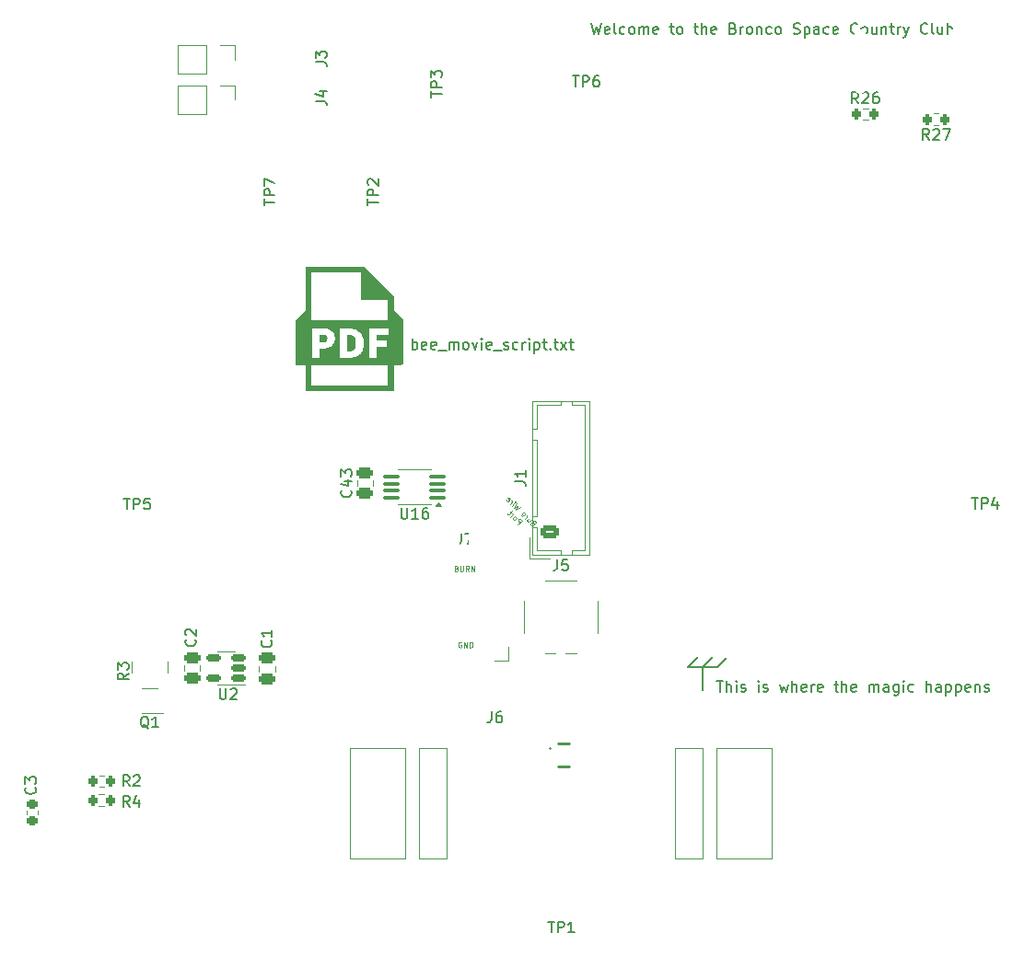
<source format=gbr>
%TF.GenerationSoftware,KiCad,Pcbnew,9.0.0*%
%TF.CreationDate,2025-04-17T17:25:07-07:00*%
%TF.ProjectId,antenna_top_cap_v2a,616e7465-6e6e-4615-9f74-6f705f636170,rev?*%
%TF.SameCoordinates,Original*%
%TF.FileFunction,Legend,Top*%
%TF.FilePolarity,Positive*%
%FSLAX46Y46*%
G04 Gerber Fmt 4.6, Leading zero omitted, Abs format (unit mm)*
G04 Created by KiCad (PCBNEW 9.0.0) date 2025-04-17 17:25:07*
%MOMM*%
%LPD*%
G01*
G04 APERTURE LIST*
G04 Aperture macros list*
%AMRoundRect*
0 Rectangle with rounded corners*
0 $1 Rounding radius*
0 $2 $3 $4 $5 $6 $7 $8 $9 X,Y pos of 4 corners*
0 Add a 4 corners polygon primitive as box body*
4,1,4,$2,$3,$4,$5,$6,$7,$8,$9,$2,$3,0*
0 Add four circle primitives for the rounded corners*
1,1,$1+$1,$2,$3*
1,1,$1+$1,$4,$5*
1,1,$1+$1,$6,$7*
1,1,$1+$1,$8,$9*
0 Add four rect primitives between the rounded corners*
20,1,$1+$1,$2,$3,$4,$5,0*
20,1,$1+$1,$4,$5,$6,$7,0*
20,1,$1+$1,$6,$7,$8,$9,0*
20,1,$1+$1,$8,$9,$2,$3,0*%
G04 Aperture macros list end*
%ADD10C,0.150000*%
%ADD11C,0.100000*%
%ADD12C,0.120000*%
%ADD13C,0.250000*%
%ADD14C,0.000000*%
%ADD15RoundRect,0.200000X-0.200000X-0.275000X0.200000X-0.275000X0.200000X0.275000X-0.200000X0.275000X0*%
%ADD16O,1.700000X1.700000*%
%ADD17R,1.700000X1.700000*%
%ADD18C,5.400000*%
%ADD19RoundRect,0.250000X0.475000X-0.250000X0.475000X0.250000X-0.475000X0.250000X-0.475000X-0.250000X0*%
%ADD20RoundRect,0.250000X0.575000X-0.350000X0.575000X0.350000X-0.575000X0.350000X-0.575000X-0.350000X0*%
%ADD21O,1.650000X1.200000*%
%ADD22RoundRect,0.200000X0.200000X0.275000X-0.200000X0.275000X-0.200000X-0.275000X0.200000X-0.275000X0*%
%ADD23R,0.800000X0.300000*%
%ADD24R,6.390000X11.320000*%
%ADD25R,6.400000X11.300000*%
%ADD26RoundRect,0.150000X0.512500X0.150000X-0.512500X0.150000X-0.512500X-0.150000X0.512500X-0.150000X0*%
%ADD27RoundRect,0.225000X-0.250000X0.225000X-0.250000X-0.225000X0.250000X-0.225000X0.250000X0.225000X0*%
%ADD28C,2.050000*%
%ADD29C,2.250000*%
%ADD30R,0.650000X0.400000*%
%ADD31R,0.500000X0.800000*%
%ADD32R,0.400000X0.800000*%
%ADD33RoundRect,0.100000X0.687500X0.100000X-0.687500X0.100000X-0.687500X-0.100000X0.687500X-0.100000X0*%
%ADD34R,1.500000X1.800000*%
%ADD35C,0.650000*%
%ADD36O,1.000000X1.600000*%
%ADD37O,1.000000X2.100000*%
G04 APERTURE END LIST*
D10*
X178775800Y-125654400D02*
X178775800Y-123564400D01*
X177395800Y-123564400D02*
X178325800Y-122634400D01*
X178775800Y-123564400D02*
X179705800Y-122634400D01*
X178775800Y-123564400D02*
X180135800Y-123564400D01*
X180145800Y-123564400D02*
X180985800Y-122724400D01*
X178775800Y-123564400D02*
X177395800Y-123564400D01*
X168576749Y-64274219D02*
X168814844Y-65274219D01*
X168814844Y-65274219D02*
X169005320Y-64559933D01*
X169005320Y-64559933D02*
X169195796Y-65274219D01*
X169195796Y-65274219D02*
X169433892Y-64274219D01*
X170195796Y-65226600D02*
X170100558Y-65274219D01*
X170100558Y-65274219D02*
X169910082Y-65274219D01*
X169910082Y-65274219D02*
X169814844Y-65226600D01*
X169814844Y-65226600D02*
X169767225Y-65131361D01*
X169767225Y-65131361D02*
X169767225Y-64750409D01*
X169767225Y-64750409D02*
X169814844Y-64655171D01*
X169814844Y-64655171D02*
X169910082Y-64607552D01*
X169910082Y-64607552D02*
X170100558Y-64607552D01*
X170100558Y-64607552D02*
X170195796Y-64655171D01*
X170195796Y-64655171D02*
X170243415Y-64750409D01*
X170243415Y-64750409D02*
X170243415Y-64845647D01*
X170243415Y-64845647D02*
X169767225Y-64940885D01*
X170814844Y-65274219D02*
X170719606Y-65226600D01*
X170719606Y-65226600D02*
X170671987Y-65131361D01*
X170671987Y-65131361D02*
X170671987Y-64274219D01*
X171624368Y-65226600D02*
X171529130Y-65274219D01*
X171529130Y-65274219D02*
X171338654Y-65274219D01*
X171338654Y-65274219D02*
X171243416Y-65226600D01*
X171243416Y-65226600D02*
X171195797Y-65178980D01*
X171195797Y-65178980D02*
X171148178Y-65083742D01*
X171148178Y-65083742D02*
X171148178Y-64798028D01*
X171148178Y-64798028D02*
X171195797Y-64702790D01*
X171195797Y-64702790D02*
X171243416Y-64655171D01*
X171243416Y-64655171D02*
X171338654Y-64607552D01*
X171338654Y-64607552D02*
X171529130Y-64607552D01*
X171529130Y-64607552D02*
X171624368Y-64655171D01*
X172195797Y-65274219D02*
X172100559Y-65226600D01*
X172100559Y-65226600D02*
X172052940Y-65178980D01*
X172052940Y-65178980D02*
X172005321Y-65083742D01*
X172005321Y-65083742D02*
X172005321Y-64798028D01*
X172005321Y-64798028D02*
X172052940Y-64702790D01*
X172052940Y-64702790D02*
X172100559Y-64655171D01*
X172100559Y-64655171D02*
X172195797Y-64607552D01*
X172195797Y-64607552D02*
X172338654Y-64607552D01*
X172338654Y-64607552D02*
X172433892Y-64655171D01*
X172433892Y-64655171D02*
X172481511Y-64702790D01*
X172481511Y-64702790D02*
X172529130Y-64798028D01*
X172529130Y-64798028D02*
X172529130Y-65083742D01*
X172529130Y-65083742D02*
X172481511Y-65178980D01*
X172481511Y-65178980D02*
X172433892Y-65226600D01*
X172433892Y-65226600D02*
X172338654Y-65274219D01*
X172338654Y-65274219D02*
X172195797Y-65274219D01*
X172957702Y-65274219D02*
X172957702Y-64607552D01*
X172957702Y-64702790D02*
X173005321Y-64655171D01*
X173005321Y-64655171D02*
X173100559Y-64607552D01*
X173100559Y-64607552D02*
X173243416Y-64607552D01*
X173243416Y-64607552D02*
X173338654Y-64655171D01*
X173338654Y-64655171D02*
X173386273Y-64750409D01*
X173386273Y-64750409D02*
X173386273Y-65274219D01*
X173386273Y-64750409D02*
X173433892Y-64655171D01*
X173433892Y-64655171D02*
X173529130Y-64607552D01*
X173529130Y-64607552D02*
X173671987Y-64607552D01*
X173671987Y-64607552D02*
X173767226Y-64655171D01*
X173767226Y-64655171D02*
X173814845Y-64750409D01*
X173814845Y-64750409D02*
X173814845Y-65274219D01*
X174671987Y-65226600D02*
X174576749Y-65274219D01*
X174576749Y-65274219D02*
X174386273Y-65274219D01*
X174386273Y-65274219D02*
X174291035Y-65226600D01*
X174291035Y-65226600D02*
X174243416Y-65131361D01*
X174243416Y-65131361D02*
X174243416Y-64750409D01*
X174243416Y-64750409D02*
X174291035Y-64655171D01*
X174291035Y-64655171D02*
X174386273Y-64607552D01*
X174386273Y-64607552D02*
X174576749Y-64607552D01*
X174576749Y-64607552D02*
X174671987Y-64655171D01*
X174671987Y-64655171D02*
X174719606Y-64750409D01*
X174719606Y-64750409D02*
X174719606Y-64845647D01*
X174719606Y-64845647D02*
X174243416Y-64940885D01*
X175767226Y-64607552D02*
X176148178Y-64607552D01*
X175910083Y-64274219D02*
X175910083Y-65131361D01*
X175910083Y-65131361D02*
X175957702Y-65226600D01*
X175957702Y-65226600D02*
X176052940Y-65274219D01*
X176052940Y-65274219D02*
X176148178Y-65274219D01*
X176624369Y-65274219D02*
X176529131Y-65226600D01*
X176529131Y-65226600D02*
X176481512Y-65178980D01*
X176481512Y-65178980D02*
X176433893Y-65083742D01*
X176433893Y-65083742D02*
X176433893Y-64798028D01*
X176433893Y-64798028D02*
X176481512Y-64702790D01*
X176481512Y-64702790D02*
X176529131Y-64655171D01*
X176529131Y-64655171D02*
X176624369Y-64607552D01*
X176624369Y-64607552D02*
X176767226Y-64607552D01*
X176767226Y-64607552D02*
X176862464Y-64655171D01*
X176862464Y-64655171D02*
X176910083Y-64702790D01*
X176910083Y-64702790D02*
X176957702Y-64798028D01*
X176957702Y-64798028D02*
X176957702Y-65083742D01*
X176957702Y-65083742D02*
X176910083Y-65178980D01*
X176910083Y-65178980D02*
X176862464Y-65226600D01*
X176862464Y-65226600D02*
X176767226Y-65274219D01*
X176767226Y-65274219D02*
X176624369Y-65274219D01*
X178005322Y-64607552D02*
X178386274Y-64607552D01*
X178148179Y-64274219D02*
X178148179Y-65131361D01*
X178148179Y-65131361D02*
X178195798Y-65226600D01*
X178195798Y-65226600D02*
X178291036Y-65274219D01*
X178291036Y-65274219D02*
X178386274Y-65274219D01*
X178719608Y-65274219D02*
X178719608Y-64274219D01*
X179148179Y-65274219D02*
X179148179Y-64750409D01*
X179148179Y-64750409D02*
X179100560Y-64655171D01*
X179100560Y-64655171D02*
X179005322Y-64607552D01*
X179005322Y-64607552D02*
X178862465Y-64607552D01*
X178862465Y-64607552D02*
X178767227Y-64655171D01*
X178767227Y-64655171D02*
X178719608Y-64702790D01*
X180005322Y-65226600D02*
X179910084Y-65274219D01*
X179910084Y-65274219D02*
X179719608Y-65274219D01*
X179719608Y-65274219D02*
X179624370Y-65226600D01*
X179624370Y-65226600D02*
X179576751Y-65131361D01*
X179576751Y-65131361D02*
X179576751Y-64750409D01*
X179576751Y-64750409D02*
X179624370Y-64655171D01*
X179624370Y-64655171D02*
X179719608Y-64607552D01*
X179719608Y-64607552D02*
X179910084Y-64607552D01*
X179910084Y-64607552D02*
X180005322Y-64655171D01*
X180005322Y-64655171D02*
X180052941Y-64750409D01*
X180052941Y-64750409D02*
X180052941Y-64845647D01*
X180052941Y-64845647D02*
X179576751Y-64940885D01*
X181576751Y-64750409D02*
X181719608Y-64798028D01*
X181719608Y-64798028D02*
X181767227Y-64845647D01*
X181767227Y-64845647D02*
X181814846Y-64940885D01*
X181814846Y-64940885D02*
X181814846Y-65083742D01*
X181814846Y-65083742D02*
X181767227Y-65178980D01*
X181767227Y-65178980D02*
X181719608Y-65226600D01*
X181719608Y-65226600D02*
X181624370Y-65274219D01*
X181624370Y-65274219D02*
X181243418Y-65274219D01*
X181243418Y-65274219D02*
X181243418Y-64274219D01*
X181243418Y-64274219D02*
X181576751Y-64274219D01*
X181576751Y-64274219D02*
X181671989Y-64321838D01*
X181671989Y-64321838D02*
X181719608Y-64369457D01*
X181719608Y-64369457D02*
X181767227Y-64464695D01*
X181767227Y-64464695D02*
X181767227Y-64559933D01*
X181767227Y-64559933D02*
X181719608Y-64655171D01*
X181719608Y-64655171D02*
X181671989Y-64702790D01*
X181671989Y-64702790D02*
X181576751Y-64750409D01*
X181576751Y-64750409D02*
X181243418Y-64750409D01*
X182243418Y-65274219D02*
X182243418Y-64607552D01*
X182243418Y-64798028D02*
X182291037Y-64702790D01*
X182291037Y-64702790D02*
X182338656Y-64655171D01*
X182338656Y-64655171D02*
X182433894Y-64607552D01*
X182433894Y-64607552D02*
X182529132Y-64607552D01*
X183005323Y-65274219D02*
X182910085Y-65226600D01*
X182910085Y-65226600D02*
X182862466Y-65178980D01*
X182862466Y-65178980D02*
X182814847Y-65083742D01*
X182814847Y-65083742D02*
X182814847Y-64798028D01*
X182814847Y-64798028D02*
X182862466Y-64702790D01*
X182862466Y-64702790D02*
X182910085Y-64655171D01*
X182910085Y-64655171D02*
X183005323Y-64607552D01*
X183005323Y-64607552D02*
X183148180Y-64607552D01*
X183148180Y-64607552D02*
X183243418Y-64655171D01*
X183243418Y-64655171D02*
X183291037Y-64702790D01*
X183291037Y-64702790D02*
X183338656Y-64798028D01*
X183338656Y-64798028D02*
X183338656Y-65083742D01*
X183338656Y-65083742D02*
X183291037Y-65178980D01*
X183291037Y-65178980D02*
X183243418Y-65226600D01*
X183243418Y-65226600D02*
X183148180Y-65274219D01*
X183148180Y-65274219D02*
X183005323Y-65274219D01*
X183767228Y-64607552D02*
X183767228Y-65274219D01*
X183767228Y-64702790D02*
X183814847Y-64655171D01*
X183814847Y-64655171D02*
X183910085Y-64607552D01*
X183910085Y-64607552D02*
X184052942Y-64607552D01*
X184052942Y-64607552D02*
X184148180Y-64655171D01*
X184148180Y-64655171D02*
X184195799Y-64750409D01*
X184195799Y-64750409D02*
X184195799Y-65274219D01*
X185100561Y-65226600D02*
X185005323Y-65274219D01*
X185005323Y-65274219D02*
X184814847Y-65274219D01*
X184814847Y-65274219D02*
X184719609Y-65226600D01*
X184719609Y-65226600D02*
X184671990Y-65178980D01*
X184671990Y-65178980D02*
X184624371Y-65083742D01*
X184624371Y-65083742D02*
X184624371Y-64798028D01*
X184624371Y-64798028D02*
X184671990Y-64702790D01*
X184671990Y-64702790D02*
X184719609Y-64655171D01*
X184719609Y-64655171D02*
X184814847Y-64607552D01*
X184814847Y-64607552D02*
X185005323Y-64607552D01*
X185005323Y-64607552D02*
X185100561Y-64655171D01*
X185671990Y-65274219D02*
X185576752Y-65226600D01*
X185576752Y-65226600D02*
X185529133Y-65178980D01*
X185529133Y-65178980D02*
X185481514Y-65083742D01*
X185481514Y-65083742D02*
X185481514Y-64798028D01*
X185481514Y-64798028D02*
X185529133Y-64702790D01*
X185529133Y-64702790D02*
X185576752Y-64655171D01*
X185576752Y-64655171D02*
X185671990Y-64607552D01*
X185671990Y-64607552D02*
X185814847Y-64607552D01*
X185814847Y-64607552D02*
X185910085Y-64655171D01*
X185910085Y-64655171D02*
X185957704Y-64702790D01*
X185957704Y-64702790D02*
X186005323Y-64798028D01*
X186005323Y-64798028D02*
X186005323Y-65083742D01*
X186005323Y-65083742D02*
X185957704Y-65178980D01*
X185957704Y-65178980D02*
X185910085Y-65226600D01*
X185910085Y-65226600D02*
X185814847Y-65274219D01*
X185814847Y-65274219D02*
X185671990Y-65274219D01*
X187148181Y-65226600D02*
X187291038Y-65274219D01*
X187291038Y-65274219D02*
X187529133Y-65274219D01*
X187529133Y-65274219D02*
X187624371Y-65226600D01*
X187624371Y-65226600D02*
X187671990Y-65178980D01*
X187671990Y-65178980D02*
X187719609Y-65083742D01*
X187719609Y-65083742D02*
X187719609Y-64988504D01*
X187719609Y-64988504D02*
X187671990Y-64893266D01*
X187671990Y-64893266D02*
X187624371Y-64845647D01*
X187624371Y-64845647D02*
X187529133Y-64798028D01*
X187529133Y-64798028D02*
X187338657Y-64750409D01*
X187338657Y-64750409D02*
X187243419Y-64702790D01*
X187243419Y-64702790D02*
X187195800Y-64655171D01*
X187195800Y-64655171D02*
X187148181Y-64559933D01*
X187148181Y-64559933D02*
X187148181Y-64464695D01*
X187148181Y-64464695D02*
X187195800Y-64369457D01*
X187195800Y-64369457D02*
X187243419Y-64321838D01*
X187243419Y-64321838D02*
X187338657Y-64274219D01*
X187338657Y-64274219D02*
X187576752Y-64274219D01*
X187576752Y-64274219D02*
X187719609Y-64321838D01*
X188148181Y-64607552D02*
X188148181Y-65607552D01*
X188148181Y-64655171D02*
X188243419Y-64607552D01*
X188243419Y-64607552D02*
X188433895Y-64607552D01*
X188433895Y-64607552D02*
X188529133Y-64655171D01*
X188529133Y-64655171D02*
X188576752Y-64702790D01*
X188576752Y-64702790D02*
X188624371Y-64798028D01*
X188624371Y-64798028D02*
X188624371Y-65083742D01*
X188624371Y-65083742D02*
X188576752Y-65178980D01*
X188576752Y-65178980D02*
X188529133Y-65226600D01*
X188529133Y-65226600D02*
X188433895Y-65274219D01*
X188433895Y-65274219D02*
X188243419Y-65274219D01*
X188243419Y-65274219D02*
X188148181Y-65226600D01*
X189481514Y-65274219D02*
X189481514Y-64750409D01*
X189481514Y-64750409D02*
X189433895Y-64655171D01*
X189433895Y-64655171D02*
X189338657Y-64607552D01*
X189338657Y-64607552D02*
X189148181Y-64607552D01*
X189148181Y-64607552D02*
X189052943Y-64655171D01*
X189481514Y-65226600D02*
X189386276Y-65274219D01*
X189386276Y-65274219D02*
X189148181Y-65274219D01*
X189148181Y-65274219D02*
X189052943Y-65226600D01*
X189052943Y-65226600D02*
X189005324Y-65131361D01*
X189005324Y-65131361D02*
X189005324Y-65036123D01*
X189005324Y-65036123D02*
X189052943Y-64940885D01*
X189052943Y-64940885D02*
X189148181Y-64893266D01*
X189148181Y-64893266D02*
X189386276Y-64893266D01*
X189386276Y-64893266D02*
X189481514Y-64845647D01*
X190386276Y-65226600D02*
X190291038Y-65274219D01*
X190291038Y-65274219D02*
X190100562Y-65274219D01*
X190100562Y-65274219D02*
X190005324Y-65226600D01*
X190005324Y-65226600D02*
X189957705Y-65178980D01*
X189957705Y-65178980D02*
X189910086Y-65083742D01*
X189910086Y-65083742D02*
X189910086Y-64798028D01*
X189910086Y-64798028D02*
X189957705Y-64702790D01*
X189957705Y-64702790D02*
X190005324Y-64655171D01*
X190005324Y-64655171D02*
X190100562Y-64607552D01*
X190100562Y-64607552D02*
X190291038Y-64607552D01*
X190291038Y-64607552D02*
X190386276Y-64655171D01*
X191195800Y-65226600D02*
X191100562Y-65274219D01*
X191100562Y-65274219D02*
X190910086Y-65274219D01*
X190910086Y-65274219D02*
X190814848Y-65226600D01*
X190814848Y-65226600D02*
X190767229Y-65131361D01*
X190767229Y-65131361D02*
X190767229Y-64750409D01*
X190767229Y-64750409D02*
X190814848Y-64655171D01*
X190814848Y-64655171D02*
X190910086Y-64607552D01*
X190910086Y-64607552D02*
X191100562Y-64607552D01*
X191100562Y-64607552D02*
X191195800Y-64655171D01*
X191195800Y-64655171D02*
X191243419Y-64750409D01*
X191243419Y-64750409D02*
X191243419Y-64845647D01*
X191243419Y-64845647D02*
X190767229Y-64940885D01*
X193005324Y-65178980D02*
X192957705Y-65226600D01*
X192957705Y-65226600D02*
X192814848Y-65274219D01*
X192814848Y-65274219D02*
X192719610Y-65274219D01*
X192719610Y-65274219D02*
X192576753Y-65226600D01*
X192576753Y-65226600D02*
X192481515Y-65131361D01*
X192481515Y-65131361D02*
X192433896Y-65036123D01*
X192433896Y-65036123D02*
X192386277Y-64845647D01*
X192386277Y-64845647D02*
X192386277Y-64702790D01*
X192386277Y-64702790D02*
X192433896Y-64512314D01*
X192433896Y-64512314D02*
X192481515Y-64417076D01*
X192481515Y-64417076D02*
X192576753Y-64321838D01*
X192576753Y-64321838D02*
X192719610Y-64274219D01*
X192719610Y-64274219D02*
X192814848Y-64274219D01*
X192814848Y-64274219D02*
X192957705Y-64321838D01*
X192957705Y-64321838D02*
X193005324Y-64369457D01*
X193576753Y-65274219D02*
X193481515Y-65226600D01*
X193481515Y-65226600D02*
X193433896Y-65178980D01*
X193433896Y-65178980D02*
X193386277Y-65083742D01*
X193386277Y-65083742D02*
X193386277Y-64798028D01*
X193386277Y-64798028D02*
X193433896Y-64702790D01*
X193433896Y-64702790D02*
X193481515Y-64655171D01*
X193481515Y-64655171D02*
X193576753Y-64607552D01*
X193576753Y-64607552D02*
X193719610Y-64607552D01*
X193719610Y-64607552D02*
X193814848Y-64655171D01*
X193814848Y-64655171D02*
X193862467Y-64702790D01*
X193862467Y-64702790D02*
X193910086Y-64798028D01*
X193910086Y-64798028D02*
X193910086Y-65083742D01*
X193910086Y-65083742D02*
X193862467Y-65178980D01*
X193862467Y-65178980D02*
X193814848Y-65226600D01*
X193814848Y-65226600D02*
X193719610Y-65274219D01*
X193719610Y-65274219D02*
X193576753Y-65274219D01*
X194767229Y-64607552D02*
X194767229Y-65274219D01*
X194338658Y-64607552D02*
X194338658Y-65131361D01*
X194338658Y-65131361D02*
X194386277Y-65226600D01*
X194386277Y-65226600D02*
X194481515Y-65274219D01*
X194481515Y-65274219D02*
X194624372Y-65274219D01*
X194624372Y-65274219D02*
X194719610Y-65226600D01*
X194719610Y-65226600D02*
X194767229Y-65178980D01*
X195243420Y-64607552D02*
X195243420Y-65274219D01*
X195243420Y-64702790D02*
X195291039Y-64655171D01*
X195291039Y-64655171D02*
X195386277Y-64607552D01*
X195386277Y-64607552D02*
X195529134Y-64607552D01*
X195529134Y-64607552D02*
X195624372Y-64655171D01*
X195624372Y-64655171D02*
X195671991Y-64750409D01*
X195671991Y-64750409D02*
X195671991Y-65274219D01*
X196005325Y-64607552D02*
X196386277Y-64607552D01*
X196148182Y-64274219D02*
X196148182Y-65131361D01*
X196148182Y-65131361D02*
X196195801Y-65226600D01*
X196195801Y-65226600D02*
X196291039Y-65274219D01*
X196291039Y-65274219D02*
X196386277Y-65274219D01*
X196719611Y-65274219D02*
X196719611Y-64607552D01*
X196719611Y-64798028D02*
X196767230Y-64702790D01*
X196767230Y-64702790D02*
X196814849Y-64655171D01*
X196814849Y-64655171D02*
X196910087Y-64607552D01*
X196910087Y-64607552D02*
X197005325Y-64607552D01*
X197243421Y-64607552D02*
X197481516Y-65274219D01*
X197719611Y-64607552D02*
X197481516Y-65274219D01*
X197481516Y-65274219D02*
X197386278Y-65512314D01*
X197386278Y-65512314D02*
X197338659Y-65559933D01*
X197338659Y-65559933D02*
X197243421Y-65607552D01*
X199433897Y-65178980D02*
X199386278Y-65226600D01*
X199386278Y-65226600D02*
X199243421Y-65274219D01*
X199243421Y-65274219D02*
X199148183Y-65274219D01*
X199148183Y-65274219D02*
X199005326Y-65226600D01*
X199005326Y-65226600D02*
X198910088Y-65131361D01*
X198910088Y-65131361D02*
X198862469Y-65036123D01*
X198862469Y-65036123D02*
X198814850Y-64845647D01*
X198814850Y-64845647D02*
X198814850Y-64702790D01*
X198814850Y-64702790D02*
X198862469Y-64512314D01*
X198862469Y-64512314D02*
X198910088Y-64417076D01*
X198910088Y-64417076D02*
X199005326Y-64321838D01*
X199005326Y-64321838D02*
X199148183Y-64274219D01*
X199148183Y-64274219D02*
X199243421Y-64274219D01*
X199243421Y-64274219D02*
X199386278Y-64321838D01*
X199386278Y-64321838D02*
X199433897Y-64369457D01*
X200005326Y-65274219D02*
X199910088Y-65226600D01*
X199910088Y-65226600D02*
X199862469Y-65131361D01*
X199862469Y-65131361D02*
X199862469Y-64274219D01*
X200814850Y-64607552D02*
X200814850Y-65274219D01*
X200386279Y-64607552D02*
X200386279Y-65131361D01*
X200386279Y-65131361D02*
X200433898Y-65226600D01*
X200433898Y-65226600D02*
X200529136Y-65274219D01*
X200529136Y-65274219D02*
X200671993Y-65274219D01*
X200671993Y-65274219D02*
X200767231Y-65226600D01*
X200767231Y-65226600D02*
X200814850Y-65178980D01*
X201291041Y-65274219D02*
X201291041Y-64274219D01*
X201291041Y-64655171D02*
X201386279Y-64607552D01*
X201386279Y-64607552D02*
X201576755Y-64607552D01*
X201576755Y-64607552D02*
X201671993Y-64655171D01*
X201671993Y-64655171D02*
X201719612Y-64702790D01*
X201719612Y-64702790D02*
X201767231Y-64798028D01*
X201767231Y-64798028D02*
X201767231Y-65083742D01*
X201767231Y-65083742D02*
X201719612Y-65178980D01*
X201719612Y-65178980D02*
X201671993Y-65226600D01*
X201671993Y-65226600D02*
X201576755Y-65274219D01*
X201576755Y-65274219D02*
X201386279Y-65274219D01*
X201386279Y-65274219D02*
X201291041Y-65226600D01*
X152082579Y-94289219D02*
X152082579Y-93289219D01*
X152082579Y-93670171D02*
X152177817Y-93622552D01*
X152177817Y-93622552D02*
X152368293Y-93622552D01*
X152368293Y-93622552D02*
X152463531Y-93670171D01*
X152463531Y-93670171D02*
X152511150Y-93717790D01*
X152511150Y-93717790D02*
X152558769Y-93813028D01*
X152558769Y-93813028D02*
X152558769Y-94098742D01*
X152558769Y-94098742D02*
X152511150Y-94193980D01*
X152511150Y-94193980D02*
X152463531Y-94241600D01*
X152463531Y-94241600D02*
X152368293Y-94289219D01*
X152368293Y-94289219D02*
X152177817Y-94289219D01*
X152177817Y-94289219D02*
X152082579Y-94241600D01*
X153368293Y-94241600D02*
X153273055Y-94289219D01*
X153273055Y-94289219D02*
X153082579Y-94289219D01*
X153082579Y-94289219D02*
X152987341Y-94241600D01*
X152987341Y-94241600D02*
X152939722Y-94146361D01*
X152939722Y-94146361D02*
X152939722Y-93765409D01*
X152939722Y-93765409D02*
X152987341Y-93670171D01*
X152987341Y-93670171D02*
X153082579Y-93622552D01*
X153082579Y-93622552D02*
X153273055Y-93622552D01*
X153273055Y-93622552D02*
X153368293Y-93670171D01*
X153368293Y-93670171D02*
X153415912Y-93765409D01*
X153415912Y-93765409D02*
X153415912Y-93860647D01*
X153415912Y-93860647D02*
X152939722Y-93955885D01*
X154225436Y-94241600D02*
X154130198Y-94289219D01*
X154130198Y-94289219D02*
X153939722Y-94289219D01*
X153939722Y-94289219D02*
X153844484Y-94241600D01*
X153844484Y-94241600D02*
X153796865Y-94146361D01*
X153796865Y-94146361D02*
X153796865Y-93765409D01*
X153796865Y-93765409D02*
X153844484Y-93670171D01*
X153844484Y-93670171D02*
X153939722Y-93622552D01*
X153939722Y-93622552D02*
X154130198Y-93622552D01*
X154130198Y-93622552D02*
X154225436Y-93670171D01*
X154225436Y-93670171D02*
X154273055Y-93765409D01*
X154273055Y-93765409D02*
X154273055Y-93860647D01*
X154273055Y-93860647D02*
X153796865Y-93955885D01*
X154463532Y-94384457D02*
X155225436Y-94384457D01*
X155463532Y-94289219D02*
X155463532Y-93622552D01*
X155463532Y-93717790D02*
X155511151Y-93670171D01*
X155511151Y-93670171D02*
X155606389Y-93622552D01*
X155606389Y-93622552D02*
X155749246Y-93622552D01*
X155749246Y-93622552D02*
X155844484Y-93670171D01*
X155844484Y-93670171D02*
X155892103Y-93765409D01*
X155892103Y-93765409D02*
X155892103Y-94289219D01*
X155892103Y-93765409D02*
X155939722Y-93670171D01*
X155939722Y-93670171D02*
X156034960Y-93622552D01*
X156034960Y-93622552D02*
X156177817Y-93622552D01*
X156177817Y-93622552D02*
X156273056Y-93670171D01*
X156273056Y-93670171D02*
X156320675Y-93765409D01*
X156320675Y-93765409D02*
X156320675Y-94289219D01*
X156939722Y-94289219D02*
X156844484Y-94241600D01*
X156844484Y-94241600D02*
X156796865Y-94193980D01*
X156796865Y-94193980D02*
X156749246Y-94098742D01*
X156749246Y-94098742D02*
X156749246Y-93813028D01*
X156749246Y-93813028D02*
X156796865Y-93717790D01*
X156796865Y-93717790D02*
X156844484Y-93670171D01*
X156844484Y-93670171D02*
X156939722Y-93622552D01*
X156939722Y-93622552D02*
X157082579Y-93622552D01*
X157082579Y-93622552D02*
X157177817Y-93670171D01*
X157177817Y-93670171D02*
X157225436Y-93717790D01*
X157225436Y-93717790D02*
X157273055Y-93813028D01*
X157273055Y-93813028D02*
X157273055Y-94098742D01*
X157273055Y-94098742D02*
X157225436Y-94193980D01*
X157225436Y-94193980D02*
X157177817Y-94241600D01*
X157177817Y-94241600D02*
X157082579Y-94289219D01*
X157082579Y-94289219D02*
X156939722Y-94289219D01*
X157606389Y-93622552D02*
X157844484Y-94289219D01*
X157844484Y-94289219D02*
X158082579Y-93622552D01*
X158463532Y-94289219D02*
X158463532Y-93622552D01*
X158463532Y-93289219D02*
X158415913Y-93336838D01*
X158415913Y-93336838D02*
X158463532Y-93384457D01*
X158463532Y-93384457D02*
X158511151Y-93336838D01*
X158511151Y-93336838D02*
X158463532Y-93289219D01*
X158463532Y-93289219D02*
X158463532Y-93384457D01*
X159320674Y-94241600D02*
X159225436Y-94289219D01*
X159225436Y-94289219D02*
X159034960Y-94289219D01*
X159034960Y-94289219D02*
X158939722Y-94241600D01*
X158939722Y-94241600D02*
X158892103Y-94146361D01*
X158892103Y-94146361D02*
X158892103Y-93765409D01*
X158892103Y-93765409D02*
X158939722Y-93670171D01*
X158939722Y-93670171D02*
X159034960Y-93622552D01*
X159034960Y-93622552D02*
X159225436Y-93622552D01*
X159225436Y-93622552D02*
X159320674Y-93670171D01*
X159320674Y-93670171D02*
X159368293Y-93765409D01*
X159368293Y-93765409D02*
X159368293Y-93860647D01*
X159368293Y-93860647D02*
X158892103Y-93955885D01*
X159558770Y-94384457D02*
X160320674Y-94384457D01*
X160511151Y-94241600D02*
X160606389Y-94289219D01*
X160606389Y-94289219D02*
X160796865Y-94289219D01*
X160796865Y-94289219D02*
X160892103Y-94241600D01*
X160892103Y-94241600D02*
X160939722Y-94146361D01*
X160939722Y-94146361D02*
X160939722Y-94098742D01*
X160939722Y-94098742D02*
X160892103Y-94003504D01*
X160892103Y-94003504D02*
X160796865Y-93955885D01*
X160796865Y-93955885D02*
X160654008Y-93955885D01*
X160654008Y-93955885D02*
X160558770Y-93908266D01*
X160558770Y-93908266D02*
X160511151Y-93813028D01*
X160511151Y-93813028D02*
X160511151Y-93765409D01*
X160511151Y-93765409D02*
X160558770Y-93670171D01*
X160558770Y-93670171D02*
X160654008Y-93622552D01*
X160654008Y-93622552D02*
X160796865Y-93622552D01*
X160796865Y-93622552D02*
X160892103Y-93670171D01*
X161796865Y-94241600D02*
X161701627Y-94289219D01*
X161701627Y-94289219D02*
X161511151Y-94289219D01*
X161511151Y-94289219D02*
X161415913Y-94241600D01*
X161415913Y-94241600D02*
X161368294Y-94193980D01*
X161368294Y-94193980D02*
X161320675Y-94098742D01*
X161320675Y-94098742D02*
X161320675Y-93813028D01*
X161320675Y-93813028D02*
X161368294Y-93717790D01*
X161368294Y-93717790D02*
X161415913Y-93670171D01*
X161415913Y-93670171D02*
X161511151Y-93622552D01*
X161511151Y-93622552D02*
X161701627Y-93622552D01*
X161701627Y-93622552D02*
X161796865Y-93670171D01*
X162225437Y-94289219D02*
X162225437Y-93622552D01*
X162225437Y-93813028D02*
X162273056Y-93717790D01*
X162273056Y-93717790D02*
X162320675Y-93670171D01*
X162320675Y-93670171D02*
X162415913Y-93622552D01*
X162415913Y-93622552D02*
X162511151Y-93622552D01*
X162844485Y-94289219D02*
X162844485Y-93622552D01*
X162844485Y-93289219D02*
X162796866Y-93336838D01*
X162796866Y-93336838D02*
X162844485Y-93384457D01*
X162844485Y-93384457D02*
X162892104Y-93336838D01*
X162892104Y-93336838D02*
X162844485Y-93289219D01*
X162844485Y-93289219D02*
X162844485Y-93384457D01*
X163320675Y-93622552D02*
X163320675Y-94622552D01*
X163320675Y-93670171D02*
X163415913Y-93622552D01*
X163415913Y-93622552D02*
X163606389Y-93622552D01*
X163606389Y-93622552D02*
X163701627Y-93670171D01*
X163701627Y-93670171D02*
X163749246Y-93717790D01*
X163749246Y-93717790D02*
X163796865Y-93813028D01*
X163796865Y-93813028D02*
X163796865Y-94098742D01*
X163796865Y-94098742D02*
X163749246Y-94193980D01*
X163749246Y-94193980D02*
X163701627Y-94241600D01*
X163701627Y-94241600D02*
X163606389Y-94289219D01*
X163606389Y-94289219D02*
X163415913Y-94289219D01*
X163415913Y-94289219D02*
X163320675Y-94241600D01*
X164082580Y-93622552D02*
X164463532Y-93622552D01*
X164225437Y-93289219D02*
X164225437Y-94146361D01*
X164225437Y-94146361D02*
X164273056Y-94241600D01*
X164273056Y-94241600D02*
X164368294Y-94289219D01*
X164368294Y-94289219D02*
X164463532Y-94289219D01*
X164796866Y-94193980D02*
X164844485Y-94241600D01*
X164844485Y-94241600D02*
X164796866Y-94289219D01*
X164796866Y-94289219D02*
X164749247Y-94241600D01*
X164749247Y-94241600D02*
X164796866Y-94193980D01*
X164796866Y-94193980D02*
X164796866Y-94289219D01*
X165130199Y-93622552D02*
X165511151Y-93622552D01*
X165273056Y-93289219D02*
X165273056Y-94146361D01*
X165273056Y-94146361D02*
X165320675Y-94241600D01*
X165320675Y-94241600D02*
X165415913Y-94289219D01*
X165415913Y-94289219D02*
X165511151Y-94289219D01*
X165749247Y-94289219D02*
X166273056Y-93622552D01*
X165749247Y-93622552D02*
X166273056Y-94289219D01*
X166511152Y-93622552D02*
X166892104Y-93622552D01*
X166654009Y-93289219D02*
X166654009Y-94146361D01*
X166654009Y-94146361D02*
X166701628Y-94241600D01*
X166701628Y-94241600D02*
X166796866Y-94289219D01*
X166796866Y-94289219D02*
X166892104Y-94289219D01*
X180074370Y-124794219D02*
X180645798Y-124794219D01*
X180360084Y-125794219D02*
X180360084Y-124794219D01*
X180979132Y-125794219D02*
X180979132Y-124794219D01*
X181407703Y-125794219D02*
X181407703Y-125270409D01*
X181407703Y-125270409D02*
X181360084Y-125175171D01*
X181360084Y-125175171D02*
X181264846Y-125127552D01*
X181264846Y-125127552D02*
X181121989Y-125127552D01*
X181121989Y-125127552D02*
X181026751Y-125175171D01*
X181026751Y-125175171D02*
X180979132Y-125222790D01*
X181883894Y-125794219D02*
X181883894Y-125127552D01*
X181883894Y-124794219D02*
X181836275Y-124841838D01*
X181836275Y-124841838D02*
X181883894Y-124889457D01*
X181883894Y-124889457D02*
X181931513Y-124841838D01*
X181931513Y-124841838D02*
X181883894Y-124794219D01*
X181883894Y-124794219D02*
X181883894Y-124889457D01*
X182312465Y-125746600D02*
X182407703Y-125794219D01*
X182407703Y-125794219D02*
X182598179Y-125794219D01*
X182598179Y-125794219D02*
X182693417Y-125746600D01*
X182693417Y-125746600D02*
X182741036Y-125651361D01*
X182741036Y-125651361D02*
X182741036Y-125603742D01*
X182741036Y-125603742D02*
X182693417Y-125508504D01*
X182693417Y-125508504D02*
X182598179Y-125460885D01*
X182598179Y-125460885D02*
X182455322Y-125460885D01*
X182455322Y-125460885D02*
X182360084Y-125413266D01*
X182360084Y-125413266D02*
X182312465Y-125318028D01*
X182312465Y-125318028D02*
X182312465Y-125270409D01*
X182312465Y-125270409D02*
X182360084Y-125175171D01*
X182360084Y-125175171D02*
X182455322Y-125127552D01*
X182455322Y-125127552D02*
X182598179Y-125127552D01*
X182598179Y-125127552D02*
X182693417Y-125175171D01*
X183931513Y-125794219D02*
X183931513Y-125127552D01*
X183931513Y-124794219D02*
X183883894Y-124841838D01*
X183883894Y-124841838D02*
X183931513Y-124889457D01*
X183931513Y-124889457D02*
X183979132Y-124841838D01*
X183979132Y-124841838D02*
X183931513Y-124794219D01*
X183931513Y-124794219D02*
X183931513Y-124889457D01*
X184360084Y-125746600D02*
X184455322Y-125794219D01*
X184455322Y-125794219D02*
X184645798Y-125794219D01*
X184645798Y-125794219D02*
X184741036Y-125746600D01*
X184741036Y-125746600D02*
X184788655Y-125651361D01*
X184788655Y-125651361D02*
X184788655Y-125603742D01*
X184788655Y-125603742D02*
X184741036Y-125508504D01*
X184741036Y-125508504D02*
X184645798Y-125460885D01*
X184645798Y-125460885D02*
X184502941Y-125460885D01*
X184502941Y-125460885D02*
X184407703Y-125413266D01*
X184407703Y-125413266D02*
X184360084Y-125318028D01*
X184360084Y-125318028D02*
X184360084Y-125270409D01*
X184360084Y-125270409D02*
X184407703Y-125175171D01*
X184407703Y-125175171D02*
X184502941Y-125127552D01*
X184502941Y-125127552D02*
X184645798Y-125127552D01*
X184645798Y-125127552D02*
X184741036Y-125175171D01*
X185883894Y-125127552D02*
X186074370Y-125794219D01*
X186074370Y-125794219D02*
X186264846Y-125318028D01*
X186264846Y-125318028D02*
X186455322Y-125794219D01*
X186455322Y-125794219D02*
X186645798Y-125127552D01*
X187026751Y-125794219D02*
X187026751Y-124794219D01*
X187455322Y-125794219D02*
X187455322Y-125270409D01*
X187455322Y-125270409D02*
X187407703Y-125175171D01*
X187407703Y-125175171D02*
X187312465Y-125127552D01*
X187312465Y-125127552D02*
X187169608Y-125127552D01*
X187169608Y-125127552D02*
X187074370Y-125175171D01*
X187074370Y-125175171D02*
X187026751Y-125222790D01*
X188312465Y-125746600D02*
X188217227Y-125794219D01*
X188217227Y-125794219D02*
X188026751Y-125794219D01*
X188026751Y-125794219D02*
X187931513Y-125746600D01*
X187931513Y-125746600D02*
X187883894Y-125651361D01*
X187883894Y-125651361D02*
X187883894Y-125270409D01*
X187883894Y-125270409D02*
X187931513Y-125175171D01*
X187931513Y-125175171D02*
X188026751Y-125127552D01*
X188026751Y-125127552D02*
X188217227Y-125127552D01*
X188217227Y-125127552D02*
X188312465Y-125175171D01*
X188312465Y-125175171D02*
X188360084Y-125270409D01*
X188360084Y-125270409D02*
X188360084Y-125365647D01*
X188360084Y-125365647D02*
X187883894Y-125460885D01*
X188788656Y-125794219D02*
X188788656Y-125127552D01*
X188788656Y-125318028D02*
X188836275Y-125222790D01*
X188836275Y-125222790D02*
X188883894Y-125175171D01*
X188883894Y-125175171D02*
X188979132Y-125127552D01*
X188979132Y-125127552D02*
X189074370Y-125127552D01*
X189788656Y-125746600D02*
X189693418Y-125794219D01*
X189693418Y-125794219D02*
X189502942Y-125794219D01*
X189502942Y-125794219D02*
X189407704Y-125746600D01*
X189407704Y-125746600D02*
X189360085Y-125651361D01*
X189360085Y-125651361D02*
X189360085Y-125270409D01*
X189360085Y-125270409D02*
X189407704Y-125175171D01*
X189407704Y-125175171D02*
X189502942Y-125127552D01*
X189502942Y-125127552D02*
X189693418Y-125127552D01*
X189693418Y-125127552D02*
X189788656Y-125175171D01*
X189788656Y-125175171D02*
X189836275Y-125270409D01*
X189836275Y-125270409D02*
X189836275Y-125365647D01*
X189836275Y-125365647D02*
X189360085Y-125460885D01*
X190883895Y-125127552D02*
X191264847Y-125127552D01*
X191026752Y-124794219D02*
X191026752Y-125651361D01*
X191026752Y-125651361D02*
X191074371Y-125746600D01*
X191074371Y-125746600D02*
X191169609Y-125794219D01*
X191169609Y-125794219D02*
X191264847Y-125794219D01*
X191598181Y-125794219D02*
X191598181Y-124794219D01*
X192026752Y-125794219D02*
X192026752Y-125270409D01*
X192026752Y-125270409D02*
X191979133Y-125175171D01*
X191979133Y-125175171D02*
X191883895Y-125127552D01*
X191883895Y-125127552D02*
X191741038Y-125127552D01*
X191741038Y-125127552D02*
X191645800Y-125175171D01*
X191645800Y-125175171D02*
X191598181Y-125222790D01*
X192883895Y-125746600D02*
X192788657Y-125794219D01*
X192788657Y-125794219D02*
X192598181Y-125794219D01*
X192598181Y-125794219D02*
X192502943Y-125746600D01*
X192502943Y-125746600D02*
X192455324Y-125651361D01*
X192455324Y-125651361D02*
X192455324Y-125270409D01*
X192455324Y-125270409D02*
X192502943Y-125175171D01*
X192502943Y-125175171D02*
X192598181Y-125127552D01*
X192598181Y-125127552D02*
X192788657Y-125127552D01*
X192788657Y-125127552D02*
X192883895Y-125175171D01*
X192883895Y-125175171D02*
X192931514Y-125270409D01*
X192931514Y-125270409D02*
X192931514Y-125365647D01*
X192931514Y-125365647D02*
X192455324Y-125460885D01*
X194121991Y-125794219D02*
X194121991Y-125127552D01*
X194121991Y-125222790D02*
X194169610Y-125175171D01*
X194169610Y-125175171D02*
X194264848Y-125127552D01*
X194264848Y-125127552D02*
X194407705Y-125127552D01*
X194407705Y-125127552D02*
X194502943Y-125175171D01*
X194502943Y-125175171D02*
X194550562Y-125270409D01*
X194550562Y-125270409D02*
X194550562Y-125794219D01*
X194550562Y-125270409D02*
X194598181Y-125175171D01*
X194598181Y-125175171D02*
X194693419Y-125127552D01*
X194693419Y-125127552D02*
X194836276Y-125127552D01*
X194836276Y-125127552D02*
X194931515Y-125175171D01*
X194931515Y-125175171D02*
X194979134Y-125270409D01*
X194979134Y-125270409D02*
X194979134Y-125794219D01*
X195883895Y-125794219D02*
X195883895Y-125270409D01*
X195883895Y-125270409D02*
X195836276Y-125175171D01*
X195836276Y-125175171D02*
X195741038Y-125127552D01*
X195741038Y-125127552D02*
X195550562Y-125127552D01*
X195550562Y-125127552D02*
X195455324Y-125175171D01*
X195883895Y-125746600D02*
X195788657Y-125794219D01*
X195788657Y-125794219D02*
X195550562Y-125794219D01*
X195550562Y-125794219D02*
X195455324Y-125746600D01*
X195455324Y-125746600D02*
X195407705Y-125651361D01*
X195407705Y-125651361D02*
X195407705Y-125556123D01*
X195407705Y-125556123D02*
X195455324Y-125460885D01*
X195455324Y-125460885D02*
X195550562Y-125413266D01*
X195550562Y-125413266D02*
X195788657Y-125413266D01*
X195788657Y-125413266D02*
X195883895Y-125365647D01*
X196788657Y-125127552D02*
X196788657Y-125937076D01*
X196788657Y-125937076D02*
X196741038Y-126032314D01*
X196741038Y-126032314D02*
X196693419Y-126079933D01*
X196693419Y-126079933D02*
X196598181Y-126127552D01*
X196598181Y-126127552D02*
X196455324Y-126127552D01*
X196455324Y-126127552D02*
X196360086Y-126079933D01*
X196788657Y-125746600D02*
X196693419Y-125794219D01*
X196693419Y-125794219D02*
X196502943Y-125794219D01*
X196502943Y-125794219D02*
X196407705Y-125746600D01*
X196407705Y-125746600D02*
X196360086Y-125698980D01*
X196360086Y-125698980D02*
X196312467Y-125603742D01*
X196312467Y-125603742D02*
X196312467Y-125318028D01*
X196312467Y-125318028D02*
X196360086Y-125222790D01*
X196360086Y-125222790D02*
X196407705Y-125175171D01*
X196407705Y-125175171D02*
X196502943Y-125127552D01*
X196502943Y-125127552D02*
X196693419Y-125127552D01*
X196693419Y-125127552D02*
X196788657Y-125175171D01*
X197264848Y-125794219D02*
X197264848Y-125127552D01*
X197264848Y-124794219D02*
X197217229Y-124841838D01*
X197217229Y-124841838D02*
X197264848Y-124889457D01*
X197264848Y-124889457D02*
X197312467Y-124841838D01*
X197312467Y-124841838D02*
X197264848Y-124794219D01*
X197264848Y-124794219D02*
X197264848Y-124889457D01*
X198169609Y-125746600D02*
X198074371Y-125794219D01*
X198074371Y-125794219D02*
X197883895Y-125794219D01*
X197883895Y-125794219D02*
X197788657Y-125746600D01*
X197788657Y-125746600D02*
X197741038Y-125698980D01*
X197741038Y-125698980D02*
X197693419Y-125603742D01*
X197693419Y-125603742D02*
X197693419Y-125318028D01*
X197693419Y-125318028D02*
X197741038Y-125222790D01*
X197741038Y-125222790D02*
X197788657Y-125175171D01*
X197788657Y-125175171D02*
X197883895Y-125127552D01*
X197883895Y-125127552D02*
X198074371Y-125127552D01*
X198074371Y-125127552D02*
X198169609Y-125175171D01*
X199360086Y-125794219D02*
X199360086Y-124794219D01*
X199788657Y-125794219D02*
X199788657Y-125270409D01*
X199788657Y-125270409D02*
X199741038Y-125175171D01*
X199741038Y-125175171D02*
X199645800Y-125127552D01*
X199645800Y-125127552D02*
X199502943Y-125127552D01*
X199502943Y-125127552D02*
X199407705Y-125175171D01*
X199407705Y-125175171D02*
X199360086Y-125222790D01*
X200693419Y-125794219D02*
X200693419Y-125270409D01*
X200693419Y-125270409D02*
X200645800Y-125175171D01*
X200645800Y-125175171D02*
X200550562Y-125127552D01*
X200550562Y-125127552D02*
X200360086Y-125127552D01*
X200360086Y-125127552D02*
X200264848Y-125175171D01*
X200693419Y-125746600D02*
X200598181Y-125794219D01*
X200598181Y-125794219D02*
X200360086Y-125794219D01*
X200360086Y-125794219D02*
X200264848Y-125746600D01*
X200264848Y-125746600D02*
X200217229Y-125651361D01*
X200217229Y-125651361D02*
X200217229Y-125556123D01*
X200217229Y-125556123D02*
X200264848Y-125460885D01*
X200264848Y-125460885D02*
X200360086Y-125413266D01*
X200360086Y-125413266D02*
X200598181Y-125413266D01*
X200598181Y-125413266D02*
X200693419Y-125365647D01*
X201169610Y-125127552D02*
X201169610Y-126127552D01*
X201169610Y-125175171D02*
X201264848Y-125127552D01*
X201264848Y-125127552D02*
X201455324Y-125127552D01*
X201455324Y-125127552D02*
X201550562Y-125175171D01*
X201550562Y-125175171D02*
X201598181Y-125222790D01*
X201598181Y-125222790D02*
X201645800Y-125318028D01*
X201645800Y-125318028D02*
X201645800Y-125603742D01*
X201645800Y-125603742D02*
X201598181Y-125698980D01*
X201598181Y-125698980D02*
X201550562Y-125746600D01*
X201550562Y-125746600D02*
X201455324Y-125794219D01*
X201455324Y-125794219D02*
X201264848Y-125794219D01*
X201264848Y-125794219D02*
X201169610Y-125746600D01*
X202074372Y-125127552D02*
X202074372Y-126127552D01*
X202074372Y-125175171D02*
X202169610Y-125127552D01*
X202169610Y-125127552D02*
X202360086Y-125127552D01*
X202360086Y-125127552D02*
X202455324Y-125175171D01*
X202455324Y-125175171D02*
X202502943Y-125222790D01*
X202502943Y-125222790D02*
X202550562Y-125318028D01*
X202550562Y-125318028D02*
X202550562Y-125603742D01*
X202550562Y-125603742D02*
X202502943Y-125698980D01*
X202502943Y-125698980D02*
X202455324Y-125746600D01*
X202455324Y-125746600D02*
X202360086Y-125794219D01*
X202360086Y-125794219D02*
X202169610Y-125794219D01*
X202169610Y-125794219D02*
X202074372Y-125746600D01*
X203360086Y-125746600D02*
X203264848Y-125794219D01*
X203264848Y-125794219D02*
X203074372Y-125794219D01*
X203074372Y-125794219D02*
X202979134Y-125746600D01*
X202979134Y-125746600D02*
X202931515Y-125651361D01*
X202931515Y-125651361D02*
X202931515Y-125270409D01*
X202931515Y-125270409D02*
X202979134Y-125175171D01*
X202979134Y-125175171D02*
X203074372Y-125127552D01*
X203074372Y-125127552D02*
X203264848Y-125127552D01*
X203264848Y-125127552D02*
X203360086Y-125175171D01*
X203360086Y-125175171D02*
X203407705Y-125270409D01*
X203407705Y-125270409D02*
X203407705Y-125365647D01*
X203407705Y-125365647D02*
X202931515Y-125460885D01*
X203836277Y-125127552D02*
X203836277Y-125794219D01*
X203836277Y-125222790D02*
X203883896Y-125175171D01*
X203883896Y-125175171D02*
X203979134Y-125127552D01*
X203979134Y-125127552D02*
X204121991Y-125127552D01*
X204121991Y-125127552D02*
X204217229Y-125175171D01*
X204217229Y-125175171D02*
X204264848Y-125270409D01*
X204264848Y-125270409D02*
X204264848Y-125794219D01*
X204693420Y-125746600D02*
X204788658Y-125794219D01*
X204788658Y-125794219D02*
X204979134Y-125794219D01*
X204979134Y-125794219D02*
X205074372Y-125746600D01*
X205074372Y-125746600D02*
X205121991Y-125651361D01*
X205121991Y-125651361D02*
X205121991Y-125603742D01*
X205121991Y-125603742D02*
X205074372Y-125508504D01*
X205074372Y-125508504D02*
X204979134Y-125460885D01*
X204979134Y-125460885D02*
X204836277Y-125460885D01*
X204836277Y-125460885D02*
X204741039Y-125413266D01*
X204741039Y-125413266D02*
X204693420Y-125318028D01*
X204693420Y-125318028D02*
X204693420Y-125270409D01*
X204693420Y-125270409D02*
X204741039Y-125175171D01*
X204741039Y-125175171D02*
X204836277Y-125127552D01*
X204836277Y-125127552D02*
X204979134Y-125127552D01*
X204979134Y-125127552D02*
X205074372Y-125175171D01*
X126079133Y-136374219D02*
X125745800Y-135898028D01*
X125507705Y-136374219D02*
X125507705Y-135374219D01*
X125507705Y-135374219D02*
X125888657Y-135374219D01*
X125888657Y-135374219D02*
X125983895Y-135421838D01*
X125983895Y-135421838D02*
X126031514Y-135469457D01*
X126031514Y-135469457D02*
X126079133Y-135564695D01*
X126079133Y-135564695D02*
X126079133Y-135707552D01*
X126079133Y-135707552D02*
X126031514Y-135802790D01*
X126031514Y-135802790D02*
X125983895Y-135850409D01*
X125983895Y-135850409D02*
X125888657Y-135898028D01*
X125888657Y-135898028D02*
X125507705Y-135898028D01*
X126936276Y-135707552D02*
X126936276Y-136374219D01*
X126698181Y-135326600D02*
X126460086Y-136040885D01*
X126460086Y-136040885D02*
X127079133Y-136040885D01*
X156592466Y-111224219D02*
X156592466Y-111938504D01*
X156592466Y-111938504D02*
X156544847Y-112081361D01*
X156544847Y-112081361D02*
X156449609Y-112176600D01*
X156449609Y-112176600D02*
X156306752Y-112224219D01*
X156306752Y-112224219D02*
X156211514Y-112224219D01*
X156973419Y-111224219D02*
X157640085Y-111224219D01*
X157640085Y-111224219D02*
X157211514Y-112224219D01*
D11*
X156604847Y-121234319D02*
X156557228Y-121210509D01*
X156557228Y-121210509D02*
X156485799Y-121210509D01*
X156485799Y-121210509D02*
X156414371Y-121234319D01*
X156414371Y-121234319D02*
X156366752Y-121281938D01*
X156366752Y-121281938D02*
X156342942Y-121329557D01*
X156342942Y-121329557D02*
X156319133Y-121424795D01*
X156319133Y-121424795D02*
X156319133Y-121496223D01*
X156319133Y-121496223D02*
X156342942Y-121591461D01*
X156342942Y-121591461D02*
X156366752Y-121639080D01*
X156366752Y-121639080D02*
X156414371Y-121686700D01*
X156414371Y-121686700D02*
X156485799Y-121710509D01*
X156485799Y-121710509D02*
X156533418Y-121710509D01*
X156533418Y-121710509D02*
X156604847Y-121686700D01*
X156604847Y-121686700D02*
X156628656Y-121662890D01*
X156628656Y-121662890D02*
X156628656Y-121496223D01*
X156628656Y-121496223D02*
X156533418Y-121496223D01*
X156842942Y-121710509D02*
X156842942Y-121210509D01*
X156842942Y-121210509D02*
X157128656Y-121710509D01*
X157128656Y-121710509D02*
X157128656Y-121210509D01*
X157366752Y-121710509D02*
X157366752Y-121210509D01*
X157366752Y-121210509D02*
X157485800Y-121210509D01*
X157485800Y-121210509D02*
X157557228Y-121234319D01*
X157557228Y-121234319D02*
X157604847Y-121281938D01*
X157604847Y-121281938D02*
X157628657Y-121329557D01*
X157628657Y-121329557D02*
X157652466Y-121424795D01*
X157652466Y-121424795D02*
X157652466Y-121496223D01*
X157652466Y-121496223D02*
X157628657Y-121591461D01*
X157628657Y-121591461D02*
X157604847Y-121639080D01*
X157604847Y-121639080D02*
X157557228Y-121686700D01*
X157557228Y-121686700D02*
X157485800Y-121710509D01*
X157485800Y-121710509D02*
X157366752Y-121710509D01*
X163181625Y-110260401D02*
X163114282Y-110226729D01*
X163114282Y-110226729D02*
X163080610Y-110226729D01*
X163080610Y-110226729D02*
X163030102Y-110243565D01*
X163030102Y-110243565D02*
X162979595Y-110294073D01*
X162979595Y-110294073D02*
X162962759Y-110344580D01*
X162962759Y-110344580D02*
X162962759Y-110378252D01*
X162962759Y-110378252D02*
X162979595Y-110428760D01*
X162979595Y-110428760D02*
X163114282Y-110563447D01*
X163114282Y-110563447D02*
X163467835Y-110209893D01*
X163467835Y-110209893D02*
X163349984Y-110092042D01*
X163349984Y-110092042D02*
X163299476Y-110075206D01*
X163299476Y-110075206D02*
X163265805Y-110075206D01*
X163265805Y-110075206D02*
X163215297Y-110092042D01*
X163215297Y-110092042D02*
X163181625Y-110125714D01*
X163181625Y-110125714D02*
X163164789Y-110176222D01*
X163164789Y-110176222D02*
X163164789Y-110209893D01*
X163164789Y-110209893D02*
X163181625Y-110260401D01*
X163181625Y-110260401D02*
X163299476Y-110378252D01*
X162844908Y-109822668D02*
X162609205Y-110058371D01*
X162996431Y-109974191D02*
X162811236Y-110159386D01*
X162811236Y-110159386D02*
X162760728Y-110176222D01*
X162760728Y-110176222D02*
X162710221Y-110159386D01*
X162710221Y-110159386D02*
X162659713Y-110108878D01*
X162659713Y-110108878D02*
X162642877Y-110058371D01*
X162642877Y-110058371D02*
X162642877Y-110024699D01*
X162440847Y-109890012D02*
X162676549Y-109654309D01*
X162609205Y-109721653D02*
X162626041Y-109671145D01*
X162626041Y-109671145D02*
X162626041Y-109637474D01*
X162626041Y-109637474D02*
X162609205Y-109586966D01*
X162609205Y-109586966D02*
X162575534Y-109553294D01*
X162457682Y-109435443D02*
X162221980Y-109671145D01*
X162424011Y-109469115D02*
X162424011Y-109435443D01*
X162424011Y-109435443D02*
X162407175Y-109384935D01*
X162407175Y-109384935D02*
X162356667Y-109334428D01*
X162356667Y-109334428D02*
X162306159Y-109317592D01*
X162306159Y-109317592D02*
X162255652Y-109334428D01*
X162255652Y-109334428D02*
X162070457Y-109519622D01*
X162019950Y-108762008D02*
X161582217Y-109031382D01*
X161582217Y-109031382D02*
X161767412Y-108711501D01*
X161767412Y-108711501D02*
X161447530Y-108896695D01*
X161447530Y-108896695D02*
X161716904Y-108458962D01*
X161228663Y-108677828D02*
X161464366Y-108442126D01*
X161582217Y-108324275D02*
X161582217Y-108357947D01*
X161582217Y-108357947D02*
X161548545Y-108357947D01*
X161548545Y-108357947D02*
X161548545Y-108324275D01*
X161548545Y-108324275D02*
X161582217Y-108324275D01*
X161582217Y-108324275D02*
X161548545Y-108357947D01*
X161060305Y-108509470D02*
X161296007Y-108273768D01*
X161228663Y-108341111D02*
X161245499Y-108290603D01*
X161245499Y-108290603D02*
X161245499Y-108256932D01*
X161245499Y-108256932D02*
X161228663Y-108206424D01*
X161228663Y-108206424D02*
X161194992Y-108172752D01*
X160723587Y-108139080D02*
X160740423Y-108189588D01*
X160740423Y-108189588D02*
X160807766Y-108256932D01*
X160807766Y-108256932D02*
X160858274Y-108273767D01*
X160858274Y-108273767D02*
X160908782Y-108256932D01*
X160908782Y-108256932D02*
X161043469Y-108122245D01*
X161043469Y-108122245D02*
X161060305Y-108071737D01*
X161060305Y-108071737D02*
X161043469Y-108021229D01*
X161043469Y-108021229D02*
X160976125Y-107953886D01*
X160976125Y-107953886D02*
X160925618Y-107937050D01*
X160925618Y-107937050D02*
X160875110Y-107953886D01*
X160875110Y-107953886D02*
X160841438Y-107987558D01*
X160841438Y-107987558D02*
X160976125Y-108189588D01*
X161804302Y-110391869D02*
X162157856Y-110038316D01*
X162157856Y-110038316D02*
X162023169Y-109903629D01*
X162023169Y-109903629D02*
X161972661Y-109886793D01*
X161972661Y-109886793D02*
X161938989Y-109886793D01*
X161938989Y-109886793D02*
X161888482Y-109903629D01*
X161888482Y-109903629D02*
X161837974Y-109954137D01*
X161837974Y-109954137D02*
X161821138Y-110004644D01*
X161821138Y-110004644D02*
X161821138Y-110038316D01*
X161821138Y-110038316D02*
X161837974Y-110088824D01*
X161837974Y-110088824D02*
X161972661Y-110223511D01*
X161400241Y-109987808D02*
X161450749Y-110004644D01*
X161450749Y-110004644D02*
X161484420Y-110004644D01*
X161484420Y-110004644D02*
X161534928Y-109987808D01*
X161534928Y-109987808D02*
X161635943Y-109886793D01*
X161635943Y-109886793D02*
X161652779Y-109836285D01*
X161652779Y-109836285D02*
X161652779Y-109802614D01*
X161652779Y-109802614D02*
X161635943Y-109752106D01*
X161635943Y-109752106D02*
X161585436Y-109701598D01*
X161585436Y-109701598D02*
X161534928Y-109684763D01*
X161534928Y-109684763D02*
X161501256Y-109684763D01*
X161501256Y-109684763D02*
X161450749Y-109701598D01*
X161450749Y-109701598D02*
X161349733Y-109802614D01*
X161349733Y-109802614D02*
X161332898Y-109853121D01*
X161332898Y-109853121D02*
X161332898Y-109886793D01*
X161332898Y-109886793D02*
X161349733Y-109937301D01*
X161349733Y-109937301D02*
X161400241Y-109987808D01*
X161130867Y-109718434D02*
X161366569Y-109482732D01*
X161299226Y-109550075D02*
X161316062Y-109499568D01*
X161316062Y-109499568D02*
X161316062Y-109465896D01*
X161316062Y-109465896D02*
X161299226Y-109415388D01*
X161299226Y-109415388D02*
X161265554Y-109381717D01*
X161198210Y-109314373D02*
X161063523Y-109179686D01*
X161265554Y-109146014D02*
X160962508Y-109449060D01*
X160962508Y-109449060D02*
X160912001Y-109465896D01*
X160912001Y-109465896D02*
X160861493Y-109449060D01*
X160861493Y-109449060D02*
X160827821Y-109415388D01*
X156147704Y-114448604D02*
X156219132Y-114472414D01*
X156219132Y-114472414D02*
X156242942Y-114496223D01*
X156242942Y-114496223D02*
X156266751Y-114543842D01*
X156266751Y-114543842D02*
X156266751Y-114615271D01*
X156266751Y-114615271D02*
X156242942Y-114662890D01*
X156242942Y-114662890D02*
X156219132Y-114686700D01*
X156219132Y-114686700D02*
X156171513Y-114710509D01*
X156171513Y-114710509D02*
X155981037Y-114710509D01*
X155981037Y-114710509D02*
X155981037Y-114210509D01*
X155981037Y-114210509D02*
X156147704Y-114210509D01*
X156147704Y-114210509D02*
X156195323Y-114234319D01*
X156195323Y-114234319D02*
X156219132Y-114258128D01*
X156219132Y-114258128D02*
X156242942Y-114305747D01*
X156242942Y-114305747D02*
X156242942Y-114353366D01*
X156242942Y-114353366D02*
X156219132Y-114400985D01*
X156219132Y-114400985D02*
X156195323Y-114424795D01*
X156195323Y-114424795D02*
X156147704Y-114448604D01*
X156147704Y-114448604D02*
X155981037Y-114448604D01*
X156481037Y-114210509D02*
X156481037Y-114615271D01*
X156481037Y-114615271D02*
X156504847Y-114662890D01*
X156504847Y-114662890D02*
X156528656Y-114686700D01*
X156528656Y-114686700D02*
X156576275Y-114710509D01*
X156576275Y-114710509D02*
X156671513Y-114710509D01*
X156671513Y-114710509D02*
X156719132Y-114686700D01*
X156719132Y-114686700D02*
X156742942Y-114662890D01*
X156742942Y-114662890D02*
X156766751Y-114615271D01*
X156766751Y-114615271D02*
X156766751Y-114210509D01*
X157290561Y-114710509D02*
X157123895Y-114472414D01*
X157004847Y-114710509D02*
X157004847Y-114210509D01*
X157004847Y-114210509D02*
X157195323Y-114210509D01*
X157195323Y-114210509D02*
X157242942Y-114234319D01*
X157242942Y-114234319D02*
X157266752Y-114258128D01*
X157266752Y-114258128D02*
X157290561Y-114305747D01*
X157290561Y-114305747D02*
X157290561Y-114377176D01*
X157290561Y-114377176D02*
X157266752Y-114424795D01*
X157266752Y-114424795D02*
X157242942Y-114448604D01*
X157242942Y-114448604D02*
X157195323Y-114472414D01*
X157195323Y-114472414D02*
X157004847Y-114472414D01*
X157504847Y-114710509D02*
X157504847Y-114210509D01*
X157504847Y-114210509D02*
X157790561Y-114710509D01*
X157790561Y-114710509D02*
X157790561Y-114210509D01*
D10*
X143200619Y-67852733D02*
X143914904Y-67852733D01*
X143914904Y-67852733D02*
X144057761Y-67900352D01*
X144057761Y-67900352D02*
X144153000Y-67995590D01*
X144153000Y-67995590D02*
X144200619Y-68138447D01*
X144200619Y-68138447D02*
X144200619Y-68233685D01*
X143200619Y-67471780D02*
X143200619Y-66852733D01*
X143200619Y-66852733D02*
X143581571Y-67186066D01*
X143581571Y-67186066D02*
X143581571Y-67043209D01*
X143581571Y-67043209D02*
X143629190Y-66947971D01*
X143629190Y-66947971D02*
X143676809Y-66900352D01*
X143676809Y-66900352D02*
X143772047Y-66852733D01*
X143772047Y-66852733D02*
X144010142Y-66852733D01*
X144010142Y-66852733D02*
X144105380Y-66900352D01*
X144105380Y-66900352D02*
X144153000Y-66947971D01*
X144153000Y-66947971D02*
X144200619Y-67043209D01*
X144200619Y-67043209D02*
X144200619Y-67328923D01*
X144200619Y-67328923D02*
X144153000Y-67424161D01*
X144153000Y-67424161D02*
X144105380Y-67471780D01*
X193102942Y-71644219D02*
X192769609Y-71168028D01*
X192531514Y-71644219D02*
X192531514Y-70644219D01*
X192531514Y-70644219D02*
X192912466Y-70644219D01*
X192912466Y-70644219D02*
X193007704Y-70691838D01*
X193007704Y-70691838D02*
X193055323Y-70739457D01*
X193055323Y-70739457D02*
X193102942Y-70834695D01*
X193102942Y-70834695D02*
X193102942Y-70977552D01*
X193102942Y-70977552D02*
X193055323Y-71072790D01*
X193055323Y-71072790D02*
X193007704Y-71120409D01*
X193007704Y-71120409D02*
X192912466Y-71168028D01*
X192912466Y-71168028D02*
X192531514Y-71168028D01*
X193483895Y-70739457D02*
X193531514Y-70691838D01*
X193531514Y-70691838D02*
X193626752Y-70644219D01*
X193626752Y-70644219D02*
X193864847Y-70644219D01*
X193864847Y-70644219D02*
X193960085Y-70691838D01*
X193960085Y-70691838D02*
X194007704Y-70739457D01*
X194007704Y-70739457D02*
X194055323Y-70834695D01*
X194055323Y-70834695D02*
X194055323Y-70929933D01*
X194055323Y-70929933D02*
X194007704Y-71072790D01*
X194007704Y-71072790D02*
X193436276Y-71644219D01*
X193436276Y-71644219D02*
X194055323Y-71644219D01*
X194912466Y-70644219D02*
X194721990Y-70644219D01*
X194721990Y-70644219D02*
X194626752Y-70691838D01*
X194626752Y-70691838D02*
X194579133Y-70739457D01*
X194579133Y-70739457D02*
X194483895Y-70882314D01*
X194483895Y-70882314D02*
X194436276Y-71072790D01*
X194436276Y-71072790D02*
X194436276Y-71453742D01*
X194436276Y-71453742D02*
X194483895Y-71548980D01*
X194483895Y-71548980D02*
X194531514Y-71596600D01*
X194531514Y-71596600D02*
X194626752Y-71644219D01*
X194626752Y-71644219D02*
X194817228Y-71644219D01*
X194817228Y-71644219D02*
X194912466Y-71596600D01*
X194912466Y-71596600D02*
X194960085Y-71548980D01*
X194960085Y-71548980D02*
X195007704Y-71453742D01*
X195007704Y-71453742D02*
X195007704Y-71215647D01*
X195007704Y-71215647D02*
X194960085Y-71120409D01*
X194960085Y-71120409D02*
X194912466Y-71072790D01*
X194912466Y-71072790D02*
X194817228Y-71025171D01*
X194817228Y-71025171D02*
X194626752Y-71025171D01*
X194626752Y-71025171D02*
X194531514Y-71072790D01*
X194531514Y-71072790D02*
X194483895Y-71120409D01*
X194483895Y-71120409D02*
X194436276Y-71215647D01*
X153800619Y-71081304D02*
X153800619Y-70509876D01*
X154800619Y-70795590D02*
X153800619Y-70795590D01*
X154800619Y-70176542D02*
X153800619Y-70176542D01*
X153800619Y-70176542D02*
X153800619Y-69795590D01*
X153800619Y-69795590D02*
X153848238Y-69700352D01*
X153848238Y-69700352D02*
X153895857Y-69652733D01*
X153895857Y-69652733D02*
X153991095Y-69605114D01*
X153991095Y-69605114D02*
X154133952Y-69605114D01*
X154133952Y-69605114D02*
X154229190Y-69652733D01*
X154229190Y-69652733D02*
X154276809Y-69700352D01*
X154276809Y-69700352D02*
X154324428Y-69795590D01*
X154324428Y-69795590D02*
X154324428Y-70176542D01*
X153800619Y-69271780D02*
X153800619Y-68652733D01*
X153800619Y-68652733D02*
X154181571Y-68986066D01*
X154181571Y-68986066D02*
X154181571Y-68843209D01*
X154181571Y-68843209D02*
X154229190Y-68747971D01*
X154229190Y-68747971D02*
X154276809Y-68700352D01*
X154276809Y-68700352D02*
X154372047Y-68652733D01*
X154372047Y-68652733D02*
X154610142Y-68652733D01*
X154610142Y-68652733D02*
X154705380Y-68700352D01*
X154705380Y-68700352D02*
X154753000Y-68747971D01*
X154753000Y-68747971D02*
X154800619Y-68843209D01*
X154800619Y-68843209D02*
X154800619Y-69128923D01*
X154800619Y-69128923D02*
X154753000Y-69224161D01*
X154753000Y-69224161D02*
X154705380Y-69271780D01*
X132105380Y-120986066D02*
X132153000Y-121033685D01*
X132153000Y-121033685D02*
X132200619Y-121176542D01*
X132200619Y-121176542D02*
X132200619Y-121271780D01*
X132200619Y-121271780D02*
X132153000Y-121414637D01*
X132153000Y-121414637D02*
X132057761Y-121509875D01*
X132057761Y-121509875D02*
X131962523Y-121557494D01*
X131962523Y-121557494D02*
X131772047Y-121605113D01*
X131772047Y-121605113D02*
X131629190Y-121605113D01*
X131629190Y-121605113D02*
X131438714Y-121557494D01*
X131438714Y-121557494D02*
X131343476Y-121509875D01*
X131343476Y-121509875D02*
X131248238Y-121414637D01*
X131248238Y-121414637D02*
X131200619Y-121271780D01*
X131200619Y-121271780D02*
X131200619Y-121176542D01*
X131200619Y-121176542D02*
X131248238Y-121033685D01*
X131248238Y-121033685D02*
X131295857Y-120986066D01*
X131295857Y-120605113D02*
X131248238Y-120557494D01*
X131248238Y-120557494D02*
X131200619Y-120462256D01*
X131200619Y-120462256D02*
X131200619Y-120224161D01*
X131200619Y-120224161D02*
X131248238Y-120128923D01*
X131248238Y-120128923D02*
X131295857Y-120081304D01*
X131295857Y-120081304D02*
X131391095Y-120033685D01*
X131391095Y-120033685D02*
X131486333Y-120033685D01*
X131486333Y-120033685D02*
X131629190Y-120081304D01*
X131629190Y-120081304D02*
X132200619Y-120652732D01*
X132200619Y-120652732D02*
X132200619Y-120033685D01*
X161500619Y-106452733D02*
X162214904Y-106452733D01*
X162214904Y-106452733D02*
X162357761Y-106500352D01*
X162357761Y-106500352D02*
X162453000Y-106595590D01*
X162453000Y-106595590D02*
X162500619Y-106738447D01*
X162500619Y-106738447D02*
X162500619Y-106833685D01*
X162500619Y-105452733D02*
X162500619Y-106024161D01*
X162500619Y-105738447D02*
X161500619Y-105738447D01*
X161500619Y-105738447D02*
X161643476Y-105833685D01*
X161643476Y-105833685D02*
X161738714Y-105928923D01*
X161738714Y-105928923D02*
X161786333Y-106024161D01*
X139105380Y-121086066D02*
X139153000Y-121133685D01*
X139153000Y-121133685D02*
X139200619Y-121276542D01*
X139200619Y-121276542D02*
X139200619Y-121371780D01*
X139200619Y-121371780D02*
X139153000Y-121514637D01*
X139153000Y-121514637D02*
X139057761Y-121609875D01*
X139057761Y-121609875D02*
X138962523Y-121657494D01*
X138962523Y-121657494D02*
X138772047Y-121705113D01*
X138772047Y-121705113D02*
X138629190Y-121705113D01*
X138629190Y-121705113D02*
X138438714Y-121657494D01*
X138438714Y-121657494D02*
X138343476Y-121609875D01*
X138343476Y-121609875D02*
X138248238Y-121514637D01*
X138248238Y-121514637D02*
X138200619Y-121371780D01*
X138200619Y-121371780D02*
X138200619Y-121276542D01*
X138200619Y-121276542D02*
X138248238Y-121133685D01*
X138248238Y-121133685D02*
X138295857Y-121086066D01*
X139200619Y-120133685D02*
X139200619Y-120705113D01*
X139200619Y-120419399D02*
X138200619Y-120419399D01*
X138200619Y-120419399D02*
X138343476Y-120514637D01*
X138343476Y-120514637D02*
X138438714Y-120609875D01*
X138438714Y-120609875D02*
X138486333Y-120705113D01*
X199602942Y-75004219D02*
X199269609Y-74528028D01*
X199031514Y-75004219D02*
X199031514Y-74004219D01*
X199031514Y-74004219D02*
X199412466Y-74004219D01*
X199412466Y-74004219D02*
X199507704Y-74051838D01*
X199507704Y-74051838D02*
X199555323Y-74099457D01*
X199555323Y-74099457D02*
X199602942Y-74194695D01*
X199602942Y-74194695D02*
X199602942Y-74337552D01*
X199602942Y-74337552D02*
X199555323Y-74432790D01*
X199555323Y-74432790D02*
X199507704Y-74480409D01*
X199507704Y-74480409D02*
X199412466Y-74528028D01*
X199412466Y-74528028D02*
X199031514Y-74528028D01*
X199983895Y-74099457D02*
X200031514Y-74051838D01*
X200031514Y-74051838D02*
X200126752Y-74004219D01*
X200126752Y-74004219D02*
X200364847Y-74004219D01*
X200364847Y-74004219D02*
X200460085Y-74051838D01*
X200460085Y-74051838D02*
X200507704Y-74099457D01*
X200507704Y-74099457D02*
X200555323Y-74194695D01*
X200555323Y-74194695D02*
X200555323Y-74289933D01*
X200555323Y-74289933D02*
X200507704Y-74432790D01*
X200507704Y-74432790D02*
X199936276Y-75004219D01*
X199936276Y-75004219D02*
X200555323Y-75004219D01*
X200888657Y-74004219D02*
X201555323Y-74004219D01*
X201555323Y-74004219D02*
X201126752Y-75004219D01*
X146425381Y-107262257D02*
X146473001Y-107309876D01*
X146473001Y-107309876D02*
X146520620Y-107452733D01*
X146520620Y-107452733D02*
X146520620Y-107547971D01*
X146520620Y-107547971D02*
X146473001Y-107690828D01*
X146473001Y-107690828D02*
X146377762Y-107786066D01*
X146377762Y-107786066D02*
X146282524Y-107833685D01*
X146282524Y-107833685D02*
X146092048Y-107881304D01*
X146092048Y-107881304D02*
X145949191Y-107881304D01*
X145949191Y-107881304D02*
X145758715Y-107833685D01*
X145758715Y-107833685D02*
X145663477Y-107786066D01*
X145663477Y-107786066D02*
X145568239Y-107690828D01*
X145568239Y-107690828D02*
X145520620Y-107547971D01*
X145520620Y-107547971D02*
X145520620Y-107452733D01*
X145520620Y-107452733D02*
X145568239Y-107309876D01*
X145568239Y-107309876D02*
X145615858Y-107262257D01*
X145853953Y-106405114D02*
X146520620Y-106405114D01*
X145473001Y-106643209D02*
X146187286Y-106881304D01*
X146187286Y-106881304D02*
X146187286Y-106262257D01*
X145520620Y-105976542D02*
X145520620Y-105357495D01*
X145520620Y-105357495D02*
X145901572Y-105690828D01*
X145901572Y-105690828D02*
X145901572Y-105547971D01*
X145901572Y-105547971D02*
X145949191Y-105452733D01*
X145949191Y-105452733D02*
X145996810Y-105405114D01*
X145996810Y-105405114D02*
X146092048Y-105357495D01*
X146092048Y-105357495D02*
X146330143Y-105357495D01*
X146330143Y-105357495D02*
X146425381Y-105405114D01*
X146425381Y-105405114D02*
X146473001Y-105452733D01*
X146473001Y-105452733D02*
X146520620Y-105547971D01*
X146520620Y-105547971D02*
X146520620Y-105833685D01*
X146520620Y-105833685D02*
X146473001Y-105928923D01*
X146473001Y-105928923D02*
X146425381Y-105976542D01*
X170120619Y-132381304D02*
X170930142Y-132381304D01*
X170930142Y-132381304D02*
X171025380Y-132333685D01*
X171025380Y-132333685D02*
X171073000Y-132286066D01*
X171073000Y-132286066D02*
X171120619Y-132190828D01*
X171120619Y-132190828D02*
X171120619Y-132000352D01*
X171120619Y-132000352D02*
X171073000Y-131905114D01*
X171073000Y-131905114D02*
X171025380Y-131857495D01*
X171025380Y-131857495D02*
X170930142Y-131809876D01*
X170930142Y-131809876D02*
X170120619Y-131809876D01*
X170120619Y-130857495D02*
X170120619Y-131333685D01*
X170120619Y-131333685D02*
X170596809Y-131381304D01*
X170596809Y-131381304D02*
X170549190Y-131333685D01*
X170549190Y-131333685D02*
X170501571Y-131238447D01*
X170501571Y-131238447D02*
X170501571Y-131000352D01*
X170501571Y-131000352D02*
X170549190Y-130905114D01*
X170549190Y-130905114D02*
X170596809Y-130857495D01*
X170596809Y-130857495D02*
X170692047Y-130809876D01*
X170692047Y-130809876D02*
X170930142Y-130809876D01*
X170930142Y-130809876D02*
X171025380Y-130857495D01*
X171025380Y-130857495D02*
X171073000Y-130905114D01*
X171073000Y-130905114D02*
X171120619Y-131000352D01*
X171120619Y-131000352D02*
X171120619Y-131238447D01*
X171120619Y-131238447D02*
X171073000Y-131333685D01*
X171073000Y-131333685D02*
X171025380Y-131381304D01*
X138448532Y-81018017D02*
X138448532Y-80446589D01*
X139448532Y-80732303D02*
X138448532Y-80732303D01*
X139448532Y-80113255D02*
X138448532Y-80113255D01*
X138448532Y-80113255D02*
X138448532Y-79732303D01*
X138448532Y-79732303D02*
X138496151Y-79637065D01*
X138496151Y-79637065D02*
X138543770Y-79589446D01*
X138543770Y-79589446D02*
X138639008Y-79541827D01*
X138639008Y-79541827D02*
X138781865Y-79541827D01*
X138781865Y-79541827D02*
X138877103Y-79589446D01*
X138877103Y-79589446D02*
X138924722Y-79637065D01*
X138924722Y-79637065D02*
X138972341Y-79732303D01*
X138972341Y-79732303D02*
X138972341Y-80113255D01*
X138448532Y-79208493D02*
X138448532Y-78541827D01*
X138448532Y-78541827D02*
X139448532Y-78970398D01*
X159362466Y-127624219D02*
X159362466Y-128338504D01*
X159362466Y-128338504D02*
X159314847Y-128481361D01*
X159314847Y-128481361D02*
X159219609Y-128576600D01*
X159219609Y-128576600D02*
X159076752Y-128624219D01*
X159076752Y-128624219D02*
X158981514Y-128624219D01*
X160267228Y-127624219D02*
X160076752Y-127624219D01*
X160076752Y-127624219D02*
X159981514Y-127671838D01*
X159981514Y-127671838D02*
X159933895Y-127719457D01*
X159933895Y-127719457D02*
X159838657Y-127862314D01*
X159838657Y-127862314D02*
X159791038Y-128052790D01*
X159791038Y-128052790D02*
X159791038Y-128433742D01*
X159791038Y-128433742D02*
X159838657Y-128528980D01*
X159838657Y-128528980D02*
X159886276Y-128576600D01*
X159886276Y-128576600D02*
X159981514Y-128624219D01*
X159981514Y-128624219D02*
X160171990Y-128624219D01*
X160171990Y-128624219D02*
X160267228Y-128576600D01*
X160267228Y-128576600D02*
X160314847Y-128528980D01*
X160314847Y-128528980D02*
X160362466Y-128433742D01*
X160362466Y-128433742D02*
X160362466Y-128195647D01*
X160362466Y-128195647D02*
X160314847Y-128100409D01*
X160314847Y-128100409D02*
X160267228Y-128052790D01*
X160267228Y-128052790D02*
X160171990Y-128005171D01*
X160171990Y-128005171D02*
X159981514Y-128005171D01*
X159981514Y-128005171D02*
X159886276Y-128052790D01*
X159886276Y-128052790D02*
X159838657Y-128100409D01*
X159838657Y-128100409D02*
X159791038Y-128195647D01*
X147970619Y-81031304D02*
X147970619Y-80459876D01*
X148970619Y-80745590D02*
X147970619Y-80745590D01*
X148970619Y-80126542D02*
X147970619Y-80126542D01*
X147970619Y-80126542D02*
X147970619Y-79745590D01*
X147970619Y-79745590D02*
X148018238Y-79650352D01*
X148018238Y-79650352D02*
X148065857Y-79602733D01*
X148065857Y-79602733D02*
X148161095Y-79555114D01*
X148161095Y-79555114D02*
X148303952Y-79555114D01*
X148303952Y-79555114D02*
X148399190Y-79602733D01*
X148399190Y-79602733D02*
X148446809Y-79650352D01*
X148446809Y-79650352D02*
X148494428Y-79745590D01*
X148494428Y-79745590D02*
X148494428Y-80126542D01*
X148065857Y-79174161D02*
X148018238Y-79126542D01*
X148018238Y-79126542D02*
X147970619Y-79031304D01*
X147970619Y-79031304D02*
X147970619Y-78793209D01*
X147970619Y-78793209D02*
X148018238Y-78697971D01*
X148018238Y-78697971D02*
X148065857Y-78650352D01*
X148065857Y-78650352D02*
X148161095Y-78602733D01*
X148161095Y-78602733D02*
X148256333Y-78602733D01*
X148256333Y-78602733D02*
X148399190Y-78650352D01*
X148399190Y-78650352D02*
X148970619Y-79221780D01*
X148970619Y-79221780D02*
X148970619Y-78602733D01*
X125563895Y-107994219D02*
X126135323Y-107994219D01*
X125849609Y-108994219D02*
X125849609Y-107994219D01*
X126468657Y-108994219D02*
X126468657Y-107994219D01*
X126468657Y-107994219D02*
X126849609Y-107994219D01*
X126849609Y-107994219D02*
X126944847Y-108041838D01*
X126944847Y-108041838D02*
X126992466Y-108089457D01*
X126992466Y-108089457D02*
X127040085Y-108184695D01*
X127040085Y-108184695D02*
X127040085Y-108327552D01*
X127040085Y-108327552D02*
X126992466Y-108422790D01*
X126992466Y-108422790D02*
X126944847Y-108470409D01*
X126944847Y-108470409D02*
X126849609Y-108518028D01*
X126849609Y-108518028D02*
X126468657Y-108518028D01*
X127944847Y-107994219D02*
X127468657Y-107994219D01*
X127468657Y-107994219D02*
X127421038Y-108470409D01*
X127421038Y-108470409D02*
X127468657Y-108422790D01*
X127468657Y-108422790D02*
X127563895Y-108375171D01*
X127563895Y-108375171D02*
X127801990Y-108375171D01*
X127801990Y-108375171D02*
X127897228Y-108422790D01*
X127897228Y-108422790D02*
X127944847Y-108470409D01*
X127944847Y-108470409D02*
X127992466Y-108565647D01*
X127992466Y-108565647D02*
X127992466Y-108803742D01*
X127992466Y-108803742D02*
X127944847Y-108898980D01*
X127944847Y-108898980D02*
X127897228Y-108946600D01*
X127897228Y-108946600D02*
X127801990Y-108994219D01*
X127801990Y-108994219D02*
X127563895Y-108994219D01*
X127563895Y-108994219D02*
X127468657Y-108946600D01*
X127468657Y-108946600D02*
X127421038Y-108898980D01*
X166853895Y-69124219D02*
X167425323Y-69124219D01*
X167139609Y-70124219D02*
X167139609Y-69124219D01*
X167758657Y-70124219D02*
X167758657Y-69124219D01*
X167758657Y-69124219D02*
X168139609Y-69124219D01*
X168139609Y-69124219D02*
X168234847Y-69171838D01*
X168234847Y-69171838D02*
X168282466Y-69219457D01*
X168282466Y-69219457D02*
X168330085Y-69314695D01*
X168330085Y-69314695D02*
X168330085Y-69457552D01*
X168330085Y-69457552D02*
X168282466Y-69552790D01*
X168282466Y-69552790D02*
X168234847Y-69600409D01*
X168234847Y-69600409D02*
X168139609Y-69648028D01*
X168139609Y-69648028D02*
X167758657Y-69648028D01*
X169187228Y-69124219D02*
X168996752Y-69124219D01*
X168996752Y-69124219D02*
X168901514Y-69171838D01*
X168901514Y-69171838D02*
X168853895Y-69219457D01*
X168853895Y-69219457D02*
X168758657Y-69362314D01*
X168758657Y-69362314D02*
X168711038Y-69552790D01*
X168711038Y-69552790D02*
X168711038Y-69933742D01*
X168711038Y-69933742D02*
X168758657Y-70028980D01*
X168758657Y-70028980D02*
X168806276Y-70076600D01*
X168806276Y-70076600D02*
X168901514Y-70124219D01*
X168901514Y-70124219D02*
X169091990Y-70124219D01*
X169091990Y-70124219D02*
X169187228Y-70076600D01*
X169187228Y-70076600D02*
X169234847Y-70028980D01*
X169234847Y-70028980D02*
X169282466Y-69933742D01*
X169282466Y-69933742D02*
X169282466Y-69695647D01*
X169282466Y-69695647D02*
X169234847Y-69600409D01*
X169234847Y-69600409D02*
X169187228Y-69552790D01*
X169187228Y-69552790D02*
X169091990Y-69505171D01*
X169091990Y-69505171D02*
X168901514Y-69505171D01*
X168901514Y-69505171D02*
X168806276Y-69552790D01*
X168806276Y-69552790D02*
X168758657Y-69600409D01*
X168758657Y-69600409D02*
X168711038Y-69695647D01*
X134383895Y-125474219D02*
X134383895Y-126283742D01*
X134383895Y-126283742D02*
X134431514Y-126378980D01*
X134431514Y-126378980D02*
X134479133Y-126426600D01*
X134479133Y-126426600D02*
X134574371Y-126474219D01*
X134574371Y-126474219D02*
X134764847Y-126474219D01*
X134764847Y-126474219D02*
X134860085Y-126426600D01*
X134860085Y-126426600D02*
X134907704Y-126378980D01*
X134907704Y-126378980D02*
X134955323Y-126283742D01*
X134955323Y-126283742D02*
X134955323Y-125474219D01*
X135383895Y-125569457D02*
X135431514Y-125521838D01*
X135431514Y-125521838D02*
X135526752Y-125474219D01*
X135526752Y-125474219D02*
X135764847Y-125474219D01*
X135764847Y-125474219D02*
X135860085Y-125521838D01*
X135860085Y-125521838D02*
X135907704Y-125569457D01*
X135907704Y-125569457D02*
X135955323Y-125664695D01*
X135955323Y-125664695D02*
X135955323Y-125759933D01*
X135955323Y-125759933D02*
X135907704Y-125902790D01*
X135907704Y-125902790D02*
X135336276Y-126474219D01*
X135336276Y-126474219D02*
X135955323Y-126474219D01*
X164573895Y-146944219D02*
X165145323Y-146944219D01*
X164859609Y-147944219D02*
X164859609Y-146944219D01*
X165478657Y-147944219D02*
X165478657Y-146944219D01*
X165478657Y-146944219D02*
X165859609Y-146944219D01*
X165859609Y-146944219D02*
X165954847Y-146991838D01*
X165954847Y-146991838D02*
X166002466Y-147039457D01*
X166002466Y-147039457D02*
X166050085Y-147134695D01*
X166050085Y-147134695D02*
X166050085Y-147277552D01*
X166050085Y-147277552D02*
X166002466Y-147372790D01*
X166002466Y-147372790D02*
X165954847Y-147420409D01*
X165954847Y-147420409D02*
X165859609Y-147468028D01*
X165859609Y-147468028D02*
X165478657Y-147468028D01*
X167002466Y-147944219D02*
X166431038Y-147944219D01*
X166716752Y-147944219D02*
X166716752Y-146944219D01*
X166716752Y-146944219D02*
X166621514Y-147087076D01*
X166621514Y-147087076D02*
X166526276Y-147182314D01*
X166526276Y-147182314D02*
X166431038Y-147229933D01*
X203543895Y-107944219D02*
X204115323Y-107944219D01*
X203829609Y-108944219D02*
X203829609Y-107944219D01*
X204448657Y-108944219D02*
X204448657Y-107944219D01*
X204448657Y-107944219D02*
X204829609Y-107944219D01*
X204829609Y-107944219D02*
X204924847Y-107991838D01*
X204924847Y-107991838D02*
X204972466Y-108039457D01*
X204972466Y-108039457D02*
X205020085Y-108134695D01*
X205020085Y-108134695D02*
X205020085Y-108277552D01*
X205020085Y-108277552D02*
X204972466Y-108372790D01*
X204972466Y-108372790D02*
X204924847Y-108420409D01*
X204924847Y-108420409D02*
X204829609Y-108468028D01*
X204829609Y-108468028D02*
X204448657Y-108468028D01*
X205877228Y-108277552D02*
X205877228Y-108944219D01*
X205639133Y-107896600D02*
X205401038Y-108610885D01*
X205401038Y-108610885D02*
X206020085Y-108610885D01*
X126079133Y-134474219D02*
X125745800Y-133998028D01*
X125507705Y-134474219D02*
X125507705Y-133474219D01*
X125507705Y-133474219D02*
X125888657Y-133474219D01*
X125888657Y-133474219D02*
X125983895Y-133521838D01*
X125983895Y-133521838D02*
X126031514Y-133569457D01*
X126031514Y-133569457D02*
X126079133Y-133664695D01*
X126079133Y-133664695D02*
X126079133Y-133807552D01*
X126079133Y-133807552D02*
X126031514Y-133902790D01*
X126031514Y-133902790D02*
X125983895Y-133950409D01*
X125983895Y-133950409D02*
X125888657Y-133998028D01*
X125888657Y-133998028D02*
X125507705Y-133998028D01*
X126460086Y-133569457D02*
X126507705Y-133521838D01*
X126507705Y-133521838D02*
X126602943Y-133474219D01*
X126602943Y-133474219D02*
X126841038Y-133474219D01*
X126841038Y-133474219D02*
X126936276Y-133521838D01*
X126936276Y-133521838D02*
X126983895Y-133569457D01*
X126983895Y-133569457D02*
X127031514Y-133664695D01*
X127031514Y-133664695D02*
X127031514Y-133759933D01*
X127031514Y-133759933D02*
X126983895Y-133902790D01*
X126983895Y-133902790D02*
X126412467Y-134474219D01*
X126412467Y-134474219D02*
X127031514Y-134474219D01*
X117405380Y-134586066D02*
X117453000Y-134633685D01*
X117453000Y-134633685D02*
X117500619Y-134776542D01*
X117500619Y-134776542D02*
X117500619Y-134871780D01*
X117500619Y-134871780D02*
X117453000Y-135014637D01*
X117453000Y-135014637D02*
X117357761Y-135109875D01*
X117357761Y-135109875D02*
X117262523Y-135157494D01*
X117262523Y-135157494D02*
X117072047Y-135205113D01*
X117072047Y-135205113D02*
X116929190Y-135205113D01*
X116929190Y-135205113D02*
X116738714Y-135157494D01*
X116738714Y-135157494D02*
X116643476Y-135109875D01*
X116643476Y-135109875D02*
X116548238Y-135014637D01*
X116548238Y-135014637D02*
X116500619Y-134871780D01*
X116500619Y-134871780D02*
X116500619Y-134776542D01*
X116500619Y-134776542D02*
X116548238Y-134633685D01*
X116548238Y-134633685D02*
X116595857Y-134586066D01*
X116500619Y-134252732D02*
X116500619Y-133633685D01*
X116500619Y-133633685D02*
X116881571Y-133967018D01*
X116881571Y-133967018D02*
X116881571Y-133824161D01*
X116881571Y-133824161D02*
X116929190Y-133728923D01*
X116929190Y-133728923D02*
X116976809Y-133681304D01*
X116976809Y-133681304D02*
X117072047Y-133633685D01*
X117072047Y-133633685D02*
X117310142Y-133633685D01*
X117310142Y-133633685D02*
X117405380Y-133681304D01*
X117405380Y-133681304D02*
X117453000Y-133728923D01*
X117453000Y-133728923D02*
X117500619Y-133824161D01*
X117500619Y-133824161D02*
X117500619Y-134109875D01*
X117500619Y-134109875D02*
X117453000Y-134205113D01*
X117453000Y-134205113D02*
X117405380Y-134252732D01*
X165412466Y-113624219D02*
X165412466Y-114338504D01*
X165412466Y-114338504D02*
X165364847Y-114481361D01*
X165364847Y-114481361D02*
X165269609Y-114576600D01*
X165269609Y-114576600D02*
X165126752Y-114624219D01*
X165126752Y-114624219D02*
X165031514Y-114624219D01*
X166364847Y-113624219D02*
X165888657Y-113624219D01*
X165888657Y-113624219D02*
X165841038Y-114100409D01*
X165841038Y-114100409D02*
X165888657Y-114052790D01*
X165888657Y-114052790D02*
X165983895Y-114005171D01*
X165983895Y-114005171D02*
X166221990Y-114005171D01*
X166221990Y-114005171D02*
X166317228Y-114052790D01*
X166317228Y-114052790D02*
X166364847Y-114100409D01*
X166364847Y-114100409D02*
X166412466Y-114195647D01*
X166412466Y-114195647D02*
X166412466Y-114433742D01*
X166412466Y-114433742D02*
X166364847Y-114528980D01*
X166364847Y-114528980D02*
X166317228Y-114576600D01*
X166317228Y-114576600D02*
X166221990Y-114624219D01*
X166221990Y-114624219D02*
X165983895Y-114624219D01*
X165983895Y-114624219D02*
X165888657Y-114576600D01*
X165888657Y-114576600D02*
X165841038Y-114528980D01*
X127850561Y-129169458D02*
X127755323Y-129121839D01*
X127755323Y-129121839D02*
X127660085Y-129026601D01*
X127660085Y-129026601D02*
X127517228Y-128883743D01*
X127517228Y-128883743D02*
X127421990Y-128836124D01*
X127421990Y-128836124D02*
X127326752Y-128836124D01*
X127374371Y-129074220D02*
X127279133Y-129026601D01*
X127279133Y-129026601D02*
X127183895Y-128931362D01*
X127183895Y-128931362D02*
X127136276Y-128740886D01*
X127136276Y-128740886D02*
X127136276Y-128407553D01*
X127136276Y-128407553D02*
X127183895Y-128217077D01*
X127183895Y-128217077D02*
X127279133Y-128121839D01*
X127279133Y-128121839D02*
X127374371Y-128074220D01*
X127374371Y-128074220D02*
X127564847Y-128074220D01*
X127564847Y-128074220D02*
X127660085Y-128121839D01*
X127660085Y-128121839D02*
X127755323Y-128217077D01*
X127755323Y-128217077D02*
X127802942Y-128407553D01*
X127802942Y-128407553D02*
X127802942Y-128740886D01*
X127802942Y-128740886D02*
X127755323Y-128931362D01*
X127755323Y-128931362D02*
X127660085Y-129026601D01*
X127660085Y-129026601D02*
X127564847Y-129074220D01*
X127564847Y-129074220D02*
X127374371Y-129074220D01*
X128755323Y-129074220D02*
X128183895Y-129074220D01*
X128469609Y-129074220D02*
X128469609Y-128074220D01*
X128469609Y-128074220D02*
X128374371Y-128217077D01*
X128374371Y-128217077D02*
X128279133Y-128312315D01*
X128279133Y-128312315D02*
X128183895Y-128359934D01*
X126000619Y-124086066D02*
X125524428Y-124419399D01*
X126000619Y-124657494D02*
X125000619Y-124657494D01*
X125000619Y-124657494D02*
X125000619Y-124276542D01*
X125000619Y-124276542D02*
X125048238Y-124181304D01*
X125048238Y-124181304D02*
X125095857Y-124133685D01*
X125095857Y-124133685D02*
X125191095Y-124086066D01*
X125191095Y-124086066D02*
X125333952Y-124086066D01*
X125333952Y-124086066D02*
X125429190Y-124133685D01*
X125429190Y-124133685D02*
X125476809Y-124181304D01*
X125476809Y-124181304D02*
X125524428Y-124276542D01*
X125524428Y-124276542D02*
X125524428Y-124657494D01*
X125000619Y-123752732D02*
X125000619Y-123133685D01*
X125000619Y-123133685D02*
X125381571Y-123467018D01*
X125381571Y-123467018D02*
X125381571Y-123324161D01*
X125381571Y-123324161D02*
X125429190Y-123228923D01*
X125429190Y-123228923D02*
X125476809Y-123181304D01*
X125476809Y-123181304D02*
X125572047Y-123133685D01*
X125572047Y-123133685D02*
X125810142Y-123133685D01*
X125810142Y-123133685D02*
X125905380Y-123181304D01*
X125905380Y-123181304D02*
X125953000Y-123228923D01*
X125953000Y-123228923D02*
X126000619Y-123324161D01*
X126000619Y-123324161D02*
X126000619Y-123609875D01*
X126000619Y-123609875D02*
X125953000Y-123705113D01*
X125953000Y-123705113D02*
X125905380Y-123752732D01*
X151057705Y-108874220D02*
X151057705Y-109683743D01*
X151057705Y-109683743D02*
X151105324Y-109778981D01*
X151105324Y-109778981D02*
X151152943Y-109826601D01*
X151152943Y-109826601D02*
X151248181Y-109874220D01*
X151248181Y-109874220D02*
X151438657Y-109874220D01*
X151438657Y-109874220D02*
X151533895Y-109826601D01*
X151533895Y-109826601D02*
X151581514Y-109778981D01*
X151581514Y-109778981D02*
X151629133Y-109683743D01*
X151629133Y-109683743D02*
X151629133Y-108874220D01*
X152629133Y-109874220D02*
X152057705Y-109874220D01*
X152343419Y-109874220D02*
X152343419Y-108874220D01*
X152343419Y-108874220D02*
X152248181Y-109017077D01*
X152248181Y-109017077D02*
X152152943Y-109112315D01*
X152152943Y-109112315D02*
X152057705Y-109159934D01*
X153486276Y-108874220D02*
X153295800Y-108874220D01*
X153295800Y-108874220D02*
X153200562Y-108921839D01*
X153200562Y-108921839D02*
X153152943Y-108969458D01*
X153152943Y-108969458D02*
X153057705Y-109112315D01*
X153057705Y-109112315D02*
X153010086Y-109302791D01*
X153010086Y-109302791D02*
X153010086Y-109683743D01*
X153010086Y-109683743D02*
X153057705Y-109778981D01*
X153057705Y-109778981D02*
X153105324Y-109826601D01*
X153105324Y-109826601D02*
X153200562Y-109874220D01*
X153200562Y-109874220D02*
X153391038Y-109874220D01*
X153391038Y-109874220D02*
X153486276Y-109826601D01*
X153486276Y-109826601D02*
X153533895Y-109778981D01*
X153533895Y-109778981D02*
X153581514Y-109683743D01*
X153581514Y-109683743D02*
X153581514Y-109445648D01*
X153581514Y-109445648D02*
X153533895Y-109350410D01*
X153533895Y-109350410D02*
X153486276Y-109302791D01*
X153486276Y-109302791D02*
X153391038Y-109255172D01*
X153391038Y-109255172D02*
X153200562Y-109255172D01*
X153200562Y-109255172D02*
X153105324Y-109302791D01*
X153105324Y-109302791D02*
X153057705Y-109350410D01*
X153057705Y-109350410D02*
X153010086Y-109445648D01*
X143200619Y-71452733D02*
X143914904Y-71452733D01*
X143914904Y-71452733D02*
X144057761Y-71500352D01*
X144057761Y-71500352D02*
X144153000Y-71595590D01*
X144153000Y-71595590D02*
X144200619Y-71738447D01*
X144200619Y-71738447D02*
X144200619Y-71833685D01*
X143533952Y-70547971D02*
X144200619Y-70547971D01*
X143153000Y-70786066D02*
X143867285Y-71024161D01*
X143867285Y-71024161D02*
X143867285Y-70405114D01*
D12*
%TO.C,R4*%
X123283542Y-135246900D02*
X123758058Y-135246900D01*
X123283542Y-136291900D02*
X123758058Y-136291900D01*
%TO.C,J7*%
X160915800Y-121689400D02*
X160915800Y-122959400D01*
X160915800Y-122959400D02*
X159645800Y-122959400D01*
%TO.C,J3*%
X130550800Y-66289400D02*
X130550800Y-68949400D01*
X133150800Y-66289400D02*
X130550800Y-66289400D01*
X133150800Y-66289400D02*
X133150800Y-68949400D01*
X133150800Y-68949400D02*
X130550800Y-68949400D01*
X134420800Y-66289400D02*
X135750800Y-66289400D01*
X135750800Y-66289400D02*
X135750800Y-67619400D01*
%TO.C,R26*%
X193508542Y-72096900D02*
X193983058Y-72096900D01*
X193508542Y-73141900D02*
X193983058Y-73141900D01*
%TO.C,C2*%
X131110800Y-123880653D02*
X131110800Y-123358147D01*
X132580800Y-123880653D02*
X132580800Y-123358147D01*
%TO.C,J1*%
X162835800Y-113529400D02*
X162835800Y-111619399D01*
X163145800Y-99019400D02*
X163145800Y-113219400D01*
X163145800Y-109619400D02*
X163545800Y-109619400D01*
X163145800Y-113219400D02*
X168345800Y-113219400D01*
X163545799Y-101619400D02*
X163145800Y-101619400D01*
X163545799Y-110619400D02*
X163145800Y-110619400D01*
X163545799Y-112819400D02*
X163545799Y-110619400D01*
X163545800Y-99419400D02*
X163545799Y-101619400D01*
X163545800Y-102619399D02*
X163145800Y-102619400D01*
X163545800Y-109619400D02*
X163545800Y-102619399D01*
X164745800Y-113529400D02*
X162835800Y-113529400D01*
X165745800Y-99019400D02*
X165745800Y-99419400D01*
X165745800Y-99419400D02*
X163545800Y-99419400D01*
X165745800Y-112819400D02*
X163545799Y-112819400D01*
X165745800Y-113219400D02*
X165745800Y-112819400D01*
X166745800Y-99419400D02*
X166745801Y-99019400D01*
X166745800Y-112819400D02*
X167945800Y-112819400D01*
X166745800Y-113219400D02*
X166745800Y-112819400D01*
X167945800Y-99419400D02*
X166745800Y-99419400D01*
X167945800Y-112819400D02*
X167945800Y-99419400D01*
X168345799Y-99019400D02*
X163145800Y-99019400D01*
X168345800Y-113219400D02*
X168345799Y-99019400D01*
%TO.C,C1*%
X138010800Y-123930652D02*
X138010800Y-123408148D01*
X139480800Y-123930652D02*
X139480800Y-123408148D01*
%TO.C,R27*%
X200483058Y-72596900D02*
X200008542Y-72596900D01*
X200483058Y-73641900D02*
X200008542Y-73641900D01*
%TO.C,C43*%
X147010800Y-106880653D02*
X147010800Y-106358147D01*
X148480800Y-106880653D02*
X148480800Y-106358147D01*
D13*
%TO.C,U5*%
X166525800Y-130589400D02*
X165525799Y-130589400D01*
X166525800Y-132649400D02*
X165525799Y-132649400D01*
D11*
X164855800Y-130989400D02*
G75*
G02*
X164695800Y-130989400I-80000J0D01*
G01*
X164695800Y-130989400D02*
G75*
G02*
X164855800Y-130989400I80000J0D01*
G01*
D12*
%TO.C,J6*%
X146393800Y-130969400D02*
X146393800Y-141129400D01*
X146393800Y-141129400D02*
X151473800Y-141129400D01*
X151473800Y-130969400D02*
X146393800Y-130969400D01*
X151473800Y-141129400D02*
X151473800Y-130969400D01*
X152743800Y-130969400D02*
X152743800Y-141129400D01*
X152743800Y-141129400D02*
X155283800Y-141129400D01*
X155283800Y-130969400D02*
X152743800Y-130969400D01*
X155283800Y-130969400D02*
X155283800Y-141129400D01*
X176205800Y-130969400D02*
X176205800Y-141129400D01*
X176205800Y-141129400D02*
X178745800Y-141129400D01*
X178745800Y-130969400D02*
X176205800Y-130969400D01*
X178745800Y-141129400D02*
X178745800Y-130969400D01*
X180015800Y-130969400D02*
X180015800Y-141129400D01*
X180015800Y-141129400D02*
X185095800Y-141129400D01*
X185095800Y-130969400D02*
X180015800Y-130969400D01*
X185095800Y-130969400D02*
X185095800Y-141129400D01*
%TO.C,U2*%
X134945800Y-122059399D02*
X134145800Y-122059400D01*
X134945800Y-122059399D02*
X135745800Y-122059400D01*
X134945800Y-125179401D02*
X134145800Y-125179400D01*
X134945800Y-125179401D02*
X136745800Y-125179400D01*
D14*
%TO.C,G\u002A\u002A\u002A*%
G36*
X143798473Y-92929692D02*
G01*
X143886592Y-92932288D01*
X143958156Y-92936497D01*
X144016125Y-92942912D01*
X144063455Y-92952124D01*
X144103104Y-92964727D01*
X144138029Y-92981311D01*
X144171190Y-93002470D01*
X144174767Y-93005037D01*
X144220465Y-93049903D01*
X144254185Y-93108419D01*
X144275211Y-93178268D01*
X144282827Y-93257136D01*
X144277221Y-93336731D01*
X144260472Y-93414323D01*
X144233840Y-93478514D01*
X144195234Y-93533821D01*
X144176765Y-93553673D01*
X144139142Y-93585225D01*
X144094332Y-93610519D01*
X144040253Y-93630032D01*
X143974825Y-93644246D01*
X143895966Y-93653638D01*
X143801595Y-93658688D01*
X143715434Y-93659923D01*
X143590877Y-93660092D01*
X143590877Y-93292774D01*
X143590877Y-92925456D01*
X143798473Y-92929692D01*
G37*
G36*
X146265204Y-92939780D02*
G01*
X146379765Y-92949429D01*
X146478886Y-92968578D01*
X146564577Y-92997940D01*
X146638849Y-93038229D01*
X146703714Y-93090158D01*
X146712123Y-93098361D01*
X146774284Y-93173357D01*
X146823973Y-93261959D01*
X146861287Y-93364525D01*
X146886324Y-93481411D01*
X146899182Y-93612973D01*
X146899957Y-93759569D01*
X146899068Y-93782207D01*
X146889002Y-93909999D01*
X146870512Y-94021753D01*
X146842903Y-94119373D01*
X146805479Y-94204766D01*
X146757546Y-94279838D01*
X146698408Y-94346495D01*
X146690524Y-94354020D01*
X146628670Y-94404497D01*
X146561434Y-94443718D01*
X146485815Y-94472751D01*
X146398812Y-94492660D01*
X146297423Y-94504513D01*
X146260319Y-94506837D01*
X146140646Y-94512984D01*
X146140646Y-93723780D01*
X146140646Y-92934575D01*
X146265204Y-92939780D01*
G37*
G36*
X149039678Y-88064778D02*
G01*
X150400030Y-89425156D01*
X150400030Y-90055298D01*
X150400030Y-90685440D01*
X150854322Y-91139653D01*
X151308614Y-91593866D01*
X151306149Y-93655190D01*
X151303684Y-95716515D01*
X150851857Y-95719055D01*
X150400030Y-95721595D01*
X150400030Y-96927997D01*
X150400030Y-98134400D01*
X146350684Y-98134400D01*
X142301338Y-98134400D01*
X142301338Y-97606861D01*
X142828877Y-97606861D01*
X146345800Y-97606861D01*
X149862723Y-97606861D01*
X149862723Y-96664130D01*
X149862723Y-95721400D01*
X146345800Y-95721400D01*
X142828877Y-95721400D01*
X142828877Y-96664130D01*
X142828877Y-97606861D01*
X142301338Y-97606861D01*
X142301338Y-96927900D01*
X142301338Y-96664130D01*
X142301338Y-95721400D01*
X141847069Y-95721400D01*
X141392800Y-95721400D01*
X141392800Y-95086400D01*
X142877723Y-95086400D01*
X143234300Y-95086400D01*
X143590877Y-95086400D01*
X145437261Y-95086400D01*
X145830473Y-95086093D01*
X145923710Y-95085789D01*
X146017162Y-95085057D01*
X146107563Y-95083953D01*
X146191648Y-95082532D01*
X146266150Y-95080850D01*
X146327806Y-95078962D01*
X146373348Y-95076925D01*
X146375107Y-95076822D01*
X146377040Y-95076630D01*
X148123800Y-95076630D01*
X148480377Y-95076630D01*
X148836954Y-95076630D01*
X148836954Y-94578400D01*
X148836954Y-94080169D01*
X149291223Y-94080169D01*
X149745492Y-94080169D01*
X149745492Y-93782207D01*
X149745492Y-93484246D01*
X149291223Y-93484246D01*
X148836954Y-93484246D01*
X148836954Y-93220476D01*
X148836954Y-92956707D01*
X149369377Y-92956707D01*
X149901800Y-92956707D01*
X149901800Y-92658746D01*
X149901800Y-92360784D01*
X149012800Y-92360784D01*
X148123800Y-92360784D01*
X148123800Y-93718707D01*
X148123800Y-95076630D01*
X146377040Y-95076630D01*
X146550762Y-95059372D01*
X146712470Y-95028546D01*
X146860696Y-94984163D01*
X146995904Y-94926040D01*
X147118556Y-94853997D01*
X147229118Y-94767852D01*
X147274213Y-94725275D01*
X147367824Y-94617920D01*
X147447480Y-94497315D01*
X147512994Y-94364073D01*
X147564180Y-94218809D01*
X147600849Y-94062137D01*
X147622815Y-93894671D01*
X147629822Y-93718707D01*
X147629889Y-93717025D01*
X147625167Y-93575206D01*
X147613798Y-93448173D01*
X147595928Y-93334628D01*
X147570226Y-93229213D01*
X147535362Y-93126574D01*
X147490003Y-93021354D01*
X147484817Y-93010438D01*
X147415114Y-92885090D01*
X147332543Y-92773598D01*
X147236844Y-92675809D01*
X147127760Y-92591568D01*
X147005032Y-92520722D01*
X146868402Y-92463117D01*
X146717612Y-92418601D01*
X146552403Y-92387018D01*
X146409369Y-92370936D01*
X146372180Y-92368736D01*
X146318302Y-92366699D01*
X146250582Y-92364879D01*
X146171868Y-92363329D01*
X146085010Y-92362101D01*
X145992854Y-92361248D01*
X145898250Y-92360823D01*
X145860804Y-92360784D01*
X145437261Y-92360784D01*
X145437261Y-93723592D01*
X145437261Y-95086400D01*
X143590877Y-95086400D01*
X143590877Y-94652912D01*
X143590877Y-94219424D01*
X143842434Y-94214150D01*
X143927835Y-94212068D01*
X143996848Y-94209636D01*
X144052623Y-94206626D01*
X144098311Y-94202807D01*
X144137061Y-94197950D01*
X144172023Y-94191824D01*
X144184624Y-94189192D01*
X144332629Y-94149178D01*
X144465621Y-94096672D01*
X144583639Y-94031638D01*
X144686721Y-93954042D01*
X144774904Y-93863851D01*
X144848228Y-93761029D01*
X144867193Y-93723592D01*
X144906731Y-93645543D01*
X144950450Y-93517357D01*
X144955603Y-93497559D01*
X144962524Y-93464092D01*
X144967348Y-93425459D01*
X144970335Y-93377860D01*
X144971745Y-93317497D01*
X144971919Y-93259553D01*
X144970395Y-93172779D01*
X144965710Y-93100696D01*
X144956878Y-93038582D01*
X144942913Y-92981712D01*
X144922829Y-92925361D01*
X144895640Y-92864804D01*
X144885030Y-92843273D01*
X144828780Y-92746411D01*
X144762749Y-92662029D01*
X144685640Y-92589295D01*
X144596155Y-92527381D01*
X144492999Y-92475457D01*
X144374873Y-92432691D01*
X144240480Y-92398255D01*
X144167261Y-92383987D01*
X144144957Y-92380467D01*
X144119526Y-92377422D01*
X144089330Y-92374804D01*
X144052734Y-92372564D01*
X144008100Y-92370652D01*
X143953793Y-92369021D01*
X143888175Y-92367620D01*
X143809611Y-92366402D01*
X143716462Y-92365316D01*
X143607094Y-92364315D01*
X143479869Y-92363349D01*
X143476088Y-92363323D01*
X142877723Y-92359115D01*
X142877723Y-93722757D01*
X142877723Y-95086400D01*
X141392800Y-95086400D01*
X141392800Y-93722757D01*
X141392800Y-93657610D01*
X141392800Y-91593821D01*
X141397607Y-91589015D01*
X142828877Y-91589015D01*
X146345800Y-91589015D01*
X149862723Y-91589015D01*
X149862723Y-90660938D01*
X149862723Y-89732861D01*
X148612261Y-89732861D01*
X147361800Y-89732861D01*
X147361800Y-88482400D01*
X147361800Y-87231938D01*
X145095338Y-87231938D01*
X142828877Y-87231938D01*
X142828877Y-89410476D01*
X142828877Y-91589015D01*
X141397607Y-91589015D01*
X141847069Y-91139630D01*
X142301338Y-90685440D01*
X142301338Y-89410476D01*
X142301338Y-88694920D01*
X142301338Y-86704400D01*
X144990332Y-86704400D01*
X147679326Y-86704400D01*
X149039678Y-88064778D01*
G37*
D12*
%TO.C,R2*%
X123298542Y-133526900D02*
X123773058Y-133526900D01*
X123298542Y-134571900D02*
X123773058Y-134571900D01*
%TO.C,C3*%
X116635800Y-136778820D02*
X116635800Y-137059980D01*
X117655800Y-136778820D02*
X117655800Y-137059980D01*
%TO.C,J5*%
X162390800Y-117469400D02*
X162390800Y-120369400D01*
X164295800Y-115564400D02*
X167195800Y-115564400D01*
X164295800Y-122274400D02*
X167195800Y-122274400D01*
X169100800Y-117469400D02*
X169100800Y-120369400D01*
%TO.C,Q1*%
X127245800Y-127779400D02*
X129145800Y-127779400D01*
X128645800Y-125459400D02*
X127245800Y-125459400D01*
%TO.C,R3*%
X126265800Y-124019400D02*
X126265800Y-123019400D01*
X129625800Y-124019400D02*
X129625800Y-123019400D01*
%TO.C,U16*%
X152295800Y-105359400D02*
X150795800Y-105359400D01*
X152295800Y-105359400D02*
X153795800Y-105359400D01*
X152295800Y-108579400D02*
X150795800Y-108579400D01*
X152295800Y-108579400D02*
X153795800Y-108579400D01*
X154735800Y-108734400D02*
X154255800Y-108734400D01*
X154495800Y-108404400D01*
X154735800Y-108734400D01*
G36*
X154735800Y-108734400D02*
G01*
X154255800Y-108734400D01*
X154495800Y-108404400D01*
X154735800Y-108734400D01*
G37*
%TO.C,J4*%
X130550800Y-69989400D02*
X130550800Y-72649400D01*
X133150799Y-69989400D02*
X130550800Y-69989400D01*
X133150799Y-69989400D02*
X133150799Y-72649400D01*
X133150799Y-72649400D02*
X130550800Y-72649400D01*
X134420800Y-69989400D02*
X135750800Y-69989400D01*
X135750800Y-69989400D02*
X135750800Y-71319400D01*
%TD*%
%LPC*%
D10*
X231783893Y-67445437D02*
X231926750Y-67493056D01*
X231926750Y-67493056D02*
X231974369Y-67540675D01*
X231974369Y-67540675D02*
X232021988Y-67635913D01*
X232021988Y-67635913D02*
X232021988Y-67778770D01*
X232021988Y-67778770D02*
X231974369Y-67874008D01*
X231974369Y-67874008D02*
X231926750Y-67921628D01*
X231926750Y-67921628D02*
X231831512Y-67969247D01*
X231831512Y-67969247D02*
X231450560Y-67969247D01*
X231450560Y-67969247D02*
X231450560Y-66969247D01*
X231450560Y-66969247D02*
X231783893Y-66969247D01*
X231783893Y-66969247D02*
X231879131Y-67016866D01*
X231879131Y-67016866D02*
X231926750Y-67064485D01*
X231926750Y-67064485D02*
X231974369Y-67159723D01*
X231974369Y-67159723D02*
X231974369Y-67254961D01*
X231974369Y-67254961D02*
X231926750Y-67350199D01*
X231926750Y-67350199D02*
X231879131Y-67397818D01*
X231879131Y-67397818D02*
X231783893Y-67445437D01*
X231783893Y-67445437D02*
X231450560Y-67445437D01*
X233021988Y-67969247D02*
X232688655Y-67493056D01*
X232450560Y-67969247D02*
X232450560Y-66969247D01*
X232450560Y-66969247D02*
X232831512Y-66969247D01*
X232831512Y-66969247D02*
X232926750Y-67016866D01*
X232926750Y-67016866D02*
X232974369Y-67064485D01*
X232974369Y-67064485D02*
X233021988Y-67159723D01*
X233021988Y-67159723D02*
X233021988Y-67302580D01*
X233021988Y-67302580D02*
X232974369Y-67397818D01*
X232974369Y-67397818D02*
X232926750Y-67445437D01*
X232926750Y-67445437D02*
X232831512Y-67493056D01*
X232831512Y-67493056D02*
X232450560Y-67493056D01*
X233641036Y-66969247D02*
X233831512Y-66969247D01*
X233831512Y-66969247D02*
X233926750Y-67016866D01*
X233926750Y-67016866D02*
X234021988Y-67112104D01*
X234021988Y-67112104D02*
X234069607Y-67302580D01*
X234069607Y-67302580D02*
X234069607Y-67635913D01*
X234069607Y-67635913D02*
X234021988Y-67826389D01*
X234021988Y-67826389D02*
X233926750Y-67921628D01*
X233926750Y-67921628D02*
X233831512Y-67969247D01*
X233831512Y-67969247D02*
X233641036Y-67969247D01*
X233641036Y-67969247D02*
X233545798Y-67921628D01*
X233545798Y-67921628D02*
X233450560Y-67826389D01*
X233450560Y-67826389D02*
X233402941Y-67635913D01*
X233402941Y-67635913D02*
X233402941Y-67302580D01*
X233402941Y-67302580D02*
X233450560Y-67112104D01*
X233450560Y-67112104D02*
X233545798Y-67016866D01*
X233545798Y-67016866D02*
X233641036Y-66969247D01*
X234498179Y-67969247D02*
X234498179Y-66969247D01*
X234498179Y-66969247D02*
X235069607Y-67969247D01*
X235069607Y-67969247D02*
X235069607Y-66969247D01*
X236117226Y-67874008D02*
X236069607Y-67921628D01*
X236069607Y-67921628D02*
X235926750Y-67969247D01*
X235926750Y-67969247D02*
X235831512Y-67969247D01*
X235831512Y-67969247D02*
X235688655Y-67921628D01*
X235688655Y-67921628D02*
X235593417Y-67826389D01*
X235593417Y-67826389D02*
X235545798Y-67731151D01*
X235545798Y-67731151D02*
X235498179Y-67540675D01*
X235498179Y-67540675D02*
X235498179Y-67397818D01*
X235498179Y-67397818D02*
X235545798Y-67207342D01*
X235545798Y-67207342D02*
X235593417Y-67112104D01*
X235593417Y-67112104D02*
X235688655Y-67016866D01*
X235688655Y-67016866D02*
X235831512Y-66969247D01*
X235831512Y-66969247D02*
X235926750Y-66969247D01*
X235926750Y-66969247D02*
X236069607Y-67016866D01*
X236069607Y-67016866D02*
X236117226Y-67064485D01*
X236736274Y-66969247D02*
X236926750Y-66969247D01*
X236926750Y-66969247D02*
X237021988Y-67016866D01*
X237021988Y-67016866D02*
X237117226Y-67112104D01*
X237117226Y-67112104D02*
X237164845Y-67302580D01*
X237164845Y-67302580D02*
X237164845Y-67635913D01*
X237164845Y-67635913D02*
X237117226Y-67826389D01*
X237117226Y-67826389D02*
X237021988Y-67921628D01*
X237021988Y-67921628D02*
X236926750Y-67969247D01*
X236926750Y-67969247D02*
X236736274Y-67969247D01*
X236736274Y-67969247D02*
X236641036Y-67921628D01*
X236641036Y-67921628D02*
X236545798Y-67826389D01*
X236545798Y-67826389D02*
X236498179Y-67635913D01*
X236498179Y-67635913D02*
X236498179Y-67302580D01*
X236498179Y-67302580D02*
X236545798Y-67112104D01*
X236545798Y-67112104D02*
X236641036Y-67016866D01*
X236641036Y-67016866D02*
X236736274Y-66969247D01*
X238307703Y-67921628D02*
X238450560Y-67969247D01*
X238450560Y-67969247D02*
X238688655Y-67969247D01*
X238688655Y-67969247D02*
X238783893Y-67921628D01*
X238783893Y-67921628D02*
X238831512Y-67874008D01*
X238831512Y-67874008D02*
X238879131Y-67778770D01*
X238879131Y-67778770D02*
X238879131Y-67683532D01*
X238879131Y-67683532D02*
X238831512Y-67588294D01*
X238831512Y-67588294D02*
X238783893Y-67540675D01*
X238783893Y-67540675D02*
X238688655Y-67493056D01*
X238688655Y-67493056D02*
X238498179Y-67445437D01*
X238498179Y-67445437D02*
X238402941Y-67397818D01*
X238402941Y-67397818D02*
X238355322Y-67350199D01*
X238355322Y-67350199D02*
X238307703Y-67254961D01*
X238307703Y-67254961D02*
X238307703Y-67159723D01*
X238307703Y-67159723D02*
X238355322Y-67064485D01*
X238355322Y-67064485D02*
X238402941Y-67016866D01*
X238402941Y-67016866D02*
X238498179Y-66969247D01*
X238498179Y-66969247D02*
X238736274Y-66969247D01*
X238736274Y-66969247D02*
X238879131Y-67016866D01*
X239307703Y-67969247D02*
X239307703Y-66969247D01*
X239307703Y-66969247D02*
X239688655Y-66969247D01*
X239688655Y-66969247D02*
X239783893Y-67016866D01*
X239783893Y-67016866D02*
X239831512Y-67064485D01*
X239831512Y-67064485D02*
X239879131Y-67159723D01*
X239879131Y-67159723D02*
X239879131Y-67302580D01*
X239879131Y-67302580D02*
X239831512Y-67397818D01*
X239831512Y-67397818D02*
X239783893Y-67445437D01*
X239783893Y-67445437D02*
X239688655Y-67493056D01*
X239688655Y-67493056D02*
X239307703Y-67493056D01*
X240260084Y-67683532D02*
X240736274Y-67683532D01*
X240164846Y-67969247D02*
X240498179Y-66969247D01*
X240498179Y-66969247D02*
X240831512Y-67969247D01*
X241736274Y-67874008D02*
X241688655Y-67921628D01*
X241688655Y-67921628D02*
X241545798Y-67969247D01*
X241545798Y-67969247D02*
X241450560Y-67969247D01*
X241450560Y-67969247D02*
X241307703Y-67921628D01*
X241307703Y-67921628D02*
X241212465Y-67826389D01*
X241212465Y-67826389D02*
X241164846Y-67731151D01*
X241164846Y-67731151D02*
X241117227Y-67540675D01*
X241117227Y-67540675D02*
X241117227Y-67397818D01*
X241117227Y-67397818D02*
X241164846Y-67207342D01*
X241164846Y-67207342D02*
X241212465Y-67112104D01*
X241212465Y-67112104D02*
X241307703Y-67016866D01*
X241307703Y-67016866D02*
X241450560Y-66969247D01*
X241450560Y-66969247D02*
X241545798Y-66969247D01*
X241545798Y-66969247D02*
X241688655Y-67016866D01*
X241688655Y-67016866D02*
X241736274Y-67064485D01*
X242164846Y-67445437D02*
X242498179Y-67445437D01*
X242641036Y-67969247D02*
X242164846Y-67969247D01*
X242164846Y-67969247D02*
X242164846Y-66969247D01*
X242164846Y-66969247D02*
X242641036Y-66969247D01*
X243831513Y-67445437D02*
X244164846Y-67445437D01*
X244307703Y-67969247D02*
X243831513Y-67969247D01*
X243831513Y-67969247D02*
X243831513Y-66969247D01*
X243831513Y-66969247D02*
X244307703Y-66969247D01*
X245164846Y-67969247D02*
X245164846Y-66969247D01*
X245164846Y-67921628D02*
X245069608Y-67969247D01*
X245069608Y-67969247D02*
X244879132Y-67969247D01*
X244879132Y-67969247D02*
X244783894Y-67921628D01*
X244783894Y-67921628D02*
X244736275Y-67874008D01*
X244736275Y-67874008D02*
X244688656Y-67778770D01*
X244688656Y-67778770D02*
X244688656Y-67493056D01*
X244688656Y-67493056D02*
X244736275Y-67397818D01*
X244736275Y-67397818D02*
X244783894Y-67350199D01*
X244783894Y-67350199D02*
X244879132Y-67302580D01*
X244879132Y-67302580D02*
X245069608Y-67302580D01*
X245069608Y-67302580D02*
X245164846Y-67350199D01*
X246069608Y-67302580D02*
X246069608Y-67969247D01*
X245641037Y-67302580D02*
X245641037Y-67826389D01*
X245641037Y-67826389D02*
X245688656Y-67921628D01*
X245688656Y-67921628D02*
X245783894Y-67969247D01*
X245783894Y-67969247D02*
X245926751Y-67969247D01*
X245926751Y-67969247D02*
X246021989Y-67921628D01*
X246021989Y-67921628D02*
X246069608Y-67874008D01*
X246974370Y-67921628D02*
X246879132Y-67969247D01*
X246879132Y-67969247D02*
X246688656Y-67969247D01*
X246688656Y-67969247D02*
X246593418Y-67921628D01*
X246593418Y-67921628D02*
X246545799Y-67874008D01*
X246545799Y-67874008D02*
X246498180Y-67778770D01*
X246498180Y-67778770D02*
X246498180Y-67493056D01*
X246498180Y-67493056D02*
X246545799Y-67397818D01*
X246545799Y-67397818D02*
X246593418Y-67350199D01*
X246593418Y-67350199D02*
X246688656Y-67302580D01*
X246688656Y-67302580D02*
X246879132Y-67302580D01*
X246879132Y-67302580D02*
X246974370Y-67350199D01*
X247831513Y-67969247D02*
X247831513Y-67445437D01*
X247831513Y-67445437D02*
X247783894Y-67350199D01*
X247783894Y-67350199D02*
X247688656Y-67302580D01*
X247688656Y-67302580D02*
X247498180Y-67302580D01*
X247498180Y-67302580D02*
X247402942Y-67350199D01*
X247831513Y-67921628D02*
X247736275Y-67969247D01*
X247736275Y-67969247D02*
X247498180Y-67969247D01*
X247498180Y-67969247D02*
X247402942Y-67921628D01*
X247402942Y-67921628D02*
X247355323Y-67826389D01*
X247355323Y-67826389D02*
X247355323Y-67731151D01*
X247355323Y-67731151D02*
X247402942Y-67635913D01*
X247402942Y-67635913D02*
X247498180Y-67588294D01*
X247498180Y-67588294D02*
X247736275Y-67588294D01*
X247736275Y-67588294D02*
X247831513Y-67540675D01*
X248164847Y-67302580D02*
X248545799Y-67302580D01*
X248307704Y-66969247D02*
X248307704Y-67826389D01*
X248307704Y-67826389D02*
X248355323Y-67921628D01*
X248355323Y-67921628D02*
X248450561Y-67969247D01*
X248450561Y-67969247D02*
X248545799Y-67969247D01*
X248879133Y-67969247D02*
X248879133Y-67302580D01*
X248879133Y-66969247D02*
X248831514Y-67016866D01*
X248831514Y-67016866D02*
X248879133Y-67064485D01*
X248879133Y-67064485D02*
X248926752Y-67016866D01*
X248926752Y-67016866D02*
X248879133Y-66969247D01*
X248879133Y-66969247D02*
X248879133Y-67064485D01*
X249498180Y-67969247D02*
X249402942Y-67921628D01*
X249402942Y-67921628D02*
X249355323Y-67874008D01*
X249355323Y-67874008D02*
X249307704Y-67778770D01*
X249307704Y-67778770D02*
X249307704Y-67493056D01*
X249307704Y-67493056D02*
X249355323Y-67397818D01*
X249355323Y-67397818D02*
X249402942Y-67350199D01*
X249402942Y-67350199D02*
X249498180Y-67302580D01*
X249498180Y-67302580D02*
X249641037Y-67302580D01*
X249641037Y-67302580D02*
X249736275Y-67350199D01*
X249736275Y-67350199D02*
X249783894Y-67397818D01*
X249783894Y-67397818D02*
X249831513Y-67493056D01*
X249831513Y-67493056D02*
X249831513Y-67778770D01*
X249831513Y-67778770D02*
X249783894Y-67874008D01*
X249783894Y-67874008D02*
X249736275Y-67921628D01*
X249736275Y-67921628D02*
X249641037Y-67969247D01*
X249641037Y-67969247D02*
X249498180Y-67969247D01*
X250260085Y-67302580D02*
X250260085Y-67969247D01*
X250260085Y-67397818D02*
X250307704Y-67350199D01*
X250307704Y-67350199D02*
X250402942Y-67302580D01*
X250402942Y-67302580D02*
X250545799Y-67302580D01*
X250545799Y-67302580D02*
X250641037Y-67350199D01*
X250641037Y-67350199D02*
X250688656Y-67445437D01*
X250688656Y-67445437D02*
X250688656Y-67969247D01*
X251593418Y-67969247D02*
X251593418Y-67445437D01*
X251593418Y-67445437D02*
X251545799Y-67350199D01*
X251545799Y-67350199D02*
X251450561Y-67302580D01*
X251450561Y-67302580D02*
X251260085Y-67302580D01*
X251260085Y-67302580D02*
X251164847Y-67350199D01*
X251593418Y-67921628D02*
X251498180Y-67969247D01*
X251498180Y-67969247D02*
X251260085Y-67969247D01*
X251260085Y-67969247D02*
X251164847Y-67921628D01*
X251164847Y-67921628D02*
X251117228Y-67826389D01*
X251117228Y-67826389D02*
X251117228Y-67731151D01*
X251117228Y-67731151D02*
X251164847Y-67635913D01*
X251164847Y-67635913D02*
X251260085Y-67588294D01*
X251260085Y-67588294D02*
X251498180Y-67588294D01*
X251498180Y-67588294D02*
X251593418Y-67540675D01*
X252212466Y-67969247D02*
X252117228Y-67921628D01*
X252117228Y-67921628D02*
X252069609Y-67826389D01*
X252069609Y-67826389D02*
X252069609Y-66969247D01*
X253355324Y-67969247D02*
X253355324Y-66969247D01*
X253355324Y-66969247D02*
X253736276Y-66969247D01*
X253736276Y-66969247D02*
X253831514Y-67016866D01*
X253831514Y-67016866D02*
X253879133Y-67064485D01*
X253879133Y-67064485D02*
X253926752Y-67159723D01*
X253926752Y-67159723D02*
X253926752Y-67302580D01*
X253926752Y-67302580D02*
X253879133Y-67397818D01*
X253879133Y-67397818D02*
X253831514Y-67445437D01*
X253831514Y-67445437D02*
X253736276Y-67493056D01*
X253736276Y-67493056D02*
X253355324Y-67493056D01*
X254355324Y-67969247D02*
X254355324Y-67302580D01*
X254355324Y-67493056D02*
X254402943Y-67397818D01*
X254402943Y-67397818D02*
X254450562Y-67350199D01*
X254450562Y-67350199D02*
X254545800Y-67302580D01*
X254545800Y-67302580D02*
X254641038Y-67302580D01*
X255117229Y-67969247D02*
X255021991Y-67921628D01*
X255021991Y-67921628D02*
X254974372Y-67874008D01*
X254974372Y-67874008D02*
X254926753Y-67778770D01*
X254926753Y-67778770D02*
X254926753Y-67493056D01*
X254926753Y-67493056D02*
X254974372Y-67397818D01*
X254974372Y-67397818D02*
X255021991Y-67350199D01*
X255021991Y-67350199D02*
X255117229Y-67302580D01*
X255117229Y-67302580D02*
X255260086Y-67302580D01*
X255260086Y-67302580D02*
X255355324Y-67350199D01*
X255355324Y-67350199D02*
X255402943Y-67397818D01*
X255402943Y-67397818D02*
X255450562Y-67493056D01*
X255450562Y-67493056D02*
X255450562Y-67778770D01*
X255450562Y-67778770D02*
X255402943Y-67874008D01*
X255402943Y-67874008D02*
X255355324Y-67921628D01*
X255355324Y-67921628D02*
X255260086Y-67969247D01*
X255260086Y-67969247D02*
X255117229Y-67969247D01*
X256307705Y-67969247D02*
X256307705Y-66969247D01*
X256307705Y-67921628D02*
X256212467Y-67969247D01*
X256212467Y-67969247D02*
X256021991Y-67969247D01*
X256021991Y-67969247D02*
X255926753Y-67921628D01*
X255926753Y-67921628D02*
X255879134Y-67874008D01*
X255879134Y-67874008D02*
X255831515Y-67778770D01*
X255831515Y-67778770D02*
X255831515Y-67493056D01*
X255831515Y-67493056D02*
X255879134Y-67397818D01*
X255879134Y-67397818D02*
X255926753Y-67350199D01*
X255926753Y-67350199D02*
X256021991Y-67302580D01*
X256021991Y-67302580D02*
X256212467Y-67302580D01*
X256212467Y-67302580D02*
X256307705Y-67350199D01*
X257212467Y-67302580D02*
X257212467Y-67969247D01*
X256783896Y-67302580D02*
X256783896Y-67826389D01*
X256783896Y-67826389D02*
X256831515Y-67921628D01*
X256831515Y-67921628D02*
X256926753Y-67969247D01*
X256926753Y-67969247D02*
X257069610Y-67969247D01*
X257069610Y-67969247D02*
X257164848Y-67921628D01*
X257164848Y-67921628D02*
X257212467Y-67874008D01*
X258117229Y-67921628D02*
X258021991Y-67969247D01*
X258021991Y-67969247D02*
X257831515Y-67969247D01*
X257831515Y-67969247D02*
X257736277Y-67921628D01*
X257736277Y-67921628D02*
X257688658Y-67874008D01*
X257688658Y-67874008D02*
X257641039Y-67778770D01*
X257641039Y-67778770D02*
X257641039Y-67493056D01*
X257641039Y-67493056D02*
X257688658Y-67397818D01*
X257688658Y-67397818D02*
X257736277Y-67350199D01*
X257736277Y-67350199D02*
X257831515Y-67302580D01*
X257831515Y-67302580D02*
X258021991Y-67302580D01*
X258021991Y-67302580D02*
X258117229Y-67350199D01*
X258402944Y-67302580D02*
X258783896Y-67302580D01*
X258545801Y-66969247D02*
X258545801Y-67826389D01*
X258545801Y-67826389D02*
X258593420Y-67921628D01*
X258593420Y-67921628D02*
X258688658Y-67969247D01*
X258688658Y-67969247D02*
X258783896Y-67969247D01*
X235593417Y-69055381D02*
X235260084Y-69055381D01*
X235260084Y-69579191D02*
X235260084Y-68579191D01*
X235260084Y-68579191D02*
X235736274Y-68579191D01*
X236260084Y-69579191D02*
X236164846Y-69531572D01*
X236164846Y-69531572D02*
X236117227Y-69483952D01*
X236117227Y-69483952D02*
X236069608Y-69388714D01*
X236069608Y-69388714D02*
X236069608Y-69103000D01*
X236069608Y-69103000D02*
X236117227Y-69007762D01*
X236117227Y-69007762D02*
X236164846Y-68960143D01*
X236164846Y-68960143D02*
X236260084Y-68912524D01*
X236260084Y-68912524D02*
X236402941Y-68912524D01*
X236402941Y-68912524D02*
X236498179Y-68960143D01*
X236498179Y-68960143D02*
X236545798Y-69007762D01*
X236545798Y-69007762D02*
X236593417Y-69103000D01*
X236593417Y-69103000D02*
X236593417Y-69388714D01*
X236593417Y-69388714D02*
X236545798Y-69483952D01*
X236545798Y-69483952D02*
X236498179Y-69531572D01*
X236498179Y-69531572D02*
X236402941Y-69579191D01*
X236402941Y-69579191D02*
X236260084Y-69579191D01*
X237021989Y-69579191D02*
X237021989Y-68912524D01*
X237021989Y-69103000D02*
X237069608Y-69007762D01*
X237069608Y-69007762D02*
X237117227Y-68960143D01*
X237117227Y-68960143D02*
X237212465Y-68912524D01*
X237212465Y-68912524D02*
X237307703Y-68912524D01*
X238402942Y-69579191D02*
X238402942Y-68579191D01*
X238879132Y-68912524D02*
X238879132Y-69579191D01*
X238879132Y-69007762D02*
X238926751Y-68960143D01*
X238926751Y-68960143D02*
X239021989Y-68912524D01*
X239021989Y-68912524D02*
X239164846Y-68912524D01*
X239164846Y-68912524D02*
X239260084Y-68960143D01*
X239260084Y-68960143D02*
X239307703Y-69055381D01*
X239307703Y-69055381D02*
X239307703Y-69579191D01*
X239736275Y-69531572D02*
X239831513Y-69579191D01*
X239831513Y-69579191D02*
X240021989Y-69579191D01*
X240021989Y-69579191D02*
X240117227Y-69531572D01*
X240117227Y-69531572D02*
X240164846Y-69436333D01*
X240164846Y-69436333D02*
X240164846Y-69388714D01*
X240164846Y-69388714D02*
X240117227Y-69293476D01*
X240117227Y-69293476D02*
X240021989Y-69245857D01*
X240021989Y-69245857D02*
X239879132Y-69245857D01*
X239879132Y-69245857D02*
X239783894Y-69198238D01*
X239783894Y-69198238D02*
X239736275Y-69103000D01*
X239736275Y-69103000D02*
X239736275Y-69055381D01*
X239736275Y-69055381D02*
X239783894Y-68960143D01*
X239783894Y-68960143D02*
X239879132Y-68912524D01*
X239879132Y-68912524D02*
X240021989Y-68912524D01*
X240021989Y-68912524D02*
X240117227Y-68960143D01*
X240450561Y-68912524D02*
X240831513Y-68912524D01*
X240593418Y-68579191D02*
X240593418Y-69436333D01*
X240593418Y-69436333D02*
X240641037Y-69531572D01*
X240641037Y-69531572D02*
X240736275Y-69579191D01*
X240736275Y-69579191D02*
X240831513Y-69579191D01*
X241164847Y-69579191D02*
X241164847Y-68912524D01*
X241164847Y-69103000D02*
X241212466Y-69007762D01*
X241212466Y-69007762D02*
X241260085Y-68960143D01*
X241260085Y-68960143D02*
X241355323Y-68912524D01*
X241355323Y-68912524D02*
X241450561Y-68912524D01*
X242212466Y-68912524D02*
X242212466Y-69579191D01*
X241783895Y-68912524D02*
X241783895Y-69436333D01*
X241783895Y-69436333D02*
X241831514Y-69531572D01*
X241831514Y-69531572D02*
X241926752Y-69579191D01*
X241926752Y-69579191D02*
X242069609Y-69579191D01*
X242069609Y-69579191D02*
X242164847Y-69531572D01*
X242164847Y-69531572D02*
X242212466Y-69483952D01*
X243117228Y-69531572D02*
X243021990Y-69579191D01*
X243021990Y-69579191D02*
X242831514Y-69579191D01*
X242831514Y-69579191D02*
X242736276Y-69531572D01*
X242736276Y-69531572D02*
X242688657Y-69483952D01*
X242688657Y-69483952D02*
X242641038Y-69388714D01*
X242641038Y-69388714D02*
X242641038Y-69103000D01*
X242641038Y-69103000D02*
X242688657Y-69007762D01*
X242688657Y-69007762D02*
X242736276Y-68960143D01*
X242736276Y-68960143D02*
X242831514Y-68912524D01*
X242831514Y-68912524D02*
X243021990Y-68912524D01*
X243021990Y-68912524D02*
X243117228Y-68960143D01*
X243402943Y-68912524D02*
X243783895Y-68912524D01*
X243545800Y-68579191D02*
X243545800Y-69436333D01*
X243545800Y-69436333D02*
X243593419Y-69531572D01*
X243593419Y-69531572D02*
X243688657Y-69579191D01*
X243688657Y-69579191D02*
X243783895Y-69579191D01*
X244117229Y-69579191D02*
X244117229Y-68912524D01*
X244117229Y-68579191D02*
X244069610Y-68626810D01*
X244069610Y-68626810D02*
X244117229Y-68674429D01*
X244117229Y-68674429D02*
X244164848Y-68626810D01*
X244164848Y-68626810D02*
X244117229Y-68579191D01*
X244117229Y-68579191D02*
X244117229Y-68674429D01*
X244736276Y-69579191D02*
X244641038Y-69531572D01*
X244641038Y-69531572D02*
X244593419Y-69483952D01*
X244593419Y-69483952D02*
X244545800Y-69388714D01*
X244545800Y-69388714D02*
X244545800Y-69103000D01*
X244545800Y-69103000D02*
X244593419Y-69007762D01*
X244593419Y-69007762D02*
X244641038Y-68960143D01*
X244641038Y-68960143D02*
X244736276Y-68912524D01*
X244736276Y-68912524D02*
X244879133Y-68912524D01*
X244879133Y-68912524D02*
X244974371Y-68960143D01*
X244974371Y-68960143D02*
X245021990Y-69007762D01*
X245021990Y-69007762D02*
X245069609Y-69103000D01*
X245069609Y-69103000D02*
X245069609Y-69388714D01*
X245069609Y-69388714D02*
X245021990Y-69483952D01*
X245021990Y-69483952D02*
X244974371Y-69531572D01*
X244974371Y-69531572D02*
X244879133Y-69579191D01*
X244879133Y-69579191D02*
X244736276Y-69579191D01*
X245498181Y-68912524D02*
X245498181Y-69579191D01*
X245498181Y-69007762D02*
X245545800Y-68960143D01*
X245545800Y-68960143D02*
X245641038Y-68912524D01*
X245641038Y-68912524D02*
X245783895Y-68912524D01*
X245783895Y-68912524D02*
X245879133Y-68960143D01*
X245879133Y-68960143D02*
X245926752Y-69055381D01*
X245926752Y-69055381D02*
X245926752Y-69579191D01*
X246831514Y-69579191D02*
X246831514Y-69055381D01*
X246831514Y-69055381D02*
X246783895Y-68960143D01*
X246783895Y-68960143D02*
X246688657Y-68912524D01*
X246688657Y-68912524D02*
X246498181Y-68912524D01*
X246498181Y-68912524D02*
X246402943Y-68960143D01*
X246831514Y-69531572D02*
X246736276Y-69579191D01*
X246736276Y-69579191D02*
X246498181Y-69579191D01*
X246498181Y-69579191D02*
X246402943Y-69531572D01*
X246402943Y-69531572D02*
X246355324Y-69436333D01*
X246355324Y-69436333D02*
X246355324Y-69341095D01*
X246355324Y-69341095D02*
X246402943Y-69245857D01*
X246402943Y-69245857D02*
X246498181Y-69198238D01*
X246498181Y-69198238D02*
X246736276Y-69198238D01*
X246736276Y-69198238D02*
X246831514Y-69150619D01*
X247450562Y-69579191D02*
X247355324Y-69531572D01*
X247355324Y-69531572D02*
X247307705Y-69436333D01*
X247307705Y-69436333D02*
X247307705Y-68579191D01*
X248593420Y-68579191D02*
X248593420Y-69388714D01*
X248593420Y-69388714D02*
X248641039Y-69483952D01*
X248641039Y-69483952D02*
X248688658Y-69531572D01*
X248688658Y-69531572D02*
X248783896Y-69579191D01*
X248783896Y-69579191D02*
X248974372Y-69579191D01*
X248974372Y-69579191D02*
X249069610Y-69531572D01*
X249069610Y-69531572D02*
X249117229Y-69483952D01*
X249117229Y-69483952D02*
X249164848Y-69388714D01*
X249164848Y-69388714D02*
X249164848Y-68579191D01*
X249593420Y-69531572D02*
X249688658Y-69579191D01*
X249688658Y-69579191D02*
X249879134Y-69579191D01*
X249879134Y-69579191D02*
X249974372Y-69531572D01*
X249974372Y-69531572D02*
X250021991Y-69436333D01*
X250021991Y-69436333D02*
X250021991Y-69388714D01*
X250021991Y-69388714D02*
X249974372Y-69293476D01*
X249974372Y-69293476D02*
X249879134Y-69245857D01*
X249879134Y-69245857D02*
X249736277Y-69245857D01*
X249736277Y-69245857D02*
X249641039Y-69198238D01*
X249641039Y-69198238D02*
X249593420Y-69103000D01*
X249593420Y-69103000D02*
X249593420Y-69055381D01*
X249593420Y-69055381D02*
X249641039Y-68960143D01*
X249641039Y-68960143D02*
X249736277Y-68912524D01*
X249736277Y-68912524D02*
X249879134Y-68912524D01*
X249879134Y-68912524D02*
X249974372Y-68960143D01*
X250831515Y-69531572D02*
X250736277Y-69579191D01*
X250736277Y-69579191D02*
X250545801Y-69579191D01*
X250545801Y-69579191D02*
X250450563Y-69531572D01*
X250450563Y-69531572D02*
X250402944Y-69436333D01*
X250402944Y-69436333D02*
X250402944Y-69055381D01*
X250402944Y-69055381D02*
X250450563Y-68960143D01*
X250450563Y-68960143D02*
X250545801Y-68912524D01*
X250545801Y-68912524D02*
X250736277Y-68912524D01*
X250736277Y-68912524D02*
X250831515Y-68960143D01*
X250831515Y-68960143D02*
X250879134Y-69055381D01*
X250879134Y-69055381D02*
X250879134Y-69150619D01*
X250879134Y-69150619D02*
X250402944Y-69245857D01*
X252260087Y-68579191D02*
X252450563Y-68579191D01*
X252450563Y-68579191D02*
X252545801Y-68626810D01*
X252545801Y-68626810D02*
X252641039Y-68722048D01*
X252641039Y-68722048D02*
X252688658Y-68912524D01*
X252688658Y-68912524D02*
X252688658Y-69245857D01*
X252688658Y-69245857D02*
X252641039Y-69436333D01*
X252641039Y-69436333D02*
X252545801Y-69531572D01*
X252545801Y-69531572D02*
X252450563Y-69579191D01*
X252450563Y-69579191D02*
X252260087Y-69579191D01*
X252260087Y-69579191D02*
X252164849Y-69531572D01*
X252164849Y-69531572D02*
X252069611Y-69436333D01*
X252069611Y-69436333D02*
X252021992Y-69245857D01*
X252021992Y-69245857D02*
X252021992Y-68912524D01*
X252021992Y-68912524D02*
X252069611Y-68722048D01*
X252069611Y-68722048D02*
X252164849Y-68626810D01*
X252164849Y-68626810D02*
X252260087Y-68579191D01*
X253117230Y-68912524D02*
X253117230Y-69579191D01*
X253117230Y-69007762D02*
X253164849Y-68960143D01*
X253164849Y-68960143D02*
X253260087Y-68912524D01*
X253260087Y-68912524D02*
X253402944Y-68912524D01*
X253402944Y-68912524D02*
X253498182Y-68960143D01*
X253498182Y-68960143D02*
X253545801Y-69055381D01*
X253545801Y-69055381D02*
X253545801Y-69579191D01*
X254164849Y-69579191D02*
X254069611Y-69531572D01*
X254069611Y-69531572D02*
X254021992Y-69436333D01*
X254021992Y-69436333D02*
X254021992Y-68579191D01*
X254450564Y-68912524D02*
X254688659Y-69579191D01*
X254926754Y-68912524D02*
X254688659Y-69579191D01*
X254688659Y-69579191D02*
X254593421Y-69817286D01*
X254593421Y-69817286D02*
X254545802Y-69864905D01*
X254545802Y-69864905D02*
X254450564Y-69912524D01*
X181027752Y-149440548D02*
X181027752Y-149631024D01*
X181408704Y-149440548D02*
X181408704Y-149631024D01*
X181837276Y-150440548D02*
X181837276Y-149440548D01*
X182313466Y-149773881D02*
X182313466Y-150440548D01*
X182313466Y-149869119D02*
X182361085Y-149821500D01*
X182361085Y-149821500D02*
X182456323Y-149773881D01*
X182456323Y-149773881D02*
X182599180Y-149773881D01*
X182599180Y-149773881D02*
X182694418Y-149821500D01*
X182694418Y-149821500D02*
X182742037Y-149916738D01*
X182742037Y-149916738D02*
X182742037Y-150440548D01*
X184408704Y-150440548D02*
X184408704Y-149916738D01*
X184408704Y-149916738D02*
X184361085Y-149821500D01*
X184361085Y-149821500D02*
X184265847Y-149773881D01*
X184265847Y-149773881D02*
X184075371Y-149773881D01*
X184075371Y-149773881D02*
X183980133Y-149821500D01*
X184408704Y-150392929D02*
X184313466Y-150440548D01*
X184313466Y-150440548D02*
X184075371Y-150440548D01*
X184075371Y-150440548D02*
X183980133Y-150392929D01*
X183980133Y-150392929D02*
X183932514Y-150297690D01*
X183932514Y-150297690D02*
X183932514Y-150202452D01*
X183932514Y-150202452D02*
X183980133Y-150107214D01*
X183980133Y-150107214D02*
X184075371Y-150059595D01*
X184075371Y-150059595D02*
X184313466Y-150059595D01*
X184313466Y-150059595D02*
X184408704Y-150011976D01*
X184884895Y-149773881D02*
X184884895Y-150440548D01*
X184884895Y-149869119D02*
X184932514Y-149821500D01*
X184932514Y-149821500D02*
X185027752Y-149773881D01*
X185027752Y-149773881D02*
X185170609Y-149773881D01*
X185170609Y-149773881D02*
X185265847Y-149821500D01*
X185265847Y-149821500D02*
X185313466Y-149916738D01*
X185313466Y-149916738D02*
X185313466Y-150440548D01*
X185932514Y-150440548D02*
X185837276Y-150392929D01*
X185837276Y-150392929D02*
X185789657Y-150345309D01*
X185789657Y-150345309D02*
X185742038Y-150250071D01*
X185742038Y-150250071D02*
X185742038Y-149964357D01*
X185742038Y-149964357D02*
X185789657Y-149869119D01*
X185789657Y-149869119D02*
X185837276Y-149821500D01*
X185837276Y-149821500D02*
X185932514Y-149773881D01*
X185932514Y-149773881D02*
X186075371Y-149773881D01*
X186075371Y-149773881D02*
X186170609Y-149821500D01*
X186170609Y-149821500D02*
X186218228Y-149869119D01*
X186218228Y-149869119D02*
X186265847Y-149964357D01*
X186265847Y-149964357D02*
X186265847Y-150250071D01*
X186265847Y-150250071D02*
X186218228Y-150345309D01*
X186218228Y-150345309D02*
X186170609Y-150392929D01*
X186170609Y-150392929D02*
X186075371Y-150440548D01*
X186075371Y-150440548D02*
X185932514Y-150440548D01*
X186551562Y-149773881D02*
X186932514Y-149773881D01*
X186694419Y-149440548D02*
X186694419Y-150297690D01*
X186694419Y-150297690D02*
X186742038Y-150392929D01*
X186742038Y-150392929D02*
X186837276Y-150440548D01*
X186837276Y-150440548D02*
X186932514Y-150440548D01*
X187265848Y-150440548D02*
X187265848Y-149440548D01*
X187694419Y-150440548D02*
X187694419Y-149916738D01*
X187694419Y-149916738D02*
X187646800Y-149821500D01*
X187646800Y-149821500D02*
X187551562Y-149773881D01*
X187551562Y-149773881D02*
X187408705Y-149773881D01*
X187408705Y-149773881D02*
X187313467Y-149821500D01*
X187313467Y-149821500D02*
X187265848Y-149869119D01*
X188551562Y-150392929D02*
X188456324Y-150440548D01*
X188456324Y-150440548D02*
X188265848Y-150440548D01*
X188265848Y-150440548D02*
X188170610Y-150392929D01*
X188170610Y-150392929D02*
X188122991Y-150297690D01*
X188122991Y-150297690D02*
X188122991Y-149916738D01*
X188122991Y-149916738D02*
X188170610Y-149821500D01*
X188170610Y-149821500D02*
X188265848Y-149773881D01*
X188265848Y-149773881D02*
X188456324Y-149773881D01*
X188456324Y-149773881D02*
X188551562Y-149821500D01*
X188551562Y-149821500D02*
X188599181Y-149916738D01*
X188599181Y-149916738D02*
X188599181Y-150011976D01*
X188599181Y-150011976D02*
X188122991Y-150107214D01*
X189027753Y-150440548D02*
X189027753Y-149773881D01*
X189027753Y-149964357D02*
X189075372Y-149869119D01*
X189075372Y-149869119D02*
X189122991Y-149821500D01*
X189122991Y-149821500D02*
X189218229Y-149773881D01*
X189218229Y-149773881D02*
X189313467Y-149773881D01*
X190551563Y-150440548D02*
X190456325Y-150392929D01*
X190456325Y-150392929D02*
X190408706Y-150297690D01*
X190408706Y-150297690D02*
X190408706Y-149440548D01*
X190932516Y-150440548D02*
X190932516Y-149773881D01*
X190932516Y-149440548D02*
X190884897Y-149488167D01*
X190884897Y-149488167D02*
X190932516Y-149535786D01*
X190932516Y-149535786D02*
X190980135Y-149488167D01*
X190980135Y-149488167D02*
X190932516Y-149440548D01*
X190932516Y-149440548D02*
X190932516Y-149535786D01*
X191265849Y-149773881D02*
X191646801Y-149773881D01*
X191408706Y-150440548D02*
X191408706Y-149583405D01*
X191408706Y-149583405D02*
X191456325Y-149488167D01*
X191456325Y-149488167D02*
X191551563Y-149440548D01*
X191551563Y-149440548D02*
X191646801Y-149440548D01*
X192361087Y-150392929D02*
X192265849Y-150440548D01*
X192265849Y-150440548D02*
X192075373Y-150440548D01*
X192075373Y-150440548D02*
X191980135Y-150392929D01*
X191980135Y-150392929D02*
X191932516Y-150297690D01*
X191932516Y-150297690D02*
X191932516Y-149916738D01*
X191932516Y-149916738D02*
X191980135Y-149821500D01*
X191980135Y-149821500D02*
X192075373Y-149773881D01*
X192075373Y-149773881D02*
X192265849Y-149773881D01*
X192265849Y-149773881D02*
X192361087Y-149821500D01*
X192361087Y-149821500D02*
X192408706Y-149916738D01*
X192408706Y-149916738D02*
X192408706Y-150011976D01*
X192408706Y-150011976D02*
X191932516Y-150107214D01*
X192884897Y-150392929D02*
X192884897Y-150440548D01*
X192884897Y-150440548D02*
X192837278Y-150535786D01*
X192837278Y-150535786D02*
X192789659Y-150583405D01*
X175932513Y-152050492D02*
X175932513Y-151050492D01*
X177075370Y-151383825D02*
X177265846Y-152050492D01*
X177265846Y-152050492D02*
X177456322Y-151574301D01*
X177456322Y-151574301D02*
X177646798Y-152050492D01*
X177646798Y-152050492D02*
X177837274Y-151383825D01*
X178361084Y-152050492D02*
X178265846Y-152002873D01*
X178265846Y-152002873D02*
X178218227Y-151955253D01*
X178218227Y-151955253D02*
X178170608Y-151860015D01*
X178170608Y-151860015D02*
X178170608Y-151574301D01*
X178170608Y-151574301D02*
X178218227Y-151479063D01*
X178218227Y-151479063D02*
X178265846Y-151431444D01*
X178265846Y-151431444D02*
X178361084Y-151383825D01*
X178361084Y-151383825D02*
X178503941Y-151383825D01*
X178503941Y-151383825D02*
X178599179Y-151431444D01*
X178599179Y-151431444D02*
X178646798Y-151479063D01*
X178646798Y-151479063D02*
X178694417Y-151574301D01*
X178694417Y-151574301D02*
X178694417Y-151860015D01*
X178694417Y-151860015D02*
X178646798Y-151955253D01*
X178646798Y-151955253D02*
X178599179Y-152002873D01*
X178599179Y-152002873D02*
X178503941Y-152050492D01*
X178503941Y-152050492D02*
X178361084Y-152050492D01*
X179551560Y-151383825D02*
X179551560Y-152050492D01*
X179122989Y-151383825D02*
X179122989Y-151907634D01*
X179122989Y-151907634D02*
X179170608Y-152002873D01*
X179170608Y-152002873D02*
X179265846Y-152050492D01*
X179265846Y-152050492D02*
X179408703Y-152050492D01*
X179408703Y-152050492D02*
X179503941Y-152002873D01*
X179503941Y-152002873D02*
X179551560Y-151955253D01*
X180170608Y-152050492D02*
X180075370Y-152002873D01*
X180075370Y-152002873D02*
X180027751Y-151907634D01*
X180027751Y-151907634D02*
X180027751Y-151050492D01*
X180980132Y-152050492D02*
X180980132Y-151050492D01*
X180980132Y-152002873D02*
X180884894Y-152050492D01*
X180884894Y-152050492D02*
X180694418Y-152050492D01*
X180694418Y-152050492D02*
X180599180Y-152002873D01*
X180599180Y-152002873D02*
X180551561Y-151955253D01*
X180551561Y-151955253D02*
X180503942Y-151860015D01*
X180503942Y-151860015D02*
X180503942Y-151574301D01*
X180503942Y-151574301D02*
X180551561Y-151479063D01*
X180551561Y-151479063D02*
X180599180Y-151431444D01*
X180599180Y-151431444D02*
X180694418Y-151383825D01*
X180694418Y-151383825D02*
X180884894Y-151383825D01*
X180884894Y-151383825D02*
X180980132Y-151431444D01*
X182218228Y-152050492D02*
X182218228Y-151050492D01*
X182646799Y-152050492D02*
X182646799Y-151526682D01*
X182646799Y-151526682D02*
X182599180Y-151431444D01*
X182599180Y-151431444D02*
X182503942Y-151383825D01*
X182503942Y-151383825D02*
X182361085Y-151383825D01*
X182361085Y-151383825D02*
X182265847Y-151431444D01*
X182265847Y-151431444D02*
X182218228Y-151479063D01*
X183551561Y-152050492D02*
X183551561Y-151526682D01*
X183551561Y-151526682D02*
X183503942Y-151431444D01*
X183503942Y-151431444D02*
X183408704Y-151383825D01*
X183408704Y-151383825D02*
X183218228Y-151383825D01*
X183218228Y-151383825D02*
X183122990Y-151431444D01*
X183551561Y-152002873D02*
X183456323Y-152050492D01*
X183456323Y-152050492D02*
X183218228Y-152050492D01*
X183218228Y-152050492D02*
X183122990Y-152002873D01*
X183122990Y-152002873D02*
X183075371Y-151907634D01*
X183075371Y-151907634D02*
X183075371Y-151812396D01*
X183075371Y-151812396D02*
X183122990Y-151717158D01*
X183122990Y-151717158D02*
X183218228Y-151669539D01*
X183218228Y-151669539D02*
X183456323Y-151669539D01*
X183456323Y-151669539D02*
X183551561Y-151621920D01*
X183932514Y-151383825D02*
X184170609Y-152050492D01*
X184170609Y-152050492D02*
X184408704Y-151383825D01*
X185170609Y-152002873D02*
X185075371Y-152050492D01*
X185075371Y-152050492D02*
X184884895Y-152050492D01*
X184884895Y-152050492D02*
X184789657Y-152002873D01*
X184789657Y-152002873D02*
X184742038Y-151907634D01*
X184742038Y-151907634D02*
X184742038Y-151526682D01*
X184742038Y-151526682D02*
X184789657Y-151431444D01*
X184789657Y-151431444D02*
X184884895Y-151383825D01*
X184884895Y-151383825D02*
X185075371Y-151383825D01*
X185075371Y-151383825D02*
X185170609Y-151431444D01*
X185170609Y-151431444D02*
X185218228Y-151526682D01*
X185218228Y-151526682D02*
X185218228Y-151621920D01*
X185218228Y-151621920D02*
X184742038Y-151717158D01*
X186408705Y-152050492D02*
X186408705Y-151383825D01*
X186408705Y-151574301D02*
X186456324Y-151479063D01*
X186456324Y-151479063D02*
X186503943Y-151431444D01*
X186503943Y-151431444D02*
X186599181Y-151383825D01*
X186599181Y-151383825D02*
X186694419Y-151383825D01*
X187408705Y-152002873D02*
X187313467Y-152050492D01*
X187313467Y-152050492D02*
X187122991Y-152050492D01*
X187122991Y-152050492D02*
X187027753Y-152002873D01*
X187027753Y-152002873D02*
X186980134Y-151907634D01*
X186980134Y-151907634D02*
X186980134Y-151526682D01*
X186980134Y-151526682D02*
X187027753Y-151431444D01*
X187027753Y-151431444D02*
X187122991Y-151383825D01*
X187122991Y-151383825D02*
X187313467Y-151383825D01*
X187313467Y-151383825D02*
X187408705Y-151431444D01*
X187408705Y-151431444D02*
X187456324Y-151526682D01*
X187456324Y-151526682D02*
X187456324Y-151621920D01*
X187456324Y-151621920D02*
X186980134Y-151717158D01*
X188313467Y-152050492D02*
X188313467Y-151526682D01*
X188313467Y-151526682D02*
X188265848Y-151431444D01*
X188265848Y-151431444D02*
X188170610Y-151383825D01*
X188170610Y-151383825D02*
X187980134Y-151383825D01*
X187980134Y-151383825D02*
X187884896Y-151431444D01*
X188313467Y-152002873D02*
X188218229Y-152050492D01*
X188218229Y-152050492D02*
X187980134Y-152050492D01*
X187980134Y-152050492D02*
X187884896Y-152002873D01*
X187884896Y-152002873D02*
X187837277Y-151907634D01*
X187837277Y-151907634D02*
X187837277Y-151812396D01*
X187837277Y-151812396D02*
X187884896Y-151717158D01*
X187884896Y-151717158D02*
X187980134Y-151669539D01*
X187980134Y-151669539D02*
X188218229Y-151669539D01*
X188218229Y-151669539D02*
X188313467Y-151621920D01*
X188932515Y-152050492D02*
X188837277Y-152002873D01*
X188837277Y-152002873D02*
X188789658Y-151907634D01*
X188789658Y-151907634D02*
X188789658Y-151050492D01*
X189456325Y-152050492D02*
X189361087Y-152002873D01*
X189361087Y-152002873D02*
X189313468Y-151907634D01*
X189313468Y-151907634D02*
X189313468Y-151050492D01*
X189742040Y-151383825D02*
X189980135Y-152050492D01*
X190218230Y-151383825D02*
X189980135Y-152050492D01*
X189980135Y-152050492D02*
X189884897Y-152288587D01*
X189884897Y-152288587D02*
X189837278Y-152336206D01*
X189837278Y-152336206D02*
X189742040Y-152383825D01*
X191503945Y-152050492D02*
X191408707Y-152002873D01*
X191408707Y-152002873D02*
X191361088Y-151907634D01*
X191361088Y-151907634D02*
X191361088Y-151050492D01*
X191884898Y-152050492D02*
X191884898Y-151383825D01*
X191884898Y-151050492D02*
X191837279Y-151098111D01*
X191837279Y-151098111D02*
X191884898Y-151145730D01*
X191884898Y-151145730D02*
X191932517Y-151098111D01*
X191932517Y-151098111D02*
X191884898Y-151050492D01*
X191884898Y-151050492D02*
X191884898Y-151145730D01*
X192361088Y-152050492D02*
X192361088Y-151050492D01*
X192456326Y-151669539D02*
X192742040Y-152050492D01*
X192742040Y-151383825D02*
X192361088Y-151764777D01*
X193551564Y-152002873D02*
X193456326Y-152050492D01*
X193456326Y-152050492D02*
X193265850Y-152050492D01*
X193265850Y-152050492D02*
X193170612Y-152002873D01*
X193170612Y-152002873D02*
X193122993Y-151907634D01*
X193122993Y-151907634D02*
X193122993Y-151526682D01*
X193122993Y-151526682D02*
X193170612Y-151431444D01*
X193170612Y-151431444D02*
X193265850Y-151383825D01*
X193265850Y-151383825D02*
X193456326Y-151383825D01*
X193456326Y-151383825D02*
X193551564Y-151431444D01*
X193551564Y-151431444D02*
X193599183Y-151526682D01*
X193599183Y-151526682D02*
X193599183Y-151621920D01*
X193599183Y-151621920D02*
X193122993Y-151717158D01*
X194456326Y-152050492D02*
X194456326Y-151050492D01*
X194456326Y-152002873D02*
X194361088Y-152050492D01*
X194361088Y-152050492D02*
X194170612Y-152050492D01*
X194170612Y-152050492D02*
X194075374Y-152002873D01*
X194075374Y-152002873D02*
X194027755Y-151955253D01*
X194027755Y-151955253D02*
X193980136Y-151860015D01*
X193980136Y-151860015D02*
X193980136Y-151574301D01*
X193980136Y-151574301D02*
X194027755Y-151479063D01*
X194027755Y-151479063D02*
X194075374Y-151431444D01*
X194075374Y-151431444D02*
X194170612Y-151383825D01*
X194170612Y-151383825D02*
X194361088Y-151383825D01*
X194361088Y-151383825D02*
X194456326Y-151431444D01*
X195694422Y-151383825D02*
X195694422Y-152240968D01*
X195694422Y-152240968D02*
X195646803Y-152336206D01*
X195646803Y-152336206D02*
X195551565Y-152383825D01*
X195551565Y-152383825D02*
X195503946Y-152383825D01*
X195694422Y-151050492D02*
X195646803Y-151098111D01*
X195646803Y-151098111D02*
X195694422Y-151145730D01*
X195694422Y-151145730D02*
X195742041Y-151098111D01*
X195742041Y-151098111D02*
X195694422Y-151050492D01*
X195694422Y-151050492D02*
X195694422Y-151145730D01*
X196599183Y-151383825D02*
X196599183Y-152050492D01*
X196170612Y-151383825D02*
X196170612Y-151907634D01*
X196170612Y-151907634D02*
X196218231Y-152002873D01*
X196218231Y-152002873D02*
X196313469Y-152050492D01*
X196313469Y-152050492D02*
X196456326Y-152050492D01*
X196456326Y-152050492D02*
X196551564Y-152002873D01*
X196551564Y-152002873D02*
X196599183Y-151955253D01*
X197027755Y-152002873D02*
X197122993Y-152050492D01*
X197122993Y-152050492D02*
X197313469Y-152050492D01*
X197313469Y-152050492D02*
X197408707Y-152002873D01*
X197408707Y-152002873D02*
X197456326Y-151907634D01*
X197456326Y-151907634D02*
X197456326Y-151860015D01*
X197456326Y-151860015D02*
X197408707Y-151764777D01*
X197408707Y-151764777D02*
X197313469Y-151717158D01*
X197313469Y-151717158D02*
X197170612Y-151717158D01*
X197170612Y-151717158D02*
X197075374Y-151669539D01*
X197075374Y-151669539D02*
X197027755Y-151574301D01*
X197027755Y-151574301D02*
X197027755Y-151526682D01*
X197027755Y-151526682D02*
X197075374Y-151431444D01*
X197075374Y-151431444D02*
X197170612Y-151383825D01*
X197170612Y-151383825D02*
X197313469Y-151383825D01*
X197313469Y-151383825D02*
X197408707Y-151431444D01*
X197742041Y-151383825D02*
X198122993Y-151383825D01*
X197884898Y-151050492D02*
X197884898Y-151907634D01*
X197884898Y-151907634D02*
X197932517Y-152002873D01*
X197932517Y-152002873D02*
X198027755Y-152050492D01*
X198027755Y-152050492D02*
X198122993Y-152050492D01*
X174170608Y-153660436D02*
X174170608Y-152660436D01*
X174170608Y-153612817D02*
X174075370Y-153660436D01*
X174075370Y-153660436D02*
X173884894Y-153660436D01*
X173884894Y-153660436D02*
X173789656Y-153612817D01*
X173789656Y-153612817D02*
X173742037Y-153565197D01*
X173742037Y-153565197D02*
X173694418Y-153469959D01*
X173694418Y-153469959D02*
X173694418Y-153184245D01*
X173694418Y-153184245D02*
X173742037Y-153089007D01*
X173742037Y-153089007D02*
X173789656Y-153041388D01*
X173789656Y-153041388D02*
X173884894Y-152993769D01*
X173884894Y-152993769D02*
X174075370Y-152993769D01*
X174075370Y-152993769D02*
X174170608Y-153041388D01*
X174789656Y-153660436D02*
X174694418Y-153612817D01*
X174694418Y-153612817D02*
X174646799Y-153565197D01*
X174646799Y-153565197D02*
X174599180Y-153469959D01*
X174599180Y-153469959D02*
X174599180Y-153184245D01*
X174599180Y-153184245D02*
X174646799Y-153089007D01*
X174646799Y-153089007D02*
X174694418Y-153041388D01*
X174694418Y-153041388D02*
X174789656Y-152993769D01*
X174789656Y-152993769D02*
X174932513Y-152993769D01*
X174932513Y-152993769D02*
X175027751Y-153041388D01*
X175027751Y-153041388D02*
X175075370Y-153089007D01*
X175075370Y-153089007D02*
X175122989Y-153184245D01*
X175122989Y-153184245D02*
X175122989Y-153469959D01*
X175122989Y-153469959D02*
X175075370Y-153565197D01*
X175075370Y-153565197D02*
X175027751Y-153612817D01*
X175027751Y-153612817D02*
X174932513Y-153660436D01*
X174932513Y-153660436D02*
X174789656Y-153660436D01*
X175551561Y-153660436D02*
X175551561Y-152993769D01*
X175551561Y-152660436D02*
X175503942Y-152708055D01*
X175503942Y-152708055D02*
X175551561Y-152755674D01*
X175551561Y-152755674D02*
X175599180Y-152708055D01*
X175599180Y-152708055D02*
X175551561Y-152660436D01*
X175551561Y-152660436D02*
X175551561Y-152755674D01*
X176027751Y-152993769D02*
X176027751Y-153660436D01*
X176027751Y-153089007D02*
X176075370Y-153041388D01*
X176075370Y-153041388D02*
X176170608Y-152993769D01*
X176170608Y-152993769D02*
X176313465Y-152993769D01*
X176313465Y-152993769D02*
X176408703Y-153041388D01*
X176408703Y-153041388D02*
X176456322Y-153136626D01*
X176456322Y-153136626D02*
X176456322Y-153660436D01*
X177361084Y-152993769D02*
X177361084Y-153803293D01*
X177361084Y-153803293D02*
X177313465Y-153898531D01*
X177313465Y-153898531D02*
X177265846Y-153946150D01*
X177265846Y-153946150D02*
X177170608Y-153993769D01*
X177170608Y-153993769D02*
X177027751Y-153993769D01*
X177027751Y-153993769D02*
X176932513Y-153946150D01*
X177361084Y-153612817D02*
X177265846Y-153660436D01*
X177265846Y-153660436D02*
X177075370Y-153660436D01*
X177075370Y-153660436D02*
X176980132Y-153612817D01*
X176980132Y-153612817D02*
X176932513Y-153565197D01*
X176932513Y-153565197D02*
X176884894Y-153469959D01*
X176884894Y-153469959D02*
X176884894Y-153184245D01*
X176884894Y-153184245D02*
X176932513Y-153089007D01*
X176932513Y-153089007D02*
X176980132Y-153041388D01*
X176980132Y-153041388D02*
X177075370Y-152993769D01*
X177075370Y-152993769D02*
X177265846Y-152993769D01*
X177265846Y-152993769D02*
X177361084Y-153041388D01*
X178742037Y-153660436D02*
X178646799Y-153612817D01*
X178646799Y-153612817D02*
X178599180Y-153517578D01*
X178599180Y-153517578D02*
X178599180Y-152660436D01*
X179551561Y-153660436D02*
X179551561Y-153136626D01*
X179551561Y-153136626D02*
X179503942Y-153041388D01*
X179503942Y-153041388D02*
X179408704Y-152993769D01*
X179408704Y-152993769D02*
X179218228Y-152993769D01*
X179218228Y-152993769D02*
X179122990Y-153041388D01*
X179551561Y-153612817D02*
X179456323Y-153660436D01*
X179456323Y-153660436D02*
X179218228Y-153660436D01*
X179218228Y-153660436D02*
X179122990Y-153612817D01*
X179122990Y-153612817D02*
X179075371Y-153517578D01*
X179075371Y-153517578D02*
X179075371Y-153422340D01*
X179075371Y-153422340D02*
X179122990Y-153327102D01*
X179122990Y-153327102D02*
X179218228Y-153279483D01*
X179218228Y-153279483D02*
X179456323Y-153279483D01*
X179456323Y-153279483D02*
X179551561Y-153231864D01*
X180456323Y-152993769D02*
X180456323Y-153660436D01*
X180027752Y-152993769D02*
X180027752Y-153517578D01*
X180027752Y-153517578D02*
X180075371Y-153612817D01*
X180075371Y-153612817D02*
X180170609Y-153660436D01*
X180170609Y-153660436D02*
X180313466Y-153660436D01*
X180313466Y-153660436D02*
X180408704Y-153612817D01*
X180408704Y-153612817D02*
X180456323Y-153565197D01*
X180932514Y-152993769D02*
X180932514Y-153660436D01*
X180932514Y-153089007D02*
X180980133Y-153041388D01*
X180980133Y-153041388D02*
X181075371Y-152993769D01*
X181075371Y-152993769D02*
X181218228Y-152993769D01*
X181218228Y-152993769D02*
X181313466Y-153041388D01*
X181313466Y-153041388D02*
X181361085Y-153136626D01*
X181361085Y-153136626D02*
X181361085Y-153660436D01*
X182265847Y-153660436D02*
X182265847Y-152660436D01*
X182265847Y-153612817D02*
X182170609Y-153660436D01*
X182170609Y-153660436D02*
X181980133Y-153660436D01*
X181980133Y-153660436D02*
X181884895Y-153612817D01*
X181884895Y-153612817D02*
X181837276Y-153565197D01*
X181837276Y-153565197D02*
X181789657Y-153469959D01*
X181789657Y-153469959D02*
X181789657Y-153184245D01*
X181789657Y-153184245D02*
X181837276Y-153089007D01*
X181837276Y-153089007D02*
X181884895Y-153041388D01*
X181884895Y-153041388D02*
X181980133Y-152993769D01*
X181980133Y-152993769D02*
X182170609Y-152993769D01*
X182170609Y-152993769D02*
X182265847Y-153041388D01*
X182742038Y-153660436D02*
X182742038Y-152993769D01*
X182742038Y-153184245D02*
X182789657Y-153089007D01*
X182789657Y-153089007D02*
X182837276Y-153041388D01*
X182837276Y-153041388D02*
X182932514Y-152993769D01*
X182932514Y-152993769D02*
X183027752Y-152993769D01*
X183265848Y-152993769D02*
X183503943Y-153660436D01*
X183742038Y-152993769D02*
X183503943Y-153660436D01*
X183503943Y-153660436D02*
X183408705Y-153898531D01*
X183408705Y-153898531D02*
X183361086Y-153946150D01*
X183361086Y-153946150D02*
X183265848Y-153993769D01*
X185313467Y-153660436D02*
X185313467Y-153136626D01*
X185313467Y-153136626D02*
X185265848Y-153041388D01*
X185265848Y-153041388D02*
X185170610Y-152993769D01*
X185170610Y-152993769D02*
X184980134Y-152993769D01*
X184980134Y-152993769D02*
X184884896Y-153041388D01*
X185313467Y-153612817D02*
X185218229Y-153660436D01*
X185218229Y-153660436D02*
X184980134Y-153660436D01*
X184980134Y-153660436D02*
X184884896Y-153612817D01*
X184884896Y-153612817D02*
X184837277Y-153517578D01*
X184837277Y-153517578D02*
X184837277Y-153422340D01*
X184837277Y-153422340D02*
X184884896Y-153327102D01*
X184884896Y-153327102D02*
X184980134Y-153279483D01*
X184980134Y-153279483D02*
X185218229Y-153279483D01*
X185218229Y-153279483D02*
X185313467Y-153231864D01*
X185789658Y-152993769D02*
X185789658Y-153660436D01*
X185789658Y-153089007D02*
X185837277Y-153041388D01*
X185837277Y-153041388D02*
X185932515Y-152993769D01*
X185932515Y-152993769D02*
X186075372Y-152993769D01*
X186075372Y-152993769D02*
X186170610Y-153041388D01*
X186170610Y-153041388D02*
X186218229Y-153136626D01*
X186218229Y-153136626D02*
X186218229Y-153660436D01*
X187122991Y-153660436D02*
X187122991Y-152660436D01*
X187122991Y-153612817D02*
X187027753Y-153660436D01*
X187027753Y-153660436D02*
X186837277Y-153660436D01*
X186837277Y-153660436D02*
X186742039Y-153612817D01*
X186742039Y-153612817D02*
X186694420Y-153565197D01*
X186694420Y-153565197D02*
X186646801Y-153469959D01*
X186646801Y-153469959D02*
X186646801Y-153184245D01*
X186646801Y-153184245D02*
X186694420Y-153089007D01*
X186694420Y-153089007D02*
X186742039Y-153041388D01*
X186742039Y-153041388D02*
X186837277Y-152993769D01*
X186837277Y-152993769D02*
X187027753Y-152993769D01*
X187027753Y-152993769D02*
X187122991Y-153041388D01*
X188218230Y-152993769D02*
X188599182Y-152993769D01*
X188361087Y-152660436D02*
X188361087Y-153517578D01*
X188361087Y-153517578D02*
X188408706Y-153612817D01*
X188408706Y-153612817D02*
X188503944Y-153660436D01*
X188503944Y-153660436D02*
X188599182Y-153660436D01*
X189361087Y-153660436D02*
X189361087Y-153136626D01*
X189361087Y-153136626D02*
X189313468Y-153041388D01*
X189313468Y-153041388D02*
X189218230Y-152993769D01*
X189218230Y-152993769D02*
X189027754Y-152993769D01*
X189027754Y-152993769D02*
X188932516Y-153041388D01*
X189361087Y-153612817D02*
X189265849Y-153660436D01*
X189265849Y-153660436D02*
X189027754Y-153660436D01*
X189027754Y-153660436D02*
X188932516Y-153612817D01*
X188932516Y-153612817D02*
X188884897Y-153517578D01*
X188884897Y-153517578D02*
X188884897Y-153422340D01*
X188884897Y-153422340D02*
X188932516Y-153327102D01*
X188932516Y-153327102D02*
X189027754Y-153279483D01*
X189027754Y-153279483D02*
X189265849Y-153279483D01*
X189265849Y-153279483D02*
X189361087Y-153231864D01*
X189742040Y-153660436D02*
X190265849Y-152993769D01*
X189742040Y-152993769D02*
X190265849Y-153660436D01*
X191027754Y-153612817D02*
X190932516Y-153660436D01*
X190932516Y-153660436D02*
X190742040Y-153660436D01*
X190742040Y-153660436D02*
X190646802Y-153612817D01*
X190646802Y-153612817D02*
X190599183Y-153517578D01*
X190599183Y-153517578D02*
X190599183Y-153136626D01*
X190599183Y-153136626D02*
X190646802Y-153041388D01*
X190646802Y-153041388D02*
X190742040Y-152993769D01*
X190742040Y-152993769D02*
X190932516Y-152993769D01*
X190932516Y-152993769D02*
X191027754Y-153041388D01*
X191027754Y-153041388D02*
X191075373Y-153136626D01*
X191075373Y-153136626D02*
X191075373Y-153231864D01*
X191075373Y-153231864D02*
X190599183Y-153327102D01*
X191456326Y-153612817D02*
X191551564Y-153660436D01*
X191551564Y-153660436D02*
X191742040Y-153660436D01*
X191742040Y-153660436D02*
X191837278Y-153612817D01*
X191837278Y-153612817D02*
X191884897Y-153517578D01*
X191884897Y-153517578D02*
X191884897Y-153469959D01*
X191884897Y-153469959D02*
X191837278Y-153374721D01*
X191837278Y-153374721D02*
X191742040Y-153327102D01*
X191742040Y-153327102D02*
X191599183Y-153327102D01*
X191599183Y-153327102D02*
X191503945Y-153279483D01*
X191503945Y-153279483D02*
X191456326Y-153184245D01*
X191456326Y-153184245D02*
X191456326Y-153136626D01*
X191456326Y-153136626D02*
X191503945Y-153041388D01*
X191503945Y-153041388D02*
X191599183Y-152993769D01*
X191599183Y-152993769D02*
X191742040Y-152993769D01*
X191742040Y-152993769D02*
X191837278Y-153041388D01*
X192980136Y-152993769D02*
X193170612Y-153660436D01*
X193170612Y-153660436D02*
X193361088Y-153184245D01*
X193361088Y-153184245D02*
X193551564Y-153660436D01*
X193551564Y-153660436D02*
X193742040Y-152993769D01*
X194122993Y-153660436D02*
X194122993Y-152993769D01*
X194122993Y-152660436D02*
X194075374Y-152708055D01*
X194075374Y-152708055D02*
X194122993Y-152755674D01*
X194122993Y-152755674D02*
X194170612Y-152708055D01*
X194170612Y-152708055D02*
X194122993Y-152660436D01*
X194122993Y-152660436D02*
X194122993Y-152755674D01*
X194456326Y-152993769D02*
X194837278Y-152993769D01*
X194599183Y-152660436D02*
X194599183Y-153517578D01*
X194599183Y-153517578D02*
X194646802Y-153612817D01*
X194646802Y-153612817D02*
X194742040Y-153660436D01*
X194742040Y-153660436D02*
X194837278Y-153660436D01*
X195170612Y-153660436D02*
X195170612Y-152660436D01*
X195599183Y-153660436D02*
X195599183Y-153136626D01*
X195599183Y-153136626D02*
X195551564Y-153041388D01*
X195551564Y-153041388D02*
X195456326Y-152993769D01*
X195456326Y-152993769D02*
X195313469Y-152993769D01*
X195313469Y-152993769D02*
X195218231Y-153041388D01*
X195218231Y-153041388D02*
X195170612Y-153089007D01*
X196742041Y-152993769D02*
X196980136Y-153660436D01*
X197218231Y-152993769D02*
X196980136Y-153660436D01*
X196980136Y-153660436D02*
X196884898Y-153898531D01*
X196884898Y-153898531D02*
X196837279Y-153946150D01*
X196837279Y-153946150D02*
X196742041Y-153993769D01*
X197742041Y-153660436D02*
X197646803Y-153612817D01*
X197646803Y-153612817D02*
X197599184Y-153565197D01*
X197599184Y-153565197D02*
X197551565Y-153469959D01*
X197551565Y-153469959D02*
X197551565Y-153184245D01*
X197551565Y-153184245D02*
X197599184Y-153089007D01*
X197599184Y-153089007D02*
X197646803Y-153041388D01*
X197646803Y-153041388D02*
X197742041Y-152993769D01*
X197742041Y-152993769D02*
X197884898Y-152993769D01*
X197884898Y-152993769D02*
X197980136Y-153041388D01*
X197980136Y-153041388D02*
X198027755Y-153089007D01*
X198027755Y-153089007D02*
X198075374Y-153184245D01*
X198075374Y-153184245D02*
X198075374Y-153469959D01*
X198075374Y-153469959D02*
X198027755Y-153565197D01*
X198027755Y-153565197D02*
X197980136Y-153612817D01*
X197980136Y-153612817D02*
X197884898Y-153660436D01*
X197884898Y-153660436D02*
X197742041Y-153660436D01*
X198932517Y-152993769D02*
X198932517Y-153660436D01*
X198503946Y-152993769D02*
X198503946Y-153517578D01*
X198503946Y-153517578D02*
X198551565Y-153612817D01*
X198551565Y-153612817D02*
X198646803Y-153660436D01*
X198646803Y-153660436D02*
X198789660Y-153660436D01*
X198789660Y-153660436D02*
X198884898Y-153612817D01*
X198884898Y-153612817D02*
X198932517Y-153565197D01*
X199408708Y-153565197D02*
X199456327Y-153612817D01*
X199456327Y-153612817D02*
X199408708Y-153660436D01*
X199408708Y-153660436D02*
X199361089Y-153612817D01*
X199361089Y-153612817D02*
X199408708Y-153565197D01*
X199408708Y-153565197D02*
X199408708Y-153660436D01*
X199837279Y-152660436D02*
X199837279Y-152850912D01*
X200218231Y-152660436D02*
X200218231Y-152850912D01*
X136325798Y-156144275D02*
X136944845Y-156144275D01*
X136944845Y-156144275D02*
X136611512Y-156525227D01*
X136611512Y-156525227D02*
X136754369Y-156525227D01*
X136754369Y-156525227D02*
X136849607Y-156572846D01*
X136849607Y-156572846D02*
X136897226Y-156620465D01*
X136897226Y-156620465D02*
X136944845Y-156715703D01*
X136944845Y-156715703D02*
X136944845Y-156953798D01*
X136944845Y-156953798D02*
X136897226Y-157049036D01*
X136897226Y-157049036D02*
X136849607Y-157096656D01*
X136849607Y-157096656D02*
X136754369Y-157144275D01*
X136754369Y-157144275D02*
X136468655Y-157144275D01*
X136468655Y-157144275D02*
X136373417Y-157096656D01*
X136373417Y-157096656D02*
X136325798Y-157049036D01*
X137373417Y-157144275D02*
X137373417Y-156144275D01*
X137373417Y-156144275D02*
X137754369Y-156144275D01*
X137754369Y-156144275D02*
X137849607Y-156191894D01*
X137849607Y-156191894D02*
X137897226Y-156239513D01*
X137897226Y-156239513D02*
X137944845Y-156334751D01*
X137944845Y-156334751D02*
X137944845Y-156477608D01*
X137944845Y-156477608D02*
X137897226Y-156572846D01*
X137897226Y-156572846D02*
X137849607Y-156620465D01*
X137849607Y-156620465D02*
X137754369Y-156668084D01*
X137754369Y-156668084D02*
X137373417Y-156668084D01*
X138278179Y-156477608D02*
X138516274Y-157144275D01*
X138754369Y-156477608D02*
X138516274Y-157144275D01*
X138516274Y-157144275D02*
X138421036Y-157382370D01*
X138421036Y-157382370D02*
X138373417Y-157429989D01*
X138373417Y-157429989D02*
X138278179Y-157477608D01*
X139087703Y-157096656D02*
X139230560Y-157144275D01*
X139230560Y-157144275D02*
X139468655Y-157144275D01*
X139468655Y-157144275D02*
X139563893Y-157096656D01*
X139563893Y-157096656D02*
X139611512Y-157049036D01*
X139611512Y-157049036D02*
X139659131Y-156953798D01*
X139659131Y-156953798D02*
X139659131Y-156858560D01*
X139659131Y-156858560D02*
X139611512Y-156763322D01*
X139611512Y-156763322D02*
X139563893Y-156715703D01*
X139563893Y-156715703D02*
X139468655Y-156668084D01*
X139468655Y-156668084D02*
X139278179Y-156620465D01*
X139278179Y-156620465D02*
X139182941Y-156572846D01*
X139182941Y-156572846D02*
X139135322Y-156525227D01*
X139135322Y-156525227D02*
X139087703Y-156429989D01*
X139087703Y-156429989D02*
X139087703Y-156334751D01*
X139087703Y-156334751D02*
X139135322Y-156239513D01*
X139135322Y-156239513D02*
X139182941Y-156191894D01*
X139182941Y-156191894D02*
X139278179Y-156144275D01*
X139278179Y-156144275D02*
X139516274Y-156144275D01*
X139516274Y-156144275D02*
X139659131Y-156191894D01*
X140516274Y-156477608D02*
X140516274Y-157477608D01*
X140516274Y-157096656D02*
X140421036Y-157144275D01*
X140421036Y-157144275D02*
X140230560Y-157144275D01*
X140230560Y-157144275D02*
X140135322Y-157096656D01*
X140135322Y-157096656D02*
X140087703Y-157049036D01*
X140087703Y-157049036D02*
X140040084Y-156953798D01*
X140040084Y-156953798D02*
X140040084Y-156668084D01*
X140040084Y-156668084D02*
X140087703Y-156572846D01*
X140087703Y-156572846D02*
X140135322Y-156525227D01*
X140135322Y-156525227D02*
X140230560Y-156477608D01*
X140230560Y-156477608D02*
X140421036Y-156477608D01*
X140421036Y-156477608D02*
X140516274Y-156525227D01*
X141421036Y-156477608D02*
X141421036Y-157144275D01*
X140992465Y-156477608D02*
X140992465Y-157001417D01*
X140992465Y-157001417D02*
X141040084Y-157096656D01*
X141040084Y-157096656D02*
X141135322Y-157144275D01*
X141135322Y-157144275D02*
X141278179Y-157144275D01*
X141278179Y-157144275D02*
X141373417Y-157096656D01*
X141373417Y-157096656D02*
X141421036Y-157049036D01*
X142325798Y-157144275D02*
X142325798Y-156620465D01*
X142325798Y-156620465D02*
X142278179Y-156525227D01*
X142278179Y-156525227D02*
X142182941Y-156477608D01*
X142182941Y-156477608D02*
X141992465Y-156477608D01*
X141992465Y-156477608D02*
X141897227Y-156525227D01*
X142325798Y-157096656D02*
X142230560Y-157144275D01*
X142230560Y-157144275D02*
X141992465Y-157144275D01*
X141992465Y-157144275D02*
X141897227Y-157096656D01*
X141897227Y-157096656D02*
X141849608Y-157001417D01*
X141849608Y-157001417D02*
X141849608Y-156906179D01*
X141849608Y-156906179D02*
X141897227Y-156810941D01*
X141897227Y-156810941D02*
X141992465Y-156763322D01*
X141992465Y-156763322D02*
X142230560Y-156763322D01*
X142230560Y-156763322D02*
X142325798Y-156715703D01*
X142801989Y-157144275D02*
X142801989Y-156477608D01*
X142801989Y-156668084D02*
X142849608Y-156572846D01*
X142849608Y-156572846D02*
X142897227Y-156525227D01*
X142897227Y-156525227D02*
X142992465Y-156477608D01*
X142992465Y-156477608D02*
X143087703Y-156477608D01*
X143801989Y-157096656D02*
X143706751Y-157144275D01*
X143706751Y-157144275D02*
X143516275Y-157144275D01*
X143516275Y-157144275D02*
X143421037Y-157096656D01*
X143421037Y-157096656D02*
X143373418Y-157001417D01*
X143373418Y-157001417D02*
X143373418Y-156620465D01*
X143373418Y-156620465D02*
X143421037Y-156525227D01*
X143421037Y-156525227D02*
X143516275Y-156477608D01*
X143516275Y-156477608D02*
X143706751Y-156477608D01*
X143706751Y-156477608D02*
X143801989Y-156525227D01*
X143801989Y-156525227D02*
X143849608Y-156620465D01*
X143849608Y-156620465D02*
X143849608Y-156715703D01*
X143849608Y-156715703D02*
X143373418Y-156810941D01*
X144706751Y-157144275D02*
X144706751Y-156144275D01*
X144706751Y-157096656D02*
X144611513Y-157144275D01*
X144611513Y-157144275D02*
X144421037Y-157144275D01*
X144421037Y-157144275D02*
X144325799Y-157096656D01*
X144325799Y-157096656D02*
X144278180Y-157049036D01*
X144278180Y-157049036D02*
X144230561Y-156953798D01*
X144230561Y-156953798D02*
X144230561Y-156668084D01*
X144230561Y-156668084D02*
X144278180Y-156572846D01*
X144278180Y-156572846D02*
X144325799Y-156525227D01*
X144325799Y-156525227D02*
X144421037Y-156477608D01*
X144421037Y-156477608D02*
X144611513Y-156477608D01*
X144611513Y-156477608D02*
X144706751Y-156525227D01*
X145897228Y-156858560D02*
X146373418Y-156858560D01*
X145801990Y-157144275D02*
X146135323Y-156144275D01*
X146135323Y-156144275D02*
X146468656Y-157144275D01*
X146801990Y-156477608D02*
X146801990Y-157144275D01*
X146801990Y-156572846D02*
X146849609Y-156525227D01*
X146849609Y-156525227D02*
X146944847Y-156477608D01*
X146944847Y-156477608D02*
X147087704Y-156477608D01*
X147087704Y-156477608D02*
X147182942Y-156525227D01*
X147182942Y-156525227D02*
X147230561Y-156620465D01*
X147230561Y-156620465D02*
X147230561Y-157144275D01*
X147563895Y-156477608D02*
X147944847Y-156477608D01*
X147706752Y-156144275D02*
X147706752Y-157001417D01*
X147706752Y-157001417D02*
X147754371Y-157096656D01*
X147754371Y-157096656D02*
X147849609Y-157144275D01*
X147849609Y-157144275D02*
X147944847Y-157144275D01*
X148659133Y-157096656D02*
X148563895Y-157144275D01*
X148563895Y-157144275D02*
X148373419Y-157144275D01*
X148373419Y-157144275D02*
X148278181Y-157096656D01*
X148278181Y-157096656D02*
X148230562Y-157001417D01*
X148230562Y-157001417D02*
X148230562Y-156620465D01*
X148230562Y-156620465D02*
X148278181Y-156525227D01*
X148278181Y-156525227D02*
X148373419Y-156477608D01*
X148373419Y-156477608D02*
X148563895Y-156477608D01*
X148563895Y-156477608D02*
X148659133Y-156525227D01*
X148659133Y-156525227D02*
X148706752Y-156620465D01*
X148706752Y-156620465D02*
X148706752Y-156715703D01*
X148706752Y-156715703D02*
X148230562Y-156810941D01*
X149135324Y-156477608D02*
X149135324Y-157144275D01*
X149135324Y-156572846D02*
X149182943Y-156525227D01*
X149182943Y-156525227D02*
X149278181Y-156477608D01*
X149278181Y-156477608D02*
X149421038Y-156477608D01*
X149421038Y-156477608D02*
X149516276Y-156525227D01*
X149516276Y-156525227D02*
X149563895Y-156620465D01*
X149563895Y-156620465D02*
X149563895Y-157144275D01*
X150040086Y-156477608D02*
X150040086Y-157144275D01*
X150040086Y-156572846D02*
X150087705Y-156525227D01*
X150087705Y-156525227D02*
X150182943Y-156477608D01*
X150182943Y-156477608D02*
X150325800Y-156477608D01*
X150325800Y-156477608D02*
X150421038Y-156525227D01*
X150421038Y-156525227D02*
X150468657Y-156620465D01*
X150468657Y-156620465D02*
X150468657Y-157144275D01*
X151373419Y-157144275D02*
X151373419Y-156620465D01*
X151373419Y-156620465D02*
X151325800Y-156525227D01*
X151325800Y-156525227D02*
X151230562Y-156477608D01*
X151230562Y-156477608D02*
X151040086Y-156477608D01*
X151040086Y-156477608D02*
X150944848Y-156525227D01*
X151373419Y-157096656D02*
X151278181Y-157144275D01*
X151278181Y-157144275D02*
X151040086Y-157144275D01*
X151040086Y-157144275D02*
X150944848Y-157096656D01*
X150944848Y-157096656D02*
X150897229Y-157001417D01*
X150897229Y-157001417D02*
X150897229Y-156906179D01*
X150897229Y-156906179D02*
X150944848Y-156810941D01*
X150944848Y-156810941D02*
X151040086Y-156763322D01*
X151040086Y-156763322D02*
X151278181Y-156763322D01*
X151278181Y-156763322D02*
X151373419Y-156715703D01*
X152944848Y-156620465D02*
X153087705Y-156668084D01*
X153087705Y-156668084D02*
X153135324Y-156715703D01*
X153135324Y-156715703D02*
X153182943Y-156810941D01*
X153182943Y-156810941D02*
X153182943Y-156953798D01*
X153182943Y-156953798D02*
X153135324Y-157049036D01*
X153135324Y-157049036D02*
X153087705Y-157096656D01*
X153087705Y-157096656D02*
X152992467Y-157144275D01*
X152992467Y-157144275D02*
X152611515Y-157144275D01*
X152611515Y-157144275D02*
X152611515Y-156144275D01*
X152611515Y-156144275D02*
X152944848Y-156144275D01*
X152944848Y-156144275D02*
X153040086Y-156191894D01*
X153040086Y-156191894D02*
X153087705Y-156239513D01*
X153087705Y-156239513D02*
X153135324Y-156334751D01*
X153135324Y-156334751D02*
X153135324Y-156429989D01*
X153135324Y-156429989D02*
X153087705Y-156525227D01*
X153087705Y-156525227D02*
X153040086Y-156572846D01*
X153040086Y-156572846D02*
X152944848Y-156620465D01*
X152944848Y-156620465D02*
X152611515Y-156620465D01*
X153754372Y-157144275D02*
X153659134Y-157096656D01*
X153659134Y-157096656D02*
X153611515Y-157049036D01*
X153611515Y-157049036D02*
X153563896Y-156953798D01*
X153563896Y-156953798D02*
X153563896Y-156668084D01*
X153563896Y-156668084D02*
X153611515Y-156572846D01*
X153611515Y-156572846D02*
X153659134Y-156525227D01*
X153659134Y-156525227D02*
X153754372Y-156477608D01*
X153754372Y-156477608D02*
X153897229Y-156477608D01*
X153897229Y-156477608D02*
X153992467Y-156525227D01*
X153992467Y-156525227D02*
X154040086Y-156572846D01*
X154040086Y-156572846D02*
X154087705Y-156668084D01*
X154087705Y-156668084D02*
X154087705Y-156953798D01*
X154087705Y-156953798D02*
X154040086Y-157049036D01*
X154040086Y-157049036D02*
X153992467Y-157096656D01*
X153992467Y-157096656D02*
X153897229Y-157144275D01*
X153897229Y-157144275D02*
X153754372Y-157144275D01*
X154944848Y-157144275D02*
X154944848Y-156620465D01*
X154944848Y-156620465D02*
X154897229Y-156525227D01*
X154897229Y-156525227D02*
X154801991Y-156477608D01*
X154801991Y-156477608D02*
X154611515Y-156477608D01*
X154611515Y-156477608D02*
X154516277Y-156525227D01*
X154944848Y-157096656D02*
X154849610Y-157144275D01*
X154849610Y-157144275D02*
X154611515Y-157144275D01*
X154611515Y-157144275D02*
X154516277Y-157096656D01*
X154516277Y-157096656D02*
X154468658Y-157001417D01*
X154468658Y-157001417D02*
X154468658Y-156906179D01*
X154468658Y-156906179D02*
X154516277Y-156810941D01*
X154516277Y-156810941D02*
X154611515Y-156763322D01*
X154611515Y-156763322D02*
X154849610Y-156763322D01*
X154849610Y-156763322D02*
X154944848Y-156715703D01*
X155421039Y-157144275D02*
X155421039Y-156477608D01*
X155421039Y-156668084D02*
X155468658Y-156572846D01*
X155468658Y-156572846D02*
X155516277Y-156525227D01*
X155516277Y-156525227D02*
X155611515Y-156477608D01*
X155611515Y-156477608D02*
X155706753Y-156477608D01*
X156468658Y-157144275D02*
X156468658Y-156144275D01*
X156468658Y-157096656D02*
X156373420Y-157144275D01*
X156373420Y-157144275D02*
X156182944Y-157144275D01*
X156182944Y-157144275D02*
X156087706Y-157096656D01*
X156087706Y-157096656D02*
X156040087Y-157049036D01*
X156040087Y-157049036D02*
X155992468Y-156953798D01*
X155992468Y-156953798D02*
X155992468Y-156668084D01*
X155992468Y-156668084D02*
X156040087Y-156572846D01*
X156040087Y-156572846D02*
X156087706Y-156525227D01*
X156087706Y-156525227D02*
X156182944Y-156477608D01*
X156182944Y-156477608D02*
X156373420Y-156477608D01*
X156373420Y-156477608D02*
X156468658Y-156525227D01*
X146016276Y-157754219D02*
X146349609Y-158754219D01*
X146349609Y-158754219D02*
X146682942Y-157754219D01*
X146968657Y-157849457D02*
X147016276Y-157801838D01*
X147016276Y-157801838D02*
X147111514Y-157754219D01*
X147111514Y-157754219D02*
X147349609Y-157754219D01*
X147349609Y-157754219D02*
X147444847Y-157801838D01*
X147444847Y-157801838D02*
X147492466Y-157849457D01*
X147492466Y-157849457D02*
X147540085Y-157944695D01*
X147540085Y-157944695D02*
X147540085Y-158039933D01*
X147540085Y-158039933D02*
X147492466Y-158182790D01*
X147492466Y-158182790D02*
X146921038Y-158754219D01*
X146921038Y-158754219D02*
X147540085Y-158754219D01*
X127682940Y-160364163D02*
X127682940Y-159364163D01*
X127682940Y-159364163D02*
X128016273Y-160078448D01*
X128016273Y-160078448D02*
X128349606Y-159364163D01*
X128349606Y-159364163D02*
X128349606Y-160364163D01*
X128825797Y-160364163D02*
X128825797Y-159697496D01*
X128825797Y-159364163D02*
X128778178Y-159411782D01*
X128778178Y-159411782D02*
X128825797Y-159459401D01*
X128825797Y-159459401D02*
X128873416Y-159411782D01*
X128873416Y-159411782D02*
X128825797Y-159364163D01*
X128825797Y-159364163D02*
X128825797Y-159459401D01*
X129730558Y-160316544D02*
X129635320Y-160364163D01*
X129635320Y-160364163D02*
X129444844Y-160364163D01*
X129444844Y-160364163D02*
X129349606Y-160316544D01*
X129349606Y-160316544D02*
X129301987Y-160268924D01*
X129301987Y-160268924D02*
X129254368Y-160173686D01*
X129254368Y-160173686D02*
X129254368Y-159887972D01*
X129254368Y-159887972D02*
X129301987Y-159792734D01*
X129301987Y-159792734D02*
X129349606Y-159745115D01*
X129349606Y-159745115D02*
X129444844Y-159697496D01*
X129444844Y-159697496D02*
X129635320Y-159697496D01*
X129635320Y-159697496D02*
X129730558Y-159745115D01*
X130159130Y-160364163D02*
X130159130Y-159364163D01*
X130587701Y-160364163D02*
X130587701Y-159840353D01*
X130587701Y-159840353D02*
X130540082Y-159745115D01*
X130540082Y-159745115D02*
X130444844Y-159697496D01*
X130444844Y-159697496D02*
X130301987Y-159697496D01*
X130301987Y-159697496D02*
X130206749Y-159745115D01*
X130206749Y-159745115D02*
X130159130Y-159792734D01*
X131492463Y-160364163D02*
X131492463Y-159840353D01*
X131492463Y-159840353D02*
X131444844Y-159745115D01*
X131444844Y-159745115D02*
X131349606Y-159697496D01*
X131349606Y-159697496D02*
X131159130Y-159697496D01*
X131159130Y-159697496D02*
X131063892Y-159745115D01*
X131492463Y-160316544D02*
X131397225Y-160364163D01*
X131397225Y-160364163D02*
X131159130Y-160364163D01*
X131159130Y-160364163D02*
X131063892Y-160316544D01*
X131063892Y-160316544D02*
X131016273Y-160221305D01*
X131016273Y-160221305D02*
X131016273Y-160126067D01*
X131016273Y-160126067D02*
X131063892Y-160030829D01*
X131063892Y-160030829D02*
X131159130Y-159983210D01*
X131159130Y-159983210D02*
X131397225Y-159983210D01*
X131397225Y-159983210D02*
X131492463Y-159935591D01*
X132349606Y-160316544D02*
X132254368Y-160364163D01*
X132254368Y-160364163D02*
X132063892Y-160364163D01*
X132063892Y-160364163D02*
X131968654Y-160316544D01*
X131968654Y-160316544D02*
X131921035Y-160221305D01*
X131921035Y-160221305D02*
X131921035Y-159840353D01*
X131921035Y-159840353D02*
X131968654Y-159745115D01*
X131968654Y-159745115D02*
X132063892Y-159697496D01*
X132063892Y-159697496D02*
X132254368Y-159697496D01*
X132254368Y-159697496D02*
X132349606Y-159745115D01*
X132349606Y-159745115D02*
X132397225Y-159840353D01*
X132397225Y-159840353D02*
X132397225Y-159935591D01*
X132397225Y-159935591D02*
X131921035Y-160030829D01*
X132968654Y-160364163D02*
X132873416Y-160316544D01*
X132873416Y-160316544D02*
X132825797Y-160221305D01*
X132825797Y-160221305D02*
X132825797Y-159364163D01*
X134111512Y-160364163D02*
X134111512Y-159364163D01*
X134111512Y-159364163D02*
X134492464Y-159364163D01*
X134492464Y-159364163D02*
X134587702Y-159411782D01*
X134587702Y-159411782D02*
X134635321Y-159459401D01*
X134635321Y-159459401D02*
X134682940Y-159554639D01*
X134682940Y-159554639D02*
X134682940Y-159697496D01*
X134682940Y-159697496D02*
X134635321Y-159792734D01*
X134635321Y-159792734D02*
X134587702Y-159840353D01*
X134587702Y-159840353D02*
X134492464Y-159887972D01*
X134492464Y-159887972D02*
X134111512Y-159887972D01*
X135111512Y-160364163D02*
X135111512Y-159364163D01*
X135540083Y-160364163D02*
X135540083Y-159840353D01*
X135540083Y-159840353D02*
X135492464Y-159745115D01*
X135492464Y-159745115D02*
X135397226Y-159697496D01*
X135397226Y-159697496D02*
X135254369Y-159697496D01*
X135254369Y-159697496D02*
X135159131Y-159745115D01*
X135159131Y-159745115D02*
X135111512Y-159792734D01*
X136444845Y-160364163D02*
X136444845Y-159840353D01*
X136444845Y-159840353D02*
X136397226Y-159745115D01*
X136397226Y-159745115D02*
X136301988Y-159697496D01*
X136301988Y-159697496D02*
X136111512Y-159697496D01*
X136111512Y-159697496D02*
X136016274Y-159745115D01*
X136444845Y-160316544D02*
X136349607Y-160364163D01*
X136349607Y-160364163D02*
X136111512Y-160364163D01*
X136111512Y-160364163D02*
X136016274Y-160316544D01*
X136016274Y-160316544D02*
X135968655Y-160221305D01*
X135968655Y-160221305D02*
X135968655Y-160126067D01*
X135968655Y-160126067D02*
X136016274Y-160030829D01*
X136016274Y-160030829D02*
X136111512Y-159983210D01*
X136111512Y-159983210D02*
X136349607Y-159983210D01*
X136349607Y-159983210D02*
X136444845Y-159935591D01*
X136921036Y-160364163D02*
X136921036Y-159697496D01*
X136921036Y-159792734D02*
X136968655Y-159745115D01*
X136968655Y-159745115D02*
X137063893Y-159697496D01*
X137063893Y-159697496D02*
X137206750Y-159697496D01*
X137206750Y-159697496D02*
X137301988Y-159745115D01*
X137301988Y-159745115D02*
X137349607Y-159840353D01*
X137349607Y-159840353D02*
X137349607Y-160364163D01*
X137349607Y-159840353D02*
X137397226Y-159745115D01*
X137397226Y-159745115D02*
X137492464Y-159697496D01*
X137492464Y-159697496D02*
X137635321Y-159697496D01*
X137635321Y-159697496D02*
X137730560Y-159745115D01*
X137730560Y-159745115D02*
X137778179Y-159840353D01*
X137778179Y-159840353D02*
X137778179Y-160364163D01*
X139254369Y-160697496D02*
X139254369Y-159268924D01*
X140730560Y-160364163D02*
X140730560Y-159364163D01*
X140730560Y-159364163D02*
X141301988Y-160364163D01*
X141301988Y-160364163D02*
X141301988Y-159364163D01*
X141778179Y-160364163D02*
X141778179Y-159697496D01*
X141778179Y-159364163D02*
X141730560Y-159411782D01*
X141730560Y-159411782D02*
X141778179Y-159459401D01*
X141778179Y-159459401D02*
X141825798Y-159411782D01*
X141825798Y-159411782D02*
X141778179Y-159364163D01*
X141778179Y-159364163D02*
X141778179Y-159459401D01*
X142682940Y-160316544D02*
X142587702Y-160364163D01*
X142587702Y-160364163D02*
X142397226Y-160364163D01*
X142397226Y-160364163D02*
X142301988Y-160316544D01*
X142301988Y-160316544D02*
X142254369Y-160268924D01*
X142254369Y-160268924D02*
X142206750Y-160173686D01*
X142206750Y-160173686D02*
X142206750Y-159887972D01*
X142206750Y-159887972D02*
X142254369Y-159792734D01*
X142254369Y-159792734D02*
X142301988Y-159745115D01*
X142301988Y-159745115D02*
X142397226Y-159697496D01*
X142397226Y-159697496D02*
X142587702Y-159697496D01*
X142587702Y-159697496D02*
X142682940Y-159745115D01*
X143254369Y-160364163D02*
X143159131Y-160316544D01*
X143159131Y-160316544D02*
X143111512Y-160268924D01*
X143111512Y-160268924D02*
X143063893Y-160173686D01*
X143063893Y-160173686D02*
X143063893Y-159887972D01*
X143063893Y-159887972D02*
X143111512Y-159792734D01*
X143111512Y-159792734D02*
X143159131Y-159745115D01*
X143159131Y-159745115D02*
X143254369Y-159697496D01*
X143254369Y-159697496D02*
X143397226Y-159697496D01*
X143397226Y-159697496D02*
X143492464Y-159745115D01*
X143492464Y-159745115D02*
X143540083Y-159792734D01*
X143540083Y-159792734D02*
X143587702Y-159887972D01*
X143587702Y-159887972D02*
X143587702Y-160173686D01*
X143587702Y-160173686D02*
X143540083Y-160268924D01*
X143540083Y-160268924D02*
X143492464Y-160316544D01*
X143492464Y-160316544D02*
X143397226Y-160364163D01*
X143397226Y-160364163D02*
X143254369Y-160364163D01*
X144159131Y-160364163D02*
X144063893Y-160316544D01*
X144063893Y-160316544D02*
X144016274Y-160221305D01*
X144016274Y-160221305D02*
X144016274Y-159364163D01*
X144921036Y-160316544D02*
X144825798Y-160364163D01*
X144825798Y-160364163D02*
X144635322Y-160364163D01*
X144635322Y-160364163D02*
X144540084Y-160316544D01*
X144540084Y-160316544D02*
X144492465Y-160221305D01*
X144492465Y-160221305D02*
X144492465Y-159840353D01*
X144492465Y-159840353D02*
X144540084Y-159745115D01*
X144540084Y-159745115D02*
X144635322Y-159697496D01*
X144635322Y-159697496D02*
X144825798Y-159697496D01*
X144825798Y-159697496D02*
X144921036Y-159745115D01*
X144921036Y-159745115D02*
X144968655Y-159840353D01*
X144968655Y-159840353D02*
X144968655Y-159935591D01*
X144968655Y-159935591D02*
X144492465Y-160030829D01*
X146159132Y-160364163D02*
X146159132Y-159364163D01*
X146159132Y-159364163D02*
X146492465Y-160078448D01*
X146492465Y-160078448D02*
X146825798Y-159364163D01*
X146825798Y-159364163D02*
X146825798Y-160364163D01*
X147730560Y-160364163D02*
X147730560Y-159840353D01*
X147730560Y-159840353D02*
X147682941Y-159745115D01*
X147682941Y-159745115D02*
X147587703Y-159697496D01*
X147587703Y-159697496D02*
X147397227Y-159697496D01*
X147397227Y-159697496D02*
X147301989Y-159745115D01*
X147730560Y-160316544D02*
X147635322Y-160364163D01*
X147635322Y-160364163D02*
X147397227Y-160364163D01*
X147397227Y-160364163D02*
X147301989Y-160316544D01*
X147301989Y-160316544D02*
X147254370Y-160221305D01*
X147254370Y-160221305D02*
X147254370Y-160126067D01*
X147254370Y-160126067D02*
X147301989Y-160030829D01*
X147301989Y-160030829D02*
X147397227Y-159983210D01*
X147397227Y-159983210D02*
X147635322Y-159983210D01*
X147635322Y-159983210D02*
X147730560Y-159935591D01*
X148635322Y-159697496D02*
X148635322Y-160507020D01*
X148635322Y-160507020D02*
X148587703Y-160602258D01*
X148587703Y-160602258D02*
X148540084Y-160649877D01*
X148540084Y-160649877D02*
X148444846Y-160697496D01*
X148444846Y-160697496D02*
X148301989Y-160697496D01*
X148301989Y-160697496D02*
X148206751Y-160649877D01*
X148635322Y-160316544D02*
X148540084Y-160364163D01*
X148540084Y-160364163D02*
X148349608Y-160364163D01*
X148349608Y-160364163D02*
X148254370Y-160316544D01*
X148254370Y-160316544D02*
X148206751Y-160268924D01*
X148206751Y-160268924D02*
X148159132Y-160173686D01*
X148159132Y-160173686D02*
X148159132Y-159887972D01*
X148159132Y-159887972D02*
X148206751Y-159792734D01*
X148206751Y-159792734D02*
X148254370Y-159745115D01*
X148254370Y-159745115D02*
X148349608Y-159697496D01*
X148349608Y-159697496D02*
X148540084Y-159697496D01*
X148540084Y-159697496D02*
X148635322Y-159745115D01*
X149540084Y-159697496D02*
X149540084Y-160507020D01*
X149540084Y-160507020D02*
X149492465Y-160602258D01*
X149492465Y-160602258D02*
X149444846Y-160649877D01*
X149444846Y-160649877D02*
X149349608Y-160697496D01*
X149349608Y-160697496D02*
X149206751Y-160697496D01*
X149206751Y-160697496D02*
X149111513Y-160649877D01*
X149540084Y-160316544D02*
X149444846Y-160364163D01*
X149444846Y-160364163D02*
X149254370Y-160364163D01*
X149254370Y-160364163D02*
X149159132Y-160316544D01*
X149159132Y-160316544D02*
X149111513Y-160268924D01*
X149111513Y-160268924D02*
X149063894Y-160173686D01*
X149063894Y-160173686D02*
X149063894Y-159887972D01*
X149063894Y-159887972D02*
X149111513Y-159792734D01*
X149111513Y-159792734D02*
X149159132Y-159745115D01*
X149159132Y-159745115D02*
X149254370Y-159697496D01*
X149254370Y-159697496D02*
X149444846Y-159697496D01*
X149444846Y-159697496D02*
X149540084Y-159745115D01*
X150444846Y-160364163D02*
X150444846Y-159840353D01*
X150444846Y-159840353D02*
X150397227Y-159745115D01*
X150397227Y-159745115D02*
X150301989Y-159697496D01*
X150301989Y-159697496D02*
X150111513Y-159697496D01*
X150111513Y-159697496D02*
X150016275Y-159745115D01*
X150444846Y-160316544D02*
X150349608Y-160364163D01*
X150349608Y-160364163D02*
X150111513Y-160364163D01*
X150111513Y-160364163D02*
X150016275Y-160316544D01*
X150016275Y-160316544D02*
X149968656Y-160221305D01*
X149968656Y-160221305D02*
X149968656Y-160126067D01*
X149968656Y-160126067D02*
X150016275Y-160030829D01*
X150016275Y-160030829D02*
X150111513Y-159983210D01*
X150111513Y-159983210D02*
X150349608Y-159983210D01*
X150349608Y-159983210D02*
X150444846Y-159935591D01*
X150921037Y-160364163D02*
X150921037Y-159697496D01*
X150921037Y-159887972D02*
X150968656Y-159792734D01*
X150968656Y-159792734D02*
X151016275Y-159745115D01*
X151016275Y-159745115D02*
X151111513Y-159697496D01*
X151111513Y-159697496D02*
X151206751Y-159697496D01*
X151968656Y-160364163D02*
X151968656Y-159364163D01*
X151968656Y-160316544D02*
X151873418Y-160364163D01*
X151873418Y-160364163D02*
X151682942Y-160364163D01*
X151682942Y-160364163D02*
X151587704Y-160316544D01*
X151587704Y-160316544D02*
X151540085Y-160268924D01*
X151540085Y-160268924D02*
X151492466Y-160173686D01*
X151492466Y-160173686D02*
X151492466Y-159887972D01*
X151492466Y-159887972D02*
X151540085Y-159792734D01*
X151540085Y-159792734D02*
X151587704Y-159745115D01*
X151587704Y-159745115D02*
X151682942Y-159697496D01*
X151682942Y-159697496D02*
X151873418Y-159697496D01*
X151873418Y-159697496D02*
X151968656Y-159745115D01*
X153444847Y-160697496D02*
X153444847Y-159268924D01*
X154921038Y-159840353D02*
X155254371Y-159840353D01*
X155397228Y-160364163D02*
X154921038Y-160364163D01*
X154921038Y-160364163D02*
X154921038Y-159364163D01*
X154921038Y-159364163D02*
X155397228Y-159364163D01*
X155825800Y-160364163D02*
X155825800Y-159697496D01*
X155825800Y-159887972D02*
X155873419Y-159792734D01*
X155873419Y-159792734D02*
X155921038Y-159745115D01*
X155921038Y-159745115D02*
X156016276Y-159697496D01*
X156016276Y-159697496D02*
X156111514Y-159697496D01*
X156444848Y-159697496D02*
X156444848Y-160364163D01*
X156444848Y-159792734D02*
X156492467Y-159745115D01*
X156492467Y-159745115D02*
X156587705Y-159697496D01*
X156587705Y-159697496D02*
X156730562Y-159697496D01*
X156730562Y-159697496D02*
X156825800Y-159745115D01*
X156825800Y-159745115D02*
X156873419Y-159840353D01*
X156873419Y-159840353D02*
X156873419Y-160364163D01*
X157730562Y-160316544D02*
X157635324Y-160364163D01*
X157635324Y-160364163D02*
X157444848Y-160364163D01*
X157444848Y-160364163D02*
X157349610Y-160316544D01*
X157349610Y-160316544D02*
X157301991Y-160221305D01*
X157301991Y-160221305D02*
X157301991Y-159840353D01*
X157301991Y-159840353D02*
X157349610Y-159745115D01*
X157349610Y-159745115D02*
X157444848Y-159697496D01*
X157444848Y-159697496D02*
X157635324Y-159697496D01*
X157635324Y-159697496D02*
X157730562Y-159745115D01*
X157730562Y-159745115D02*
X157778181Y-159840353D01*
X157778181Y-159840353D02*
X157778181Y-159935591D01*
X157778181Y-159935591D02*
X157301991Y-160030829D01*
X158159134Y-160316544D02*
X158254372Y-160364163D01*
X158254372Y-160364163D02*
X158444848Y-160364163D01*
X158444848Y-160364163D02*
X158540086Y-160316544D01*
X158540086Y-160316544D02*
X158587705Y-160221305D01*
X158587705Y-160221305D02*
X158587705Y-160173686D01*
X158587705Y-160173686D02*
X158540086Y-160078448D01*
X158540086Y-160078448D02*
X158444848Y-160030829D01*
X158444848Y-160030829D02*
X158301991Y-160030829D01*
X158301991Y-160030829D02*
X158206753Y-159983210D01*
X158206753Y-159983210D02*
X158159134Y-159887972D01*
X158159134Y-159887972D02*
X158159134Y-159840353D01*
X158159134Y-159840353D02*
X158206753Y-159745115D01*
X158206753Y-159745115D02*
X158301991Y-159697496D01*
X158301991Y-159697496D02*
X158444848Y-159697496D01*
X158444848Y-159697496D02*
X158540086Y-159745115D01*
X158873420Y-159697496D02*
X159254372Y-159697496D01*
X159016277Y-159364163D02*
X159016277Y-160221305D01*
X159016277Y-160221305D02*
X159063896Y-160316544D01*
X159063896Y-160316544D02*
X159159134Y-160364163D01*
X159159134Y-160364163D02*
X159254372Y-160364163D01*
X159730563Y-160364163D02*
X159635325Y-160316544D01*
X159635325Y-160316544D02*
X159587706Y-160268924D01*
X159587706Y-160268924D02*
X159540087Y-160173686D01*
X159540087Y-160173686D02*
X159540087Y-159887972D01*
X159540087Y-159887972D02*
X159587706Y-159792734D01*
X159587706Y-159792734D02*
X159635325Y-159745115D01*
X159635325Y-159745115D02*
X159730563Y-159697496D01*
X159730563Y-159697496D02*
X159873420Y-159697496D01*
X159873420Y-159697496D02*
X159968658Y-159745115D01*
X159968658Y-159745115D02*
X160016277Y-159792734D01*
X160016277Y-159792734D02*
X160063896Y-159887972D01*
X160063896Y-159887972D02*
X160063896Y-160173686D01*
X160063896Y-160173686D02*
X160016277Y-160268924D01*
X160016277Y-160268924D02*
X159968658Y-160316544D01*
X159968658Y-160316544D02*
X159873420Y-160364163D01*
X159873420Y-160364163D02*
X159730563Y-160364163D01*
X161254373Y-160364163D02*
X161254373Y-159364163D01*
X161254373Y-159364163D02*
X161587706Y-160078448D01*
X161587706Y-160078448D02*
X161921039Y-159364163D01*
X161921039Y-159364163D02*
X161921039Y-160364163D01*
X162540087Y-160364163D02*
X162444849Y-160316544D01*
X162444849Y-160316544D02*
X162397230Y-160268924D01*
X162397230Y-160268924D02*
X162349611Y-160173686D01*
X162349611Y-160173686D02*
X162349611Y-159887972D01*
X162349611Y-159887972D02*
X162397230Y-159792734D01*
X162397230Y-159792734D02*
X162444849Y-159745115D01*
X162444849Y-159745115D02*
X162540087Y-159697496D01*
X162540087Y-159697496D02*
X162682944Y-159697496D01*
X162682944Y-159697496D02*
X162778182Y-159745115D01*
X162778182Y-159745115D02*
X162825801Y-159792734D01*
X162825801Y-159792734D02*
X162873420Y-159887972D01*
X162873420Y-159887972D02*
X162873420Y-160173686D01*
X162873420Y-160173686D02*
X162825801Y-160268924D01*
X162825801Y-160268924D02*
X162778182Y-160316544D01*
X162778182Y-160316544D02*
X162682944Y-160364163D01*
X162682944Y-160364163D02*
X162540087Y-160364163D01*
X163301992Y-159697496D02*
X163301992Y-160364163D01*
X163301992Y-159792734D02*
X163349611Y-159745115D01*
X163349611Y-159745115D02*
X163444849Y-159697496D01*
X163444849Y-159697496D02*
X163587706Y-159697496D01*
X163587706Y-159697496D02*
X163682944Y-159745115D01*
X163682944Y-159745115D02*
X163730563Y-159840353D01*
X163730563Y-159840353D02*
X163730563Y-160364163D01*
X164063897Y-159697496D02*
X164444849Y-159697496D01*
X164206754Y-159364163D02*
X164206754Y-160221305D01*
X164206754Y-160221305D02*
X164254373Y-160316544D01*
X164254373Y-160316544D02*
X164349611Y-160364163D01*
X164349611Y-160364163D02*
X164444849Y-160364163D01*
X165159135Y-160316544D02*
X165063897Y-160364163D01*
X165063897Y-160364163D02*
X164873421Y-160364163D01*
X164873421Y-160364163D02*
X164778183Y-160316544D01*
X164778183Y-160316544D02*
X164730564Y-160221305D01*
X164730564Y-160221305D02*
X164730564Y-159840353D01*
X164730564Y-159840353D02*
X164778183Y-159745115D01*
X164778183Y-159745115D02*
X164873421Y-159697496D01*
X164873421Y-159697496D02*
X165063897Y-159697496D01*
X165063897Y-159697496D02*
X165159135Y-159745115D01*
X165159135Y-159745115D02*
X165206754Y-159840353D01*
X165206754Y-159840353D02*
X165206754Y-159935591D01*
X165206754Y-159935591D02*
X164730564Y-160030829D01*
X165587707Y-160316544D02*
X165682945Y-160364163D01*
X165682945Y-160364163D02*
X165873421Y-160364163D01*
X165873421Y-160364163D02*
X165968659Y-160316544D01*
X165968659Y-160316544D02*
X166016278Y-160221305D01*
X166016278Y-160221305D02*
X166016278Y-160173686D01*
X166016278Y-160173686D02*
X165968659Y-160078448D01*
X165968659Y-160078448D02*
X165873421Y-160030829D01*
X165873421Y-160030829D02*
X165730564Y-160030829D01*
X165730564Y-160030829D02*
X165635326Y-159983210D01*
X165635326Y-159983210D02*
X165587707Y-159887972D01*
X165587707Y-159887972D02*
X165587707Y-159840353D01*
X165587707Y-159840353D02*
X165635326Y-159745115D01*
X165635326Y-159745115D02*
X165730564Y-159697496D01*
X165730564Y-159697496D02*
X165873421Y-159697496D01*
X165873421Y-159697496D02*
X165968659Y-159745115D01*
D14*
%TO.C,G\u002A\u002A\u002A*%
G36*
X234151590Y-59988435D02*
G01*
X234140449Y-59999575D01*
X234129309Y-59988435D01*
X234140449Y-59977295D01*
X234151590Y-59988435D01*
G37*
G36*
X234173870Y-59854751D02*
G01*
X234162730Y-59865891D01*
X234151590Y-59854751D01*
X234162730Y-59843611D01*
X234173870Y-59854751D01*
G37*
G36*
X235443870Y-65848260D02*
G01*
X235432730Y-65859400D01*
X235421590Y-65848260D01*
X235432730Y-65837119D01*
X235443870Y-65848260D01*
G37*
G36*
X236513344Y-61347558D02*
G01*
X236502204Y-61358698D01*
X236491063Y-61347558D01*
X236502204Y-61336418D01*
X236513344Y-61347558D01*
G37*
G36*
X240479309Y-66561242D02*
G01*
X240468169Y-66572382D01*
X240457028Y-66561242D01*
X240468169Y-66550102D01*
X240479309Y-66561242D01*
G37*
G36*
X242997028Y-66605803D02*
G01*
X242985888Y-66616944D01*
X242974748Y-66605803D01*
X242985888Y-66594663D01*
X242997028Y-66605803D01*
G37*
G36*
X243041590Y-65736856D02*
G01*
X243030449Y-65747996D01*
X243019309Y-65736856D01*
X243030449Y-65725716D01*
X243041590Y-65736856D01*
G37*
G36*
X243242116Y-66561242D02*
G01*
X243230976Y-66572382D01*
X243219835Y-66561242D01*
X243230976Y-66550102D01*
X243242116Y-66561242D01*
G37*
G36*
X243554046Y-66628084D02*
G01*
X243542905Y-66639225D01*
X243531765Y-66628084D01*
X243542905Y-66616944D01*
X243554046Y-66628084D01*
G37*
G36*
X244445274Y-63932119D02*
G01*
X244434134Y-63943260D01*
X244422993Y-63932119D01*
X244434134Y-63920979D01*
X244445274Y-63932119D01*
G37*
G36*
X246695625Y-60367207D02*
G01*
X246684484Y-60378347D01*
X246673344Y-60367207D01*
X246684484Y-60356067D01*
X246695625Y-60367207D01*
G37*
G36*
X246873870Y-62417032D02*
G01*
X246862730Y-62428172D01*
X246851590Y-62417032D01*
X246862730Y-62405891D01*
X246873870Y-62417032D01*
G37*
G36*
X248188432Y-61191593D02*
G01*
X248177291Y-61202733D01*
X248166151Y-61191593D01*
X248177291Y-61180453D01*
X248188432Y-61191593D01*
G37*
G36*
X255563344Y-62283347D02*
G01*
X255552204Y-62294488D01*
X255541063Y-62283347D01*
X255552204Y-62272207D01*
X255563344Y-62283347D01*
G37*
G36*
X237842759Y-65777704D02*
G01*
X237839701Y-65790950D01*
X237827905Y-65792558D01*
X237809566Y-65784406D01*
X237813052Y-65777704D01*
X237839494Y-65775038D01*
X237842759Y-65777704D01*
G37*
G36*
X237998724Y-66357002D02*
G01*
X238001391Y-66383444D01*
X237998724Y-66386710D01*
X237985478Y-66383651D01*
X237983870Y-66371856D01*
X237992023Y-66353517D01*
X237998724Y-66357002D01*
G37*
G36*
X238466619Y-66668932D02*
G01*
X238469285Y-66695374D01*
X238466619Y-66698640D01*
X238453373Y-66695581D01*
X238451765Y-66683786D01*
X238459917Y-66665446D01*
X238466619Y-66668932D01*
G37*
G36*
X238533363Y-64450146D02*
G01*
X238536306Y-64495762D01*
X238533363Y-64505847D01*
X238525231Y-64508646D01*
X238522125Y-64477996D01*
X238525627Y-64446366D01*
X238533363Y-64450146D01*
G37*
G36*
X242946432Y-66781728D02*
G01*
X242939788Y-66791855D01*
X242917189Y-66793430D01*
X242893415Y-66787989D01*
X242903728Y-66779969D01*
X242938550Y-66777313D01*
X242946432Y-66781728D01*
G37*
G36*
X243524338Y-63594195D02*
G01*
X243521280Y-63607441D01*
X243509484Y-63609049D01*
X243491145Y-63600897D01*
X243494631Y-63594195D01*
X243521073Y-63591529D01*
X243524338Y-63594195D01*
G37*
G36*
X243858549Y-64240336D02*
G01*
X243855490Y-64253581D01*
X243843695Y-64255189D01*
X243825355Y-64247037D01*
X243828841Y-64240336D01*
X243855283Y-64237669D01*
X243858549Y-64240336D01*
G37*
G36*
X243925391Y-65042441D02*
G01*
X243928057Y-65068883D01*
X243925391Y-65072149D01*
X243912145Y-65069090D01*
X243910537Y-65057295D01*
X243918689Y-65038955D01*
X243925391Y-65042441D01*
G37*
G36*
X244550643Y-63885237D02*
G01*
X244543998Y-63895364D01*
X244521400Y-63896939D01*
X244497625Y-63891498D01*
X244507938Y-63883478D01*
X244542760Y-63880822D01*
X244550643Y-63885237D01*
G37*
G36*
X247713110Y-63037178D02*
G01*
X247710052Y-63050424D01*
X247698256Y-63052032D01*
X247679917Y-63043879D01*
X247683403Y-63037178D01*
X247709844Y-63034511D01*
X247713110Y-63037178D01*
G37*
G36*
X255600479Y-61321564D02*
G01*
X255597420Y-61334810D01*
X255585625Y-61336418D01*
X255567285Y-61328265D01*
X255570771Y-61321564D01*
X255597213Y-61318897D01*
X255600479Y-61321564D01*
G37*
G36*
X234123739Y-60097722D02*
G01*
X234165839Y-60137226D01*
X234171917Y-60154432D01*
X234166183Y-60155540D01*
X234147987Y-60140515D01*
X234116052Y-60105409D01*
X234073607Y-60055277D01*
X234123739Y-60097722D01*
G37*
G36*
X237157475Y-66465619D02*
G01*
X237154744Y-66486340D01*
X237142473Y-66503112D01*
X237127911Y-66486250D01*
X237119736Y-66453449D01*
X237123832Y-66444643D01*
X237145858Y-66440984D01*
X237157475Y-66465619D01*
G37*
G36*
X242410928Y-61571064D02*
G01*
X242398214Y-61587447D01*
X242379480Y-61601527D01*
X242384155Y-61579201D01*
X242385741Y-61574974D01*
X242403392Y-61547690D01*
X242413427Y-61547495D01*
X242410928Y-61571064D01*
G37*
G36*
X243420725Y-66427782D02*
G01*
X243433578Y-66454485D01*
X243430550Y-66462518D01*
X243409042Y-66482275D01*
X243398517Y-66459773D01*
X243398081Y-66448524D01*
X243409043Y-66425576D01*
X243420725Y-66427782D01*
G37*
G36*
X247178635Y-63332388D02*
G01*
X247174745Y-63359112D01*
X247145416Y-63381136D01*
X247122688Y-63371439D01*
X247118958Y-63354678D01*
X247136897Y-63323985D01*
X247154236Y-63319400D01*
X247178635Y-63332388D01*
G37*
G36*
X254579551Y-62548588D02*
G01*
X254603470Y-62571022D01*
X254598563Y-62583920D01*
X254595448Y-62584137D01*
X254576603Y-62568311D01*
X254569725Y-62558414D01*
X254567099Y-62543167D01*
X254579551Y-62548588D01*
G37*
G36*
X236194424Y-63422915D02*
G01*
X236190274Y-63430803D01*
X236169281Y-63452082D01*
X236165363Y-63453084D01*
X236163843Y-63438692D01*
X236167993Y-63430803D01*
X236188986Y-63409525D01*
X236192904Y-63408523D01*
X236194424Y-63422915D01*
G37*
G36*
X236460427Y-59852941D02*
G01*
X236468783Y-59865891D01*
X236450121Y-59883994D01*
X236424221Y-59888172D01*
X236388016Y-59878841D01*
X236379660Y-59865891D01*
X236398321Y-59847788D01*
X236424221Y-59843611D01*
X236460427Y-59852941D01*
G37*
G36*
X236552036Y-61260924D02*
G01*
X236535625Y-61291856D01*
X236518321Y-61312736D01*
X236513761Y-61292668D01*
X236513685Y-61287601D01*
X236525039Y-61247315D01*
X236535625Y-61236154D01*
X236555307Y-61234356D01*
X236552036Y-61260924D01*
G37*
G36*
X237226326Y-66583523D02*
G01*
X237247582Y-66603544D01*
X237248607Y-66607118D01*
X237231369Y-66616688D01*
X237226326Y-66616944D01*
X237204902Y-66599815D01*
X237204046Y-66593348D01*
X237217696Y-66580041D01*
X237226326Y-66583523D01*
G37*
G36*
X237349978Y-65828255D02*
G01*
X237337730Y-65848260D01*
X237304181Y-65876345D01*
X237287712Y-65881681D01*
X237280921Y-65868264D01*
X237293169Y-65848260D01*
X237326717Y-65820175D01*
X237343186Y-65814839D01*
X237349978Y-65828255D01*
G37*
G36*
X237640304Y-65959003D02*
G01*
X237638519Y-65970803D01*
X237619462Y-65992036D01*
X237616239Y-65993084D01*
X237598525Y-65977544D01*
X237593958Y-65970803D01*
X237599249Y-65951927D01*
X237616239Y-65948523D01*
X237640304Y-65959003D01*
G37*
G36*
X238132539Y-61573228D02*
G01*
X238135565Y-61579834D01*
X238124809Y-61600151D01*
X238106414Y-61603786D01*
X238078684Y-61592481D01*
X238077264Y-61579834D01*
X238100266Y-61556815D01*
X238106414Y-61555882D01*
X238132539Y-61573228D01*
G37*
G36*
X238161653Y-65101219D02*
G01*
X238178826Y-65118567D01*
X238167232Y-65139695D01*
X238117555Y-65146418D01*
X238066481Y-65139061D01*
X238056283Y-65118567D01*
X238083138Y-65096818D01*
X238117555Y-65090716D01*
X238161653Y-65101219D01*
G37*
G36*
X239313054Y-61149541D02*
G01*
X239309572Y-61158172D01*
X239289550Y-61179427D01*
X239285976Y-61180453D01*
X239276406Y-61163214D01*
X239276151Y-61158172D01*
X239293279Y-61136747D01*
X239299747Y-61135891D01*
X239313054Y-61149541D01*
G37*
G36*
X239409188Y-66723022D02*
G01*
X239409835Y-66728347D01*
X239392880Y-66749981D01*
X239387555Y-66750628D01*
X239365921Y-66733673D01*
X239365274Y-66728347D01*
X239382229Y-66706714D01*
X239387555Y-66706067D01*
X239409188Y-66723022D01*
G37*
G36*
X239785604Y-64917271D02*
G01*
X239788607Y-64932121D01*
X239775534Y-64970616D01*
X239766326Y-64979312D01*
X239747049Y-64974511D01*
X239744046Y-64959661D01*
X239757119Y-64921166D01*
X239766326Y-64912470D01*
X239785604Y-64917271D01*
G37*
G36*
X240048679Y-61216737D02*
G01*
X240051705Y-61223343D01*
X240040950Y-61243659D01*
X240022555Y-61247295D01*
X239994825Y-61235989D01*
X239993404Y-61223343D01*
X240016406Y-61200323D01*
X240022555Y-61199391D01*
X240048679Y-61216737D01*
G37*
G36*
X241659539Y-64873723D02*
G01*
X241660186Y-64879049D01*
X241643231Y-64900682D01*
X241637905Y-64901330D01*
X241616272Y-64884375D01*
X241615625Y-64879049D01*
X241632580Y-64857416D01*
X241637905Y-64856768D01*
X241659539Y-64873723D01*
G37*
G36*
X242749691Y-61289783D02*
G01*
X242751941Y-61301363D01*
X242733198Y-61330288D01*
X242705522Y-61336418D01*
X242671565Y-61325773D01*
X242668377Y-61308567D01*
X242692352Y-61280823D01*
X242726043Y-61273994D01*
X242749691Y-61289783D01*
G37*
G36*
X243290089Y-64337390D02*
G01*
X243308958Y-64355453D01*
X243327570Y-64388206D01*
X243326448Y-64401091D01*
X243305547Y-64395796D01*
X243286677Y-64377733D01*
X243268065Y-64344980D01*
X243269187Y-64332095D01*
X243290089Y-64337390D01*
G37*
G36*
X243301953Y-66335143D02*
G01*
X243298112Y-66358095D01*
X243278189Y-66383527D01*
X243250921Y-66406699D01*
X243242482Y-66396592D01*
X243242116Y-66385903D01*
X243254838Y-66349783D01*
X243281809Y-66330022D01*
X243301953Y-66335143D01*
G37*
G36*
X245399897Y-60926166D02*
G01*
X245390804Y-60952814D01*
X245364868Y-60974135D01*
X245362945Y-60974825D01*
X245346169Y-60967864D01*
X245350011Y-60948367D01*
X245372778Y-60917721D01*
X245385304Y-60913084D01*
X245399897Y-60926166D01*
G37*
G36*
X245626151Y-63200025D02*
G01*
X245613414Y-63232728D01*
X245591501Y-63265010D01*
X245568466Y-63292401D01*
X245568426Y-63284911D01*
X245583379Y-63252558D01*
X245609967Y-63200522D01*
X245623151Y-63186034D01*
X245626151Y-63200025D01*
G37*
G36*
X245822907Y-62774413D02*
G01*
X245826677Y-62784663D01*
X245808631Y-62804430D01*
X245793256Y-62806944D01*
X245763606Y-62794913D01*
X245759835Y-62784663D01*
X245777882Y-62764896D01*
X245793256Y-62762382D01*
X245822907Y-62774413D01*
G37*
G36*
X246625787Y-62564461D02*
G01*
X246618558Y-62582654D01*
X246586173Y-62605421D01*
X246553272Y-62587817D01*
X246550703Y-62583979D01*
X246555669Y-62558635D01*
X246572630Y-62547806D01*
X246613016Y-62543406D01*
X246625787Y-62564461D01*
G37*
G36*
X247220922Y-62188498D02*
G01*
X247225368Y-62216098D01*
X247200593Y-62241559D01*
X247168570Y-62249926D01*
X247144205Y-62246728D01*
X247152335Y-62229889D01*
X247169355Y-62212261D01*
X247203099Y-62188438D01*
X247220922Y-62188498D01*
G37*
G36*
X247382556Y-62105992D02*
G01*
X247386326Y-62116242D01*
X247368280Y-62136009D01*
X247352905Y-62138523D01*
X247323255Y-62126492D01*
X247319484Y-62116242D01*
X247337531Y-62096475D01*
X247352905Y-62093961D01*
X247382556Y-62105992D01*
G37*
G36*
X248255018Y-61219972D02*
G01*
X248255274Y-61225014D01*
X248238146Y-61246439D01*
X248231678Y-61247295D01*
X248218371Y-61233645D01*
X248221853Y-61225014D01*
X248241874Y-61203759D01*
X248245448Y-61202733D01*
X248255018Y-61219972D01*
G37*
G36*
X248765592Y-60722377D02*
G01*
X248789697Y-60750061D01*
X248774182Y-60771631D01*
X248729535Y-60779400D01*
X248688764Y-60776817D01*
X248686763Y-60763429D01*
X248705116Y-60743343D01*
X248742625Y-60720840D01*
X248765592Y-60722377D01*
G37*
G36*
X250256822Y-64050246D02*
G01*
X250260537Y-64065803D01*
X250243922Y-64093830D01*
X250208789Y-64097716D01*
X250186874Y-64084976D01*
X250181692Y-64057714D01*
X250207186Y-64036085D01*
X250228431Y-64032382D01*
X250256822Y-64050246D01*
G37*
G36*
X250556766Y-63090508D02*
G01*
X250561326Y-63096593D01*
X250556275Y-63115667D01*
X250540361Y-63118874D01*
X250509876Y-63107241D01*
X250505625Y-63096593D01*
X250521616Y-63074950D01*
X250526590Y-63074312D01*
X250556766Y-63090508D01*
G37*
G36*
X251142409Y-59854091D02*
G01*
X251140625Y-59865891D01*
X251121567Y-59887123D01*
X251118344Y-59888172D01*
X251100630Y-59872632D01*
X251096063Y-59865891D01*
X251101354Y-59847015D01*
X251118344Y-59843611D01*
X251142409Y-59854091D01*
G37*
G36*
X253267784Y-59905127D02*
G01*
X253268432Y-59910453D01*
X253251477Y-59932086D01*
X253246151Y-59932733D01*
X253224518Y-59915778D01*
X253223870Y-59910453D01*
X253240825Y-59888819D01*
X253246151Y-59888172D01*
X253267784Y-59905127D01*
G37*
G36*
X255133289Y-63524632D02*
G01*
X255140011Y-63543522D01*
X255125992Y-63563138D01*
X255097803Y-63556165D01*
X255083393Y-63540725D01*
X255077376Y-63510719D01*
X255080595Y-63505072D01*
X255106655Y-63503393D01*
X255133289Y-63524632D01*
G37*
G36*
X235128059Y-60240217D02*
G01*
X235131941Y-60255803D01*
X235128937Y-60284493D01*
X235126370Y-60287466D01*
X235103863Y-60278836D01*
X235092949Y-60274468D01*
X235066897Y-60250810D01*
X235075692Y-60227947D01*
X235098519Y-60222382D01*
X235128059Y-60240217D01*
G37*
G36*
X237761069Y-65792640D02*
G01*
X237779652Y-65811744D01*
X237768568Y-65837504D01*
X237744353Y-65863618D01*
X237708988Y-65893229D01*
X237695953Y-65887433D01*
X237695787Y-65881062D01*
X237707803Y-65818430D01*
X237733360Y-65788424D01*
X237761069Y-65792640D01*
G37*
G36*
X238024121Y-65860913D02*
G01*
X238042595Y-65870403D01*
X238081941Y-65892861D01*
X238083467Y-65902175D01*
X238059011Y-65903824D01*
X238007291Y-65889067D01*
X237983870Y-65870540D01*
X237965873Y-65843725D01*
X237978189Y-65840518D01*
X238024121Y-65860913D01*
G37*
G36*
X239676615Y-60093330D02*
G01*
X239676862Y-60105409D01*
X239668742Y-60144528D01*
X239654923Y-60155540D01*
X239633526Y-60142746D01*
X239632983Y-60138830D01*
X239644116Y-60107587D01*
X239654923Y-60088698D01*
X239671176Y-60071200D01*
X239676615Y-60093330D01*
G37*
G36*
X243575521Y-60118895D02*
G01*
X243575985Y-60137515D01*
X243568763Y-60186850D01*
X243554046Y-60211242D01*
X243535932Y-60205247D01*
X243532106Y-60184706D01*
X243544262Y-60130426D01*
X243554046Y-60110979D01*
X243569574Y-60095643D01*
X243575521Y-60118895D01*
G37*
G36*
X252232617Y-63954881D02*
G01*
X252243519Y-63976681D01*
X252225805Y-64001989D01*
X252187276Y-64010458D01*
X252149852Y-63997872D01*
X252146970Y-63995248D01*
X252132562Y-63964318D01*
X252158255Y-63946118D01*
X252187818Y-63943260D01*
X252232617Y-63954881D01*
G37*
G36*
X238184380Y-65773594D02*
G01*
X238184397Y-65775961D01*
X238168563Y-65817487D01*
X238150976Y-65837119D01*
X238124526Y-65852989D01*
X238117572Y-65833803D01*
X238117555Y-65831435D01*
X238133388Y-65789909D01*
X238150976Y-65770277D01*
X238177425Y-65754408D01*
X238184380Y-65773594D01*
G37*
G36*
X244411790Y-60087482D02*
G01*
X244446718Y-60112388D01*
X244483464Y-60146865D01*
X244508370Y-60178843D01*
X244512116Y-60190109D01*
X244498237Y-60201309D01*
X244464764Y-60186644D01*
X244424632Y-60152166D01*
X244396497Y-60111955D01*
X244392338Y-60084223D01*
X244411790Y-60087482D01*
G37*
G36*
X234168877Y-62281775D02*
G01*
X234165494Y-62307270D01*
X234124562Y-62343876D01*
X234118952Y-62347627D01*
X234069500Y-62376933D01*
X234046215Y-62379540D01*
X234040194Y-62356243D01*
X234040186Y-62354646D01*
X234059520Y-62307881D01*
X234105734Y-62276906D01*
X234133765Y-62272207D01*
X234168877Y-62281775D01*
G37*
G36*
X237498323Y-60168964D02*
G01*
X237494210Y-60176858D01*
X237476111Y-60233192D01*
X237471414Y-60276619D01*
X237463042Y-60319172D01*
X237446348Y-60333786D01*
X237431128Y-60314439D01*
X237435208Y-60264159D01*
X237444971Y-60210404D01*
X237449132Y-60177694D01*
X237449134Y-60177420D01*
X237466816Y-60155627D01*
X237483070Y-60147285D01*
X237505281Y-60144269D01*
X237498323Y-60168964D01*
G37*
G36*
X244752752Y-59959546D02*
G01*
X244752691Y-59978891D01*
X244732602Y-60021675D01*
X244707072Y-60067402D01*
X244667665Y-60127798D01*
X244638944Y-60154566D01*
X244624524Y-60144857D01*
X244623519Y-60133260D01*
X244637901Y-60102522D01*
X244668081Y-60066418D01*
X244701130Y-60022306D01*
X244712642Y-59988435D01*
X244724673Y-59958785D01*
X244734923Y-59955014D01*
X244752752Y-59959546D01*
G37*
G36*
X238028432Y-66592124D02*
G01*
X238010231Y-66613402D01*
X237965050Y-66641594D01*
X237950449Y-66648872D01*
X237900485Y-66677544D01*
X237873831Y-66702511D01*
X237872467Y-66707112D01*
X237855480Y-66727738D01*
X237850186Y-66728347D01*
X237832235Y-66709637D01*
X237827905Y-66682649D01*
X237847987Y-66639088D01*
X237905172Y-66604667D01*
X237977851Y-66578353D01*
X238017348Y-66575004D01*
X238028432Y-66592124D01*
G37*
G36*
X255129730Y-62999923D02*
G01*
X255141960Y-63029465D01*
X255153788Y-63091450D01*
X255166487Y-63191197D01*
X255170167Y-63224707D01*
X255171466Y-63288199D01*
X255160270Y-63318582D01*
X255139221Y-63311256D01*
X255128696Y-63296837D01*
X255116787Y-63258104D01*
X255108289Y-63195164D01*
X255103838Y-63122858D01*
X255104073Y-63056028D01*
X255109633Y-63009513D01*
X255115828Y-62997505D01*
X255129730Y-62999923D01*
G37*
G36*
X242838499Y-61956337D02*
G01*
X243009476Y-61960305D01*
X243150199Y-61973661D01*
X243274452Y-61998964D01*
X243396017Y-62038773D01*
X243487204Y-62076778D01*
X243578781Y-62121308D01*
X243631505Y-62158670D01*
X243649221Y-62194441D01*
X243635773Y-62234200D01*
X243614751Y-62261820D01*
X243575126Y-62301068D01*
X243543359Y-62308767D01*
X243515089Y-62297487D01*
X243464670Y-62282282D01*
X243392269Y-62273270D01*
X243359153Y-62272207D01*
X243284473Y-62277253D01*
X243233867Y-62297269D01*
X243193126Y-62333479D01*
X243127337Y-62416480D01*
X243083774Y-62506267D01*
X243057963Y-62615387D01*
X243045917Y-62746191D01*
X243045920Y-62909287D01*
X243065683Y-63039877D01*
X243107364Y-63146395D01*
X243170896Y-63234829D01*
X243220150Y-63284753D01*
X243263247Y-63309870D01*
X243319697Y-63318570D01*
X243367555Y-63319400D01*
X243443964Y-63314610D01*
X243507093Y-63302367D01*
X243530258Y-63292890D01*
X243581040Y-63281992D01*
X243624360Y-63310728D01*
X243650048Y-63365582D01*
X243639900Y-63410336D01*
X243590228Y-63457316D01*
X243505850Y-63504287D01*
X243391578Y-63549016D01*
X243252229Y-63589269D01*
X243097291Y-63621990D01*
X242971458Y-63641563D01*
X242869568Y-63649151D01*
X242772609Y-63644627D01*
X242661567Y-63627859D01*
X242613977Y-63618700D01*
X242453308Y-63573825D01*
X242304045Y-63507911D01*
X242175830Y-63426492D01*
X242078305Y-63335104D01*
X242047967Y-63293743D01*
X241969888Y-63145174D01*
X241924768Y-62993353D01*
X241908965Y-62823968D01*
X241909918Y-62751242D01*
X241931908Y-62558549D01*
X241984353Y-62396508D01*
X242070125Y-62260772D01*
X242192097Y-62146996D01*
X242353141Y-62050831D01*
X242381745Y-62037241D01*
X242456193Y-62003622D01*
X242515216Y-61980881D01*
X242570770Y-61966900D01*
X242634814Y-61959561D01*
X242719304Y-61956745D01*
X242836197Y-61956335D01*
X242838499Y-61956337D01*
G37*
G36*
X251347448Y-64107394D02*
G01*
X251467492Y-64128482D01*
X251589553Y-64159174D01*
X251705718Y-64196665D01*
X251808074Y-64238155D01*
X251888710Y-64280840D01*
X251939712Y-64321917D01*
X251953870Y-64352513D01*
X251936271Y-64395989D01*
X251893342Y-64431346D01*
X251839887Y-64452257D01*
X251790712Y-64452396D01*
X251764484Y-64433435D01*
X251728140Y-64412486D01*
X251667309Y-64410026D01*
X251597067Y-64424032D01*
X251532487Y-64452478D01*
X251511702Y-64467376D01*
X251433906Y-64551922D01*
X251381591Y-64656475D01*
X251352303Y-64788018D01*
X251343573Y-64945891D01*
X251352939Y-65108981D01*
X251382767Y-65238568D01*
X251435656Y-65341970D01*
X251514026Y-65426362D01*
X251563077Y-65459598D01*
X251616435Y-65474336D01*
X251685835Y-65471379D01*
X251783010Y-65451533D01*
X251804256Y-65446255D01*
X251868423Y-65448315D01*
X251922700Y-65480104D01*
X251952123Y-65531419D01*
X251953870Y-65548269D01*
X251933555Y-65582512D01*
X251878189Y-65623056D01*
X251796144Y-65666183D01*
X251695791Y-65708177D01*
X251585499Y-65745320D01*
X251473641Y-65773897D01*
X251425430Y-65782905D01*
X251299506Y-65801342D01*
X251198973Y-65809691D01*
X251105816Y-65807938D01*
X251002017Y-65796067D01*
X250917818Y-65782493D01*
X250771239Y-65744560D01*
X250625383Y-65684294D01*
X250495585Y-65609052D01*
X250408711Y-65538194D01*
X250356326Y-65474907D01*
X250301476Y-65391944D01*
X250268604Y-65331988D01*
X250235908Y-65258053D01*
X250215360Y-65188067D01*
X250203560Y-65105955D01*
X250197108Y-64995641D01*
X250197034Y-64993651D01*
X250196476Y-64876238D01*
X250202874Y-64768846D01*
X250215196Y-64687795D01*
X250216726Y-64681721D01*
X250282579Y-64511984D01*
X250382172Y-64371333D01*
X250515474Y-64259789D01*
X250682451Y-64177371D01*
X250883067Y-64124098D01*
X251117291Y-64099988D01*
X251237334Y-64098712D01*
X251347448Y-64107394D01*
G37*
G36*
X245971043Y-63442655D02*
G01*
X246131641Y-63446050D01*
X246280731Y-63454967D01*
X246411229Y-63468542D01*
X246516047Y-63485916D01*
X246588100Y-63506227D01*
X246614285Y-63520842D01*
X246626112Y-63556630D01*
X246607145Y-63602480D01*
X246564871Y-63645642D01*
X246529039Y-63665970D01*
X246477941Y-63696444D01*
X246421803Y-63742811D01*
X246372750Y-63793315D01*
X246342906Y-63836197D01*
X246338965Y-63850276D01*
X246335551Y-63878569D01*
X246326817Y-63937436D01*
X246316080Y-64005265D01*
X246307267Y-64065062D01*
X246298239Y-64138584D01*
X246288544Y-64230702D01*
X246277736Y-64346292D01*
X246265365Y-64490224D01*
X246250982Y-64667372D01*
X246234138Y-64882610D01*
X246228408Y-64957032D01*
X246216201Y-65080691D01*
X246200249Y-65191109D01*
X246182461Y-65276522D01*
X246170624Y-65313523D01*
X246083257Y-65471126D01*
X245966134Y-65596146D01*
X245818305Y-65689335D01*
X245638817Y-65751444D01*
X245607984Y-65758362D01*
X245527569Y-65774269D01*
X245460165Y-65783958D01*
X245394596Y-65787429D01*
X245319688Y-65784684D01*
X245224268Y-65775727D01*
X245097162Y-65760558D01*
X245080274Y-65758448D01*
X244980785Y-65745354D01*
X244894318Y-65732806D01*
X244832866Y-65722606D01*
X244812905Y-65718338D01*
X244756328Y-65704240D01*
X244707072Y-65693212D01*
X244664420Y-65677124D01*
X244647854Y-65643245D01*
X244645800Y-65605372D01*
X244648536Y-65562940D01*
X244663435Y-65535678D01*
X244700538Y-65514454D01*
X244769882Y-65490135D01*
X244773914Y-65488823D01*
X244850906Y-65460046D01*
X244898589Y-65429231D01*
X244931360Y-65385669D01*
X244943225Y-65362878D01*
X244964494Y-65304901D01*
X244985889Y-65216699D01*
X245007738Y-65095973D01*
X245030369Y-64940426D01*
X245054109Y-64747759D01*
X245079286Y-64515674D01*
X245106229Y-64241874D01*
X245112295Y-64177207D01*
X245123823Y-64071685D01*
X245137529Y-63973560D01*
X245151233Y-63897509D01*
X245157680Y-63871410D01*
X245220118Y-63738492D01*
X245322425Y-63623848D01*
X245463157Y-63529049D01*
X245480868Y-63519926D01*
X245636374Y-63441944D01*
X245971043Y-63442655D01*
G37*
G36*
X244803407Y-61952071D02*
G01*
X244893654Y-61954629D01*
X244960588Y-61960633D01*
X245014831Y-61971865D01*
X245067008Y-61990105D01*
X245127741Y-62017134D01*
X245158256Y-62031489D01*
X245320476Y-62126625D01*
X245444690Y-62242264D01*
X245532683Y-62381292D01*
X245586241Y-62546597D01*
X245607152Y-62741066D01*
X245607464Y-62757693D01*
X245592754Y-62968828D01*
X245543355Y-63153594D01*
X245460075Y-63310777D01*
X245343727Y-63439165D01*
X245195120Y-63537547D01*
X245047240Y-63595730D01*
X244961423Y-63612560D01*
X244845236Y-63623679D01*
X244712534Y-63628842D01*
X244577175Y-63627804D01*
X244453011Y-63620320D01*
X244362160Y-63607845D01*
X244205044Y-63559713D01*
X244044554Y-63479571D01*
X243963245Y-63426275D01*
X243887497Y-63359327D01*
X243822273Y-63270884D01*
X243781124Y-63196856D01*
X243746672Y-63127669D01*
X243723900Y-63072401D01*
X243710390Y-63018570D01*
X243703724Y-62953696D01*
X243701484Y-62865298D01*
X243701332Y-62812141D01*
X244882279Y-62812141D01*
X244885744Y-62920563D01*
X244892918Y-63017041D01*
X244903481Y-63089631D01*
X244913049Y-63120482D01*
X244977750Y-63214363D01*
X245052555Y-63264905D01*
X245137832Y-63272255D01*
X245221423Y-63243318D01*
X245290524Y-63182582D01*
X245340250Y-63082128D01*
X245370439Y-62942449D01*
X245380931Y-62764034D01*
X245380939Y-62759614D01*
X245371447Y-62612109D01*
X245344070Y-62489051D01*
X245300799Y-62397273D01*
X245263359Y-62356255D01*
X245205037Y-62329530D01*
X245128487Y-62317401D01*
X245121246Y-62317264D01*
X245051827Y-62323919D01*
X245002489Y-62351735D01*
X244971738Y-62384266D01*
X244928228Y-62452742D01*
X244898738Y-62528600D01*
X244897345Y-62534661D01*
X244887760Y-62607245D01*
X244882845Y-62703720D01*
X244882279Y-62812141D01*
X243701332Y-62812141D01*
X243701254Y-62784663D01*
X243702095Y-62670488D01*
X243705926Y-62589209D01*
X243714624Y-62529174D01*
X243730067Y-62478731D01*
X243754132Y-62426229D01*
X243761267Y-62412284D01*
X243853820Y-62263777D01*
X243964323Y-62147755D01*
X244101469Y-62056794D01*
X244255888Y-61989852D01*
X244314718Y-61972442D01*
X244383212Y-61960793D01*
X244470981Y-61954026D01*
X244587635Y-61951262D01*
X244679221Y-61951177D01*
X244803407Y-61952071D01*
G37*
G36*
X249372203Y-64135567D02*
G01*
X249473716Y-64138270D01*
X249549653Y-64143980D01*
X249609500Y-64153721D01*
X249662745Y-64168520D01*
X249710916Y-64186243D01*
X249848991Y-64255459D01*
X249953092Y-64343728D01*
X250032409Y-64459025D01*
X250038319Y-64470361D01*
X250055951Y-64506580D01*
X250069472Y-64541648D01*
X250079534Y-64582082D01*
X250086788Y-64634398D01*
X250091885Y-64705112D01*
X250095477Y-64800742D01*
X250098215Y-64927804D01*
X250100750Y-65092813D01*
X250100788Y-65095512D01*
X250108145Y-65612765D01*
X249995194Y-657257
... [496638 chars truncated]
</source>
